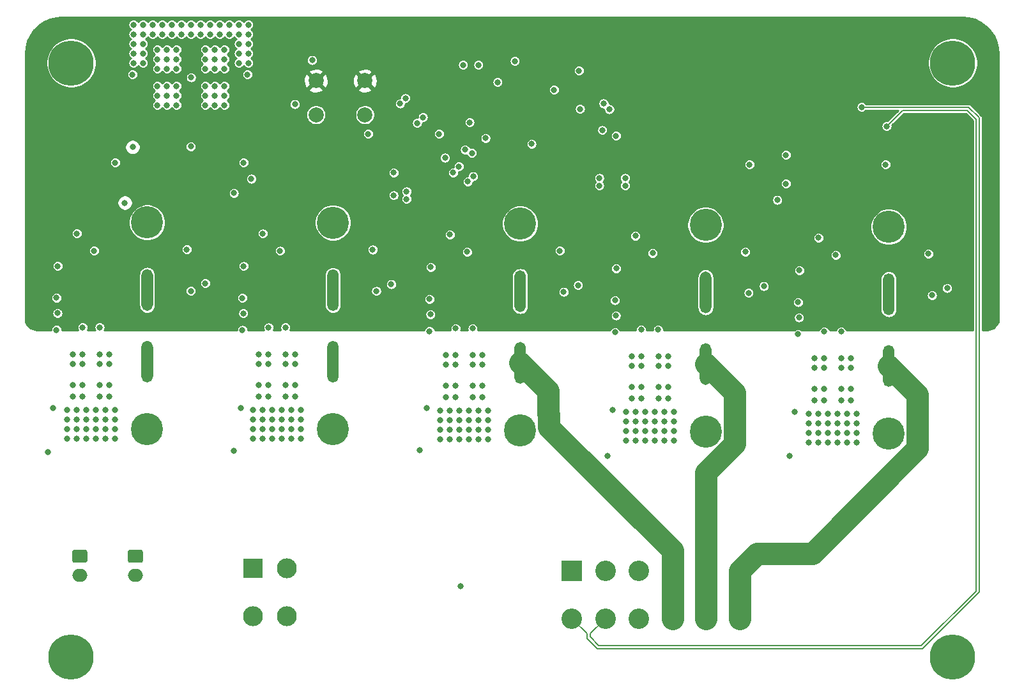
<source format=gbr>
%TF.GenerationSoftware,KiCad,Pcbnew,(5.1.9-0-10_14)*%
%TF.CreationDate,2021-02-15T20:52:16+08:00*%
%TF.ProjectId,pdm,70646d2e-6b69-4636-9164-5f7063625858,rev?*%
%TF.SameCoordinates,Original*%
%TF.FileFunction,Copper,L2,Inr*%
%TF.FilePolarity,Positive*%
%FSLAX46Y46*%
G04 Gerber Fmt 4.6, Leading zero omitted, Abs format (unit mm)*
G04 Created by KiCad (PCBNEW (5.1.9-0-10_14)) date 2021-02-15 20:52:16*
%MOMM*%
%LPD*%
G01*
G04 APERTURE LIST*
%TA.AperFunction,ComponentPad*%
%ADD10R,2.715000X2.715000*%
%TD*%
%TA.AperFunction,ComponentPad*%
%ADD11C,2.715000*%
%TD*%
%TA.AperFunction,ComponentPad*%
%ADD12O,2.000000X1.700000*%
%TD*%
%TA.AperFunction,ComponentPad*%
%ADD13C,6.000000*%
%TD*%
%TA.AperFunction,ComponentPad*%
%ADD14C,0.800000*%
%TD*%
%TA.AperFunction,ComponentPad*%
%ADD15C,4.262000*%
%TD*%
%TA.AperFunction,ComponentPad*%
%ADD16C,2.640000*%
%TD*%
%TA.AperFunction,ComponentPad*%
%ADD17R,2.640000X2.640000*%
%TD*%
%TA.AperFunction,ComponentPad*%
%ADD18C,2.000000*%
%TD*%
%TA.AperFunction,ViaPad*%
%ADD19C,0.800000*%
%TD*%
%TA.AperFunction,Conductor*%
%ADD20C,1.000000*%
%TD*%
%TA.AperFunction,Conductor*%
%ADD21C,0.200000*%
%TD*%
%TA.AperFunction,Conductor*%
%ADD22C,0.203200*%
%TD*%
%TA.AperFunction,Conductor*%
%ADD23C,3.000000*%
%TD*%
%TA.AperFunction,Conductor*%
%ADD24C,0.254000*%
%TD*%
%TA.AperFunction,Conductor*%
%ADD25C,0.100000*%
%TD*%
G04 APERTURE END LIST*
D10*
%TO.N,GND*%
%TO.C,J4*%
X176972000Y-122174000D03*
D11*
X181417000Y-122174000D03*
%TO.N,/vout2*%
X185862000Y-122174000D03*
%TO.N,/vout3*%
X190312000Y-122174000D03*
%TO.N,/vout4*%
X194757000Y-122174000D03*
%TO.N,/vout5*%
X199202000Y-122174000D03*
X199202000Y-128524000D03*
%TO.N,/vout4*%
X194757000Y-128524000D03*
%TO.N,/vout3*%
X190312000Y-128524000D03*
%TO.N,/vout1*%
X185862000Y-128524000D03*
%TO.N,/_P*%
X181417000Y-128524000D03*
%TO.N,/_N*%
X176972000Y-128524000D03*
%TD*%
%TO.N,+12V*%
%TO.C,M2*%
%TA.AperFunction,ComponentPad*%
G36*
G01*
X111010000Y-119419000D02*
X112510000Y-119419000D01*
G75*
G02*
X112760000Y-119669000I0J-250000D01*
G01*
X112760000Y-120869000D01*
G75*
G02*
X112510000Y-121119000I-250000J0D01*
G01*
X111010000Y-121119000D01*
G75*
G02*
X110760000Y-120869000I0J250000D01*
G01*
X110760000Y-119669000D01*
G75*
G02*
X111010000Y-119419000I250000J0D01*
G01*
G37*
%TD.AperFunction*%
D12*
%TO.N,GND*%
X111760000Y-122769000D03*
%TD*%
%TO.N,+12V*%
%TO.C,M1*%
%TA.AperFunction,ComponentPad*%
G36*
G01*
X118376000Y-119429233D02*
X119876000Y-119429233D01*
G75*
G02*
X120126000Y-119679233I0J-250000D01*
G01*
X120126000Y-120879233D01*
G75*
G02*
X119876000Y-121129233I-250000J0D01*
G01*
X118376000Y-121129233D01*
G75*
G02*
X118126000Y-120879233I0J250000D01*
G01*
X118126000Y-119679233D01*
G75*
G02*
X118376000Y-119429233I250000J0D01*
G01*
G37*
%TD.AperFunction*%
%TO.N,GND*%
X119126000Y-122779233D03*
%TD*%
D13*
%TO.N,N/C*%
%TO.C,H4*%
X227457000Y-133604000D03*
D14*
X229707000Y-133604000D03*
X229047990Y-135194990D03*
X227457000Y-135854000D03*
X225866010Y-135194990D03*
X225207000Y-133604000D03*
X225866010Y-132013010D03*
X227457000Y-131354000D03*
X229047990Y-132013010D03*
%TD*%
D13*
%TO.N,N/C*%
%TO.C,H3*%
X227457000Y-54864000D03*
D14*
X229707000Y-54864000D03*
X229047990Y-56454990D03*
X227457000Y-57114000D03*
X225866010Y-56454990D03*
X225207000Y-54864000D03*
X225866010Y-53273010D03*
X227457000Y-52614000D03*
X229047990Y-53273010D03*
%TD*%
D13*
%TO.N,N/C*%
%TO.C,H2*%
X110617000Y-133604000D03*
D14*
X112867000Y-133604000D03*
X112207990Y-135194990D03*
X110617000Y-135854000D03*
X109026010Y-135194990D03*
X108367000Y-133604000D03*
X109026010Y-132013010D03*
X110617000Y-131354000D03*
X112207990Y-132013010D03*
%TD*%
D13*
%TO.N,N/C*%
%TO.C,H1*%
X110617000Y-54864000D03*
D14*
X112867000Y-54864000D03*
X112207990Y-56454990D03*
X110617000Y-57114000D03*
X109026010Y-56454990D03*
X108367000Y-54864000D03*
X109026010Y-53273010D03*
X110617000Y-52614000D03*
X112207990Y-53273010D03*
%TD*%
%TO.N,/vout4*%
%TO.C,F2*%
%TA.AperFunction,ComponentPad*%
G36*
G01*
X194703000Y-97566001D02*
X194703000Y-97566001D01*
G75*
G02*
X193922000Y-96785001I0J781000D01*
G01*
X193922000Y-92785001D01*
G75*
G02*
X194703000Y-92004001I781000J0D01*
G01*
X194703000Y-92004001D01*
G75*
G02*
X195484000Y-92785001I0J-781000D01*
G01*
X195484000Y-96785001D01*
G75*
G02*
X194703000Y-97566001I-781000J0D01*
G01*
G37*
%TD.AperFunction*%
%TO.N,/sheet5F95602F/out*%
%TA.AperFunction,ComponentPad*%
G36*
G01*
X194703000Y-88066001D02*
X194703000Y-88066001D01*
G75*
G02*
X193922000Y-87285001I0J781000D01*
G01*
X193922000Y-83285001D01*
G75*
G02*
X194703000Y-82504001I781000J0D01*
G01*
X194703000Y-82504001D01*
G75*
G02*
X195484000Y-83285001I0J-781000D01*
G01*
X195484000Y-87285001D01*
G75*
G02*
X194703000Y-88066001I-781000J0D01*
G01*
G37*
%TD.AperFunction*%
D15*
%TO.N,N/C*%
X194703000Y-103735001D03*
X194703000Y-76335001D03*
%TD*%
%TO.N,/vout2*%
%TO.C,F5*%
%TA.AperFunction,ComponentPad*%
G36*
G01*
X145319000Y-97265001D02*
X145319000Y-97265001D01*
G75*
G02*
X144538000Y-96484001I0J781000D01*
G01*
X144538000Y-92484001D01*
G75*
G02*
X145319000Y-91703001I781000J0D01*
G01*
X145319000Y-91703001D01*
G75*
G02*
X146100000Y-92484001I0J-781000D01*
G01*
X146100000Y-96484001D01*
G75*
G02*
X145319000Y-97265001I-781000J0D01*
G01*
G37*
%TD.AperFunction*%
%TO.N,/sheet5F955EDF/out*%
%TA.AperFunction,ComponentPad*%
G36*
G01*
X145319000Y-87765001D02*
X145319000Y-87765001D01*
G75*
G02*
X144538000Y-86984001I0J781000D01*
G01*
X144538000Y-82984001D01*
G75*
G02*
X145319000Y-82203001I781000J0D01*
G01*
X145319000Y-82203001D01*
G75*
G02*
X146100000Y-82984001I0J-781000D01*
G01*
X146100000Y-86984001D01*
G75*
G02*
X145319000Y-87765001I-781000J0D01*
G01*
G37*
%TD.AperFunction*%
%TO.N,N/C*%
X145319000Y-103434001D03*
X145319000Y-76034001D03*
%TD*%
%TO.N,/vout5*%
%TO.C,F3*%
%TA.AperFunction,ComponentPad*%
G36*
G01*
X218979000Y-97820001D02*
X218979000Y-97820001D01*
G75*
G02*
X218198000Y-97039001I0J781000D01*
G01*
X218198000Y-93039001D01*
G75*
G02*
X218979000Y-92258001I781000J0D01*
G01*
X218979000Y-92258001D01*
G75*
G02*
X219760000Y-93039001I0J-781000D01*
G01*
X219760000Y-97039001D01*
G75*
G02*
X218979000Y-97820001I-781000J0D01*
G01*
G37*
%TD.AperFunction*%
%TO.N,/sheet5F9560CD/out*%
%TA.AperFunction,ComponentPad*%
G36*
G01*
X218979000Y-88320001D02*
X218979000Y-88320001D01*
G75*
G02*
X218198000Y-87539001I0J781000D01*
G01*
X218198000Y-83539001D01*
G75*
G02*
X218979000Y-82758001I781000J0D01*
G01*
X218979000Y-82758001D01*
G75*
G02*
X219760000Y-83539001I0J-781000D01*
G01*
X219760000Y-87539001D01*
G75*
G02*
X218979000Y-88320001I-781000J0D01*
G01*
G37*
%TD.AperFunction*%
%TO.N,N/C*%
X218979000Y-103989001D03*
X218979000Y-76589001D03*
%TD*%
%TO.N,/vout1*%
%TO.C,F4*%
%TA.AperFunction,ComponentPad*%
G36*
G01*
X120691000Y-97248001D02*
X120691000Y-97248001D01*
G75*
G02*
X119910000Y-96467001I0J781000D01*
G01*
X119910000Y-92467001D01*
G75*
G02*
X120691000Y-91686001I781000J0D01*
G01*
X120691000Y-91686001D01*
G75*
G02*
X121472000Y-92467001I0J-781000D01*
G01*
X121472000Y-96467001D01*
G75*
G02*
X120691000Y-97248001I-781000J0D01*
G01*
G37*
%TD.AperFunction*%
%TO.N,/fuse_block/out*%
%TA.AperFunction,ComponentPad*%
G36*
G01*
X120691000Y-87748001D02*
X120691000Y-87748001D01*
G75*
G02*
X119910000Y-86967001I0J781000D01*
G01*
X119910000Y-82967001D01*
G75*
G02*
X120691000Y-82186001I781000J0D01*
G01*
X120691000Y-82186001D01*
G75*
G02*
X121472000Y-82967001I0J-781000D01*
G01*
X121472000Y-86967001D01*
G75*
G02*
X120691000Y-87748001I-781000J0D01*
G01*
G37*
%TD.AperFunction*%
%TO.N,N/C*%
X120691000Y-103417001D03*
X120691000Y-76017001D03*
%TD*%
%TO.N,/vout3*%
%TO.C,F1*%
%TA.AperFunction,ComponentPad*%
G36*
G01*
X170127000Y-97406001D02*
X170127000Y-97406001D01*
G75*
G02*
X169346000Y-96625001I0J781000D01*
G01*
X169346000Y-92625001D01*
G75*
G02*
X170127000Y-91844001I781000J0D01*
G01*
X170127000Y-91844001D01*
G75*
G02*
X170908000Y-92625001I0J-781000D01*
G01*
X170908000Y-96625001D01*
G75*
G02*
X170127000Y-97406001I-781000J0D01*
G01*
G37*
%TD.AperFunction*%
%TO.N,/sheet5F955F69/out*%
%TA.AperFunction,ComponentPad*%
G36*
G01*
X170127000Y-87906001D02*
X170127000Y-87906001D01*
G75*
G02*
X169346000Y-87125001I0J781000D01*
G01*
X169346000Y-83125001D01*
G75*
G02*
X170127000Y-82344001I781000J0D01*
G01*
X170127000Y-82344001D01*
G75*
G02*
X170908000Y-83125001I0J-781000D01*
G01*
X170908000Y-87125001D01*
G75*
G02*
X170127000Y-87906001I-781000J0D01*
G01*
G37*
%TD.AperFunction*%
%TO.N,N/C*%
X170127000Y-103575001D03*
X170127000Y-76175001D03*
%TD*%
D16*
%TO.N,+12V*%
%TO.C,J1*%
X134742000Y-128224000D03*
X139192000Y-128224000D03*
D17*
%TO.N,GND*%
X134742000Y-121874000D03*
D16*
%TO.N,+12V*%
X139192000Y-121874000D03*
%TD*%
D18*
%TO.N,+3V3*%
%TO.C,SW1*%
X149558501Y-57224000D03*
%TO.N,Net-(C8-Pad1)*%
X149558501Y-61724000D03*
%TO.N,+3V3*%
X143058501Y-57224000D03*
%TO.N,Net-(C8-Pad1)*%
X143058501Y-61724000D03*
%TD*%
D19*
%TO.N,GND*%
X129667000Y-54356000D03*
X128397000Y-54356000D03*
X128397000Y-53086000D03*
X129667000Y-53086000D03*
X130937000Y-53086000D03*
X130937000Y-54356000D03*
X130937000Y-55626000D03*
X129667000Y-55626000D03*
X128397000Y-55626000D03*
X124587000Y-55626000D03*
X124587000Y-54356000D03*
X124587000Y-53086000D03*
X123317000Y-53086001D03*
X123317000Y-54356000D03*
X123317000Y-55626000D03*
X122047000Y-55626000D03*
X122047000Y-54356000D03*
X122047000Y-53086000D03*
X124587000Y-59182000D03*
X123317001Y-59182000D03*
X122047000Y-59182000D03*
X122047000Y-57911999D03*
X123317000Y-57912000D03*
X124587000Y-57912000D03*
X130937000Y-57912000D03*
X129667000Y-57912000D03*
X128397001Y-57912000D03*
X128397000Y-59182000D03*
X129667000Y-59182000D03*
X130937000Y-59182000D03*
X128397000Y-60452000D03*
X129667000Y-60452000D03*
X130937000Y-60452000D03*
X124587000Y-60452000D03*
X123317000Y-60452000D03*
X122047000Y-60452000D03*
X204216001Y-73025001D03*
X142557500Y-54483000D03*
X140271500Y-60325000D03*
X108679000Y-86011500D03*
X108806000Y-88043500D03*
X125951000Y-79598000D03*
X149987000Y-64262000D03*
X126474000Y-65931000D03*
X118745000Y-56388000D03*
X133985000Y-56388000D03*
X126511000Y-56781000D03*
X111379000Y-77470000D03*
X133307000Y-86028500D03*
X133434000Y-88060500D03*
X150579000Y-79615000D03*
X136007000Y-77487000D03*
X158115000Y-86169500D03*
X158242000Y-88201500D03*
X175387000Y-79756000D03*
X160815000Y-77628000D03*
X182691000Y-86329500D03*
X182818000Y-88361500D03*
X199963000Y-79916000D03*
X185391000Y-77788000D03*
X206967000Y-86583500D03*
X207094000Y-88615500D03*
X224239000Y-80170000D03*
X209667000Y-78042000D03*
X218567000Y-68326000D03*
X205359000Y-67056000D03*
X205359000Y-70866000D03*
X174625000Y-58420000D03*
X160177815Y-67427974D03*
X200533000Y-68326000D03*
X159385000Y-64262000D03*
X126492000Y-51054000D03*
X125222000Y-51054000D03*
X123952000Y-51054000D03*
X122682000Y-51054000D03*
X121412000Y-51054000D03*
X120142000Y-51054000D03*
X127762000Y-51054000D03*
X129032000Y-51054000D03*
X130302000Y-51054000D03*
X131572000Y-51054000D03*
X132842000Y-51054000D03*
X132842000Y-52324000D03*
X132842000Y-53594000D03*
X132842000Y-54864000D03*
X120142000Y-54864000D03*
X120142000Y-53594000D03*
X120142000Y-52324000D03*
X118872000Y-54864000D03*
X118872000Y-53594000D03*
X118872000Y-52324000D03*
X118872000Y-51054000D03*
X118872000Y-49784000D03*
X120142000Y-49784000D03*
X121412000Y-49784000D03*
X122682000Y-49784000D03*
X123952000Y-49784000D03*
X125222000Y-49784000D03*
X126492000Y-49784000D03*
X127762000Y-49784000D03*
X129032000Y-49784000D03*
X130302000Y-49784000D03*
X131572000Y-49784000D03*
X132842000Y-49784000D03*
X134112000Y-49784000D03*
X134112000Y-51054000D03*
X134112000Y-52324000D03*
X134112000Y-53594000D03*
X134112000Y-54864000D03*
X116459000Y-68072000D03*
X133477000Y-68072000D03*
X156845000Y-106172000D03*
X107569000Y-106426000D03*
X202438000Y-84455000D03*
X177800000Y-84328000D03*
X153035000Y-84201000D03*
X128397000Y-84074000D03*
X132207000Y-106299000D03*
X181737000Y-106934000D03*
X205867000Y-106934000D03*
X226719000Y-84715001D03*
X162200000Y-124216000D03*
X167132000Y-57404000D03*
X169418000Y-54610000D03*
X164592000Y-55118000D03*
X162560000Y-55118000D03*
X171646573Y-65603746D03*
%TO.N,+12V*%
X110871000Y-94742000D03*
X112141000Y-94742000D03*
X112141000Y-99060000D03*
X110871000Y-99060000D03*
X110871000Y-97536000D03*
X112141000Y-97536000D03*
X115697000Y-97536000D03*
X114427000Y-97536000D03*
X114427000Y-99060000D03*
X115697000Y-99060000D03*
X115697000Y-94742000D03*
X114427000Y-94742000D03*
X114427000Y-93472000D03*
X112141000Y-93472000D03*
X110871000Y-93472000D03*
X115697000Y-93472000D03*
X110109000Y-102108000D03*
X111379000Y-102108000D03*
X112649000Y-102108000D03*
X113919000Y-102108000D03*
X115189000Y-102108000D03*
X116459000Y-102108000D03*
X115189000Y-100838000D03*
X113919000Y-100838000D03*
X112649000Y-100838000D03*
X111379000Y-100838000D03*
X110109000Y-100838000D03*
X112649000Y-103378000D03*
X110109000Y-103378000D03*
X111379000Y-103378000D03*
X113919000Y-103378000D03*
X115189000Y-103378000D03*
X116459000Y-103378000D03*
X115189000Y-104648000D03*
X113919000Y-104648000D03*
X112649000Y-104648000D03*
X111379000Y-104648000D03*
X110109000Y-104648000D03*
X135499000Y-94759000D03*
X136769000Y-94759000D03*
X136769000Y-99077000D03*
X135499000Y-99077000D03*
X135499000Y-97553000D03*
X136769000Y-97553000D03*
X140325000Y-97553000D03*
X139055000Y-97553000D03*
X139055000Y-99077000D03*
X140325000Y-99077000D03*
X140325000Y-94759000D03*
X139055000Y-94759000D03*
X139055000Y-93489000D03*
X136769000Y-93489000D03*
X135499000Y-93489000D03*
X140325000Y-93489000D03*
X134737000Y-102125000D03*
X136007000Y-102125000D03*
X137277000Y-102125000D03*
X138547000Y-102125000D03*
X139817000Y-102125000D03*
X141087000Y-102125000D03*
X141087000Y-100855000D03*
X139817000Y-100855000D03*
X138547000Y-100855000D03*
X137277000Y-100855000D03*
X136007000Y-100855000D03*
X134737000Y-100855000D03*
X137277000Y-103395000D03*
X134737000Y-103395000D03*
X136007000Y-103395000D03*
X138547000Y-103395000D03*
X139817000Y-103395000D03*
X141087000Y-103395000D03*
X141087000Y-104665000D03*
X139817000Y-104665000D03*
X138547000Y-104665000D03*
X137277000Y-104665000D03*
X136007000Y-104665000D03*
X134737000Y-104665000D03*
X160307000Y-94900000D03*
X161577000Y-94900000D03*
X161577000Y-99218000D03*
X160307000Y-99218000D03*
X160307000Y-97694000D03*
X161577000Y-97694000D03*
X165133000Y-97694000D03*
X163863000Y-97694000D03*
X163863000Y-99218000D03*
X165133000Y-99218000D03*
X165133000Y-94900000D03*
X163863000Y-94900000D03*
X163863000Y-93630000D03*
X161577000Y-93630000D03*
X160307000Y-93630000D03*
X165133000Y-93630000D03*
X159545000Y-102266000D03*
X160815000Y-102266000D03*
X162085000Y-102266000D03*
X163355000Y-102266000D03*
X164625000Y-102266000D03*
X165895000Y-102266000D03*
X165895000Y-100996000D03*
X164625000Y-100996000D03*
X163355000Y-100996000D03*
X162085000Y-100996000D03*
X160815000Y-100996000D03*
X159545000Y-100996000D03*
X162085000Y-103536000D03*
X159545000Y-103536000D03*
X160815000Y-103536000D03*
X163355000Y-103536000D03*
X164625000Y-103536000D03*
X165895000Y-103536000D03*
X165895000Y-104806000D03*
X164625000Y-104806000D03*
X163355000Y-104806000D03*
X162085000Y-104806000D03*
X160815000Y-104806000D03*
X159545000Y-104806000D03*
X184883000Y-95060000D03*
X186153000Y-95060000D03*
X186153000Y-99378000D03*
X184883000Y-99378000D03*
X184883000Y-97854000D03*
X186153000Y-97854000D03*
X189709000Y-97854000D03*
X188439000Y-97854000D03*
X188439000Y-99378000D03*
X189709000Y-99378000D03*
X189709000Y-95060000D03*
X188439000Y-95060000D03*
X188439000Y-93790000D03*
X186153000Y-93790000D03*
X184883000Y-93790000D03*
X189709000Y-93790000D03*
X184121000Y-102426000D03*
X185391000Y-102426000D03*
X186661000Y-102426000D03*
X187931000Y-102426000D03*
X189201000Y-102426000D03*
X190471000Y-102426000D03*
X190471000Y-101156000D03*
X189201000Y-101156000D03*
X187931000Y-101156000D03*
X186661000Y-101156000D03*
X185391000Y-101156000D03*
X184121000Y-101156000D03*
X186661000Y-103696000D03*
X184121000Y-103696000D03*
X185391000Y-103696000D03*
X187931000Y-103696000D03*
X189201000Y-103696000D03*
X190471000Y-103696000D03*
X190471000Y-104966000D03*
X189201000Y-104966000D03*
X187931000Y-104966000D03*
X186661000Y-104966000D03*
X185391000Y-104966000D03*
X184121000Y-104966000D03*
X209159000Y-95314000D03*
X210429000Y-95314000D03*
X210429000Y-99632000D03*
X209159000Y-99632000D03*
X209159000Y-98108000D03*
X210429000Y-98108000D03*
X213985000Y-98108000D03*
X212715000Y-98108000D03*
X212715000Y-99632000D03*
X213985000Y-99632000D03*
X213985000Y-95314000D03*
X212715000Y-95314000D03*
X212715000Y-94044000D03*
X210429000Y-94044000D03*
X209159000Y-94044000D03*
X213985000Y-94044000D03*
X208397000Y-102680000D03*
X209667000Y-102680000D03*
X210937000Y-102680000D03*
X212207000Y-102680000D03*
X213477000Y-102680000D03*
X214747000Y-102680000D03*
X214747000Y-101410000D03*
X213477000Y-101410000D03*
X212207000Y-101410000D03*
X210937000Y-101410000D03*
X209667000Y-101410000D03*
X208397000Y-101410000D03*
X210937000Y-103950000D03*
X208397000Y-103950000D03*
X209667000Y-103950000D03*
X212207000Y-103950000D03*
X213477000Y-103950000D03*
X214747000Y-103950000D03*
X214747000Y-105220000D03*
X213477000Y-105220000D03*
X212207000Y-105220000D03*
X210937000Y-105220000D03*
X209667000Y-105220000D03*
X208397000Y-105220000D03*
X116459000Y-104648000D03*
X116459000Y-100838000D03*
X118766501Y-66018499D03*
X117729000Y-73406000D03*
%TO.N,+3V3*%
X145097500Y-54483000D03*
X129051000Y-65931000D03*
X133985000Y-62484000D03*
X199009000Y-77196370D03*
X198247000Y-79405990D03*
X129667000Y-72031180D03*
X162433000Y-62738000D03*
X167005000Y-67906810D03*
X164973000Y-71821600D03*
X133304000Y-65197000D03*
X125857000Y-89154000D03*
X150749000Y-89154000D03*
X175133000Y-89154000D03*
X200025000Y-89154000D03*
X224409000Y-89662000D03*
X201952501Y-73024999D03*
X200533000Y-69850000D03*
X215265000Y-65786000D03*
%TO.N,/NRST*%
X163433003Y-62738000D03*
X165543005Y-64832581D03*
%TO.N,/SWCLK*%
X163718980Y-66802000D03*
X177927000Y-55880000D03*
%TO.N,/SWDIO*%
X162819130Y-66365797D03*
X178058000Y-60960000D03*
%TO.N,/canrx*%
X184044650Y-71120000D03*
X180625400Y-71120000D03*
X163183107Y-70600107D03*
X161239669Y-69418669D03*
%TO.N,/cantx*%
X162005549Y-68580000D03*
X163890215Y-69892999D03*
X180625400Y-70119997D03*
X184044650Y-70119997D03*
%TO.N,/sense5*%
X206966999Y-90838000D03*
X210429000Y-90488000D03*
X181956059Y-60994942D03*
X182835020Y-64516000D03*
%TO.N,/sense4*%
X182690999Y-90584000D03*
X186153000Y-90234000D03*
X181194059Y-60232941D03*
X181013698Y-63768912D03*
%TO.N,/sense3*%
X158114999Y-90424000D03*
X161577000Y-90074000D03*
X155067000Y-72898000D03*
X153365669Y-69418669D03*
%TO.N,/sense2*%
X133306999Y-90283000D03*
X136769000Y-89933000D03*
X132187780Y-72116781D03*
X134493000Y-70224770D03*
%TO.N,/sense1*%
X108678999Y-90266000D03*
X112141000Y-89916000D03*
%TO.N,/act2*%
X153360686Y-72411833D03*
X155067000Y-71897997D03*
%TO.N,/_P*%
X218698000Y-63246000D03*
%TO.N,/_N*%
X215388000Y-60706000D03*
%TO.N,/fuse5*%
X211953000Y-80328000D03*
X224719000Y-85665001D03*
%TO.N,/fuse4*%
X187677000Y-80074000D03*
X200406000Y-85344000D03*
%TO.N,/fuse3*%
X163101000Y-79914000D03*
X175895000Y-85217000D03*
%TO.N,/fuse1*%
X113665000Y-79756000D03*
X126481001Y-85090000D03*
%TO.N,/fuse2*%
X138293000Y-79773000D03*
X151059000Y-85110001D03*
%TO.N,/DEBUG_BUTTON*%
X154208522Y-60245738D03*
X156470392Y-62819419D03*
%TO.N,/vout2*%
X133096000Y-100584000D03*
%TO.N,/vout1*%
X108204000Y-100584000D03*
%TO.N,/vout3*%
X157734000Y-100584000D03*
%TO.N,/vout4*%
X182372000Y-100838000D03*
%TO.N,/vout5*%
X206502000Y-101092000D03*
%TO.N,/LED_DEBUG*%
X157244307Y-62060907D03*
X154915630Y-59538630D03*
%TO.N,Net-(R22-Pad2)*%
X207127000Y-82360000D03*
X212678000Y-90483000D03*
%TO.N,Net-(R6-Pad2)*%
X158275000Y-81946000D03*
X163826000Y-90069000D03*
%TO.N,Net-(R14-Pad2)*%
X182851000Y-82106000D03*
X188402000Y-90229000D03*
%TO.N,Net-(R30-Pad2)*%
X108839000Y-81788000D03*
X114390000Y-89911000D03*
%TO.N,Net-(R38-Pad2)*%
X133467000Y-81805000D03*
X139018000Y-89928000D03*
%TD*%
D20*
%TO.N,+3V3*%
X129051000Y-71415180D02*
X129667000Y-72031180D01*
X129051000Y-65931000D02*
X129051000Y-71415180D01*
D21*
%TO.N,/_P*%
X179419500Y-130521500D02*
X181417000Y-128524000D01*
X180560200Y-132109000D02*
X179419500Y-130968300D01*
X179419500Y-130968300D02*
X179419500Y-130521500D01*
X218698000Y-63246000D02*
X220788000Y-61156000D01*
X229366800Y-61156000D02*
X230534000Y-62323200D01*
X220788000Y-61156000D02*
X229366800Y-61156000D01*
D22*
X217268000Y-132109000D02*
X223301776Y-132109000D01*
D21*
X217268000Y-132109000D02*
X180560200Y-132109000D01*
D22*
X230534000Y-124876776D02*
X230534000Y-118901000D01*
X223301776Y-132109000D02*
X230534000Y-124876776D01*
D21*
X230534000Y-62323200D02*
X230534000Y-118901000D01*
%TO.N,/_N*%
X178969500Y-130521500D02*
X176972000Y-128524000D01*
X180373800Y-132559000D02*
X178969500Y-131154700D01*
X215388000Y-60706000D02*
X229553200Y-60706000D01*
X229553200Y-60706000D02*
X230984000Y-62136800D01*
X178969500Y-131154700D02*
X178969500Y-130521500D01*
D22*
X230984000Y-119097000D02*
X230984000Y-124997000D01*
D21*
X230984000Y-62136800D02*
X230984000Y-119097000D01*
D22*
X223422000Y-132559000D02*
X217580000Y-132559000D01*
X230984000Y-124997000D02*
X223422000Y-132559000D01*
D21*
X217580000Y-132559000D02*
X180373800Y-132559000D01*
D23*
%TO.N,/vout3*%
X190312000Y-128524000D02*
X190312000Y-119477999D01*
X173958001Y-103124000D02*
X173958001Y-101441001D01*
X190312000Y-119477999D02*
X173958001Y-103124000D01*
X173958001Y-101441001D02*
X173863000Y-101346000D01*
X173863000Y-98361001D02*
X170127000Y-94625001D01*
X173863000Y-101346000D02*
X173863000Y-98361001D01*
%TO.N,/vout4*%
X198534001Y-98616002D02*
X198534001Y-105376999D01*
X194703000Y-94785001D02*
X198534001Y-98616002D01*
X194757000Y-109154000D02*
X194757000Y-128524000D01*
X198534001Y-105376999D02*
X194757000Y-109154000D01*
%TO.N,/vout5*%
X199202000Y-128524000D02*
X199202000Y-122235000D01*
X199202000Y-122235000D02*
X201549000Y-119888000D01*
X201549000Y-119888000D02*
X208915000Y-119888000D01*
X222810001Y-105992999D02*
X222810001Y-98870002D01*
X222810001Y-98870002D02*
X218979000Y-95039001D01*
X208915000Y-119888000D02*
X222810001Y-105992999D01*
%TD*%
D24*
%TO.N,+3V3*%
X229576988Y-48869969D02*
X230400106Y-49095147D01*
X231170344Y-49462533D01*
X231863347Y-49960505D01*
X232457217Y-50573332D01*
X232933178Y-51281637D01*
X233276187Y-52063033D01*
X233475914Y-52894960D01*
X233528000Y-53604234D01*
X233528000Y-89154870D01*
X233510444Y-89201940D01*
X233382395Y-89436445D01*
X233222276Y-89650338D01*
X233033338Y-89839276D01*
X232819445Y-89999395D01*
X232584940Y-90127444D01*
X232334593Y-90220819D01*
X232073504Y-90277615D01*
X231802470Y-90297000D01*
X231411000Y-90297000D01*
X231411000Y-62157767D01*
X231413065Y-62136800D01*
X231411000Y-62115833D01*
X231411000Y-62115822D01*
X231404822Y-62053093D01*
X231380405Y-61972604D01*
X231355920Y-61926795D01*
X231340756Y-61898423D01*
X231300768Y-61849699D01*
X231300764Y-61849695D01*
X231287395Y-61833405D01*
X231271106Y-61820037D01*
X229869968Y-60418900D01*
X229856595Y-60402605D01*
X229791576Y-60349245D01*
X229717396Y-60309595D01*
X229636907Y-60285178D01*
X229574178Y-60279000D01*
X229574167Y-60279000D01*
X229553200Y-60276935D01*
X229532233Y-60279000D01*
X215977044Y-60279000D01*
X215952698Y-60242564D01*
X215851436Y-60141302D01*
X215732364Y-60061741D01*
X215600058Y-60006938D01*
X215459603Y-59979000D01*
X215316397Y-59979000D01*
X215175942Y-60006938D01*
X215043636Y-60061741D01*
X214924564Y-60141302D01*
X214823302Y-60242564D01*
X214743741Y-60361636D01*
X214688938Y-60493942D01*
X214661000Y-60634397D01*
X214661000Y-60777603D01*
X214688938Y-60918058D01*
X214743741Y-61050364D01*
X214823302Y-61169436D01*
X214924564Y-61270698D01*
X215043636Y-61350259D01*
X215175942Y-61405062D01*
X215316397Y-61433000D01*
X215459603Y-61433000D01*
X215600058Y-61405062D01*
X215732364Y-61350259D01*
X215851436Y-61270698D01*
X215952698Y-61169436D01*
X215977044Y-61133000D01*
X220207130Y-61133000D01*
X218812583Y-62527549D01*
X218769603Y-62519000D01*
X218626397Y-62519000D01*
X218485942Y-62546938D01*
X218353636Y-62601741D01*
X218234564Y-62681302D01*
X218133302Y-62782564D01*
X218053741Y-62901636D01*
X217998938Y-63033942D01*
X217971000Y-63174397D01*
X217971000Y-63317603D01*
X217998938Y-63458058D01*
X218053741Y-63590364D01*
X218133302Y-63709436D01*
X218234564Y-63810698D01*
X218353636Y-63890259D01*
X218485942Y-63945062D01*
X218626397Y-63973000D01*
X218769603Y-63973000D01*
X218910058Y-63945062D01*
X219042364Y-63890259D01*
X219161436Y-63810698D01*
X219262698Y-63709436D01*
X219342259Y-63590364D01*
X219397062Y-63458058D01*
X219425000Y-63317603D01*
X219425000Y-63174397D01*
X219416451Y-63131417D01*
X220964870Y-61583000D01*
X229189932Y-61583000D01*
X230107000Y-62500069D01*
X230107000Y-90297000D01*
X213382245Y-90297000D01*
X213377062Y-90270942D01*
X213322259Y-90138636D01*
X213242698Y-90019564D01*
X213141436Y-89918302D01*
X213022364Y-89838741D01*
X212890058Y-89783938D01*
X212749603Y-89756000D01*
X212606397Y-89756000D01*
X212465942Y-89783938D01*
X212333636Y-89838741D01*
X212214564Y-89918302D01*
X212113302Y-90019564D01*
X212033741Y-90138636D01*
X211978938Y-90270942D01*
X211973755Y-90297000D01*
X211132251Y-90297000D01*
X211128062Y-90275942D01*
X211073259Y-90143636D01*
X210993698Y-90024564D01*
X210892436Y-89923302D01*
X210773364Y-89843741D01*
X210641058Y-89788938D01*
X210500603Y-89761000D01*
X210357397Y-89761000D01*
X210216942Y-89788938D01*
X210084636Y-89843741D01*
X209965564Y-89923302D01*
X209864302Y-90024564D01*
X209784741Y-90143636D01*
X209729938Y-90275942D01*
X209725749Y-90297000D01*
X207454133Y-90297000D01*
X207430435Y-90273302D01*
X207311363Y-90193741D01*
X207179057Y-90138938D01*
X207038602Y-90111000D01*
X206895396Y-90111000D01*
X206754941Y-90138938D01*
X206622635Y-90193741D01*
X206503563Y-90273302D01*
X206479865Y-90297000D01*
X189129000Y-90297000D01*
X189129000Y-90157397D01*
X189101062Y-90016942D01*
X189046259Y-89884636D01*
X188966698Y-89765564D01*
X188865436Y-89664302D01*
X188746364Y-89584741D01*
X188614058Y-89529938D01*
X188473603Y-89502000D01*
X188330397Y-89502000D01*
X188189942Y-89529938D01*
X188057636Y-89584741D01*
X187938564Y-89664302D01*
X187837302Y-89765564D01*
X187757741Y-89884636D01*
X187702938Y-90016942D01*
X187675000Y-90157397D01*
X187675000Y-90297000D01*
X186880000Y-90297000D01*
X186880000Y-90162397D01*
X186852062Y-90021942D01*
X186797259Y-89889636D01*
X186717698Y-89770564D01*
X186616436Y-89669302D01*
X186497364Y-89589741D01*
X186365058Y-89534938D01*
X186224603Y-89507000D01*
X186081397Y-89507000D01*
X185940942Y-89534938D01*
X185808636Y-89589741D01*
X185689564Y-89669302D01*
X185588302Y-89770564D01*
X185508741Y-89889636D01*
X185453938Y-90021942D01*
X185426000Y-90162397D01*
X185426000Y-90297000D01*
X183359019Y-90297000D01*
X183335258Y-90239636D01*
X183255697Y-90120564D01*
X183154435Y-90019302D01*
X183035363Y-89939741D01*
X182903057Y-89884938D01*
X182762602Y-89857000D01*
X182619396Y-89857000D01*
X182478941Y-89884938D01*
X182346635Y-89939741D01*
X182227563Y-90019302D01*
X182126301Y-90120564D01*
X182046740Y-90239636D01*
X182022979Y-90297000D01*
X164518459Y-90297000D01*
X164525062Y-90281058D01*
X164553000Y-90140603D01*
X164553000Y-89997397D01*
X164525062Y-89856942D01*
X164470259Y-89724636D01*
X164390698Y-89605564D01*
X164289436Y-89504302D01*
X164170364Y-89424741D01*
X164038058Y-89369938D01*
X163897603Y-89342000D01*
X163754397Y-89342000D01*
X163613942Y-89369938D01*
X163481636Y-89424741D01*
X163362564Y-89504302D01*
X163261302Y-89605564D01*
X163181741Y-89724636D01*
X163126938Y-89856942D01*
X163099000Y-89997397D01*
X163099000Y-90140603D01*
X163126938Y-90281058D01*
X163133541Y-90297000D01*
X162271530Y-90297000D01*
X162276062Y-90286058D01*
X162304000Y-90145603D01*
X162304000Y-90002397D01*
X162276062Y-89861942D01*
X162221259Y-89729636D01*
X162141698Y-89610564D01*
X162040436Y-89509302D01*
X161921364Y-89429741D01*
X161789058Y-89374938D01*
X161648603Y-89347000D01*
X161505397Y-89347000D01*
X161364942Y-89374938D01*
X161232636Y-89429741D01*
X161113564Y-89509302D01*
X161012302Y-89610564D01*
X160932741Y-89729636D01*
X160877938Y-89861942D01*
X160850000Y-90002397D01*
X160850000Y-90145603D01*
X160877938Y-90286058D01*
X160882470Y-90297000D01*
X158830980Y-90297000D01*
X158814061Y-90211942D01*
X158759258Y-90079636D01*
X158679697Y-89960564D01*
X158578435Y-89859302D01*
X158459363Y-89779741D01*
X158327057Y-89724938D01*
X158186602Y-89697000D01*
X158043396Y-89697000D01*
X157902941Y-89724938D01*
X157770635Y-89779741D01*
X157651563Y-89859302D01*
X157550301Y-89960564D01*
X157470740Y-90079636D01*
X157415937Y-90211942D01*
X157399018Y-90297000D01*
X139645798Y-90297000D01*
X139662259Y-90272364D01*
X139717062Y-90140058D01*
X139745000Y-89999603D01*
X139745000Y-89856397D01*
X139717062Y-89715942D01*
X139662259Y-89583636D01*
X139582698Y-89464564D01*
X139481436Y-89363302D01*
X139362364Y-89283741D01*
X139230058Y-89228938D01*
X139089603Y-89201000D01*
X138946397Y-89201000D01*
X138805942Y-89228938D01*
X138673636Y-89283741D01*
X138554564Y-89363302D01*
X138453302Y-89464564D01*
X138373741Y-89583636D01*
X138318938Y-89715942D01*
X138291000Y-89856397D01*
X138291000Y-89999603D01*
X138318938Y-90140058D01*
X138373741Y-90272364D01*
X138390202Y-90297000D01*
X137400139Y-90297000D01*
X137413259Y-90277364D01*
X137468062Y-90145058D01*
X137496000Y-90004603D01*
X137496000Y-89861397D01*
X137468062Y-89720942D01*
X137413259Y-89588636D01*
X137333698Y-89469564D01*
X137232436Y-89368302D01*
X137113364Y-89288741D01*
X136981058Y-89233938D01*
X136840603Y-89206000D01*
X136697397Y-89206000D01*
X136556942Y-89233938D01*
X136424636Y-89288741D01*
X136305564Y-89368302D01*
X136204302Y-89469564D01*
X136124741Y-89588636D01*
X136069938Y-89720942D01*
X136042000Y-89861397D01*
X136042000Y-90004603D01*
X136069938Y-90145058D01*
X136124741Y-90277364D01*
X136137861Y-90297000D01*
X134033999Y-90297000D01*
X134033999Y-90211397D01*
X134006061Y-90070942D01*
X133951258Y-89938636D01*
X133871697Y-89819564D01*
X133770435Y-89718302D01*
X133651363Y-89638741D01*
X133519057Y-89583938D01*
X133378602Y-89556000D01*
X133235396Y-89556000D01*
X133094941Y-89583938D01*
X132962635Y-89638741D01*
X132843563Y-89718302D01*
X132742301Y-89819564D01*
X132662740Y-89938636D01*
X132607937Y-90070942D01*
X132579999Y-90211397D01*
X132579999Y-90297000D01*
X115006439Y-90297000D01*
X115034259Y-90255364D01*
X115089062Y-90123058D01*
X115117000Y-89982603D01*
X115117000Y-89839397D01*
X115089062Y-89698942D01*
X115034259Y-89566636D01*
X114954698Y-89447564D01*
X114853436Y-89346302D01*
X114734364Y-89266741D01*
X114602058Y-89211938D01*
X114461603Y-89184000D01*
X114318397Y-89184000D01*
X114177942Y-89211938D01*
X114045636Y-89266741D01*
X113926564Y-89346302D01*
X113825302Y-89447564D01*
X113745741Y-89566636D01*
X113690938Y-89698942D01*
X113663000Y-89839397D01*
X113663000Y-89982603D01*
X113690938Y-90123058D01*
X113745741Y-90255364D01*
X113773561Y-90297000D01*
X112760780Y-90297000D01*
X112785259Y-90260364D01*
X112840062Y-90128058D01*
X112868000Y-89987603D01*
X112868000Y-89844397D01*
X112840062Y-89703942D01*
X112785259Y-89571636D01*
X112705698Y-89452564D01*
X112604436Y-89351302D01*
X112485364Y-89271741D01*
X112353058Y-89216938D01*
X112212603Y-89189000D01*
X112069397Y-89189000D01*
X111928942Y-89216938D01*
X111796636Y-89271741D01*
X111677564Y-89351302D01*
X111576302Y-89452564D01*
X111496741Y-89571636D01*
X111441938Y-89703942D01*
X111414000Y-89844397D01*
X111414000Y-89987603D01*
X111441938Y-90128058D01*
X111496741Y-90260364D01*
X111521220Y-90297000D01*
X109405999Y-90297000D01*
X109405999Y-90194397D01*
X109378061Y-90053942D01*
X109323258Y-89921636D01*
X109243697Y-89802564D01*
X109142435Y-89701302D01*
X109023363Y-89621741D01*
X108891057Y-89566938D01*
X108750602Y-89539000D01*
X108607396Y-89539000D01*
X108466941Y-89566938D01*
X108334635Y-89621741D01*
X108215563Y-89701302D01*
X108114301Y-89802564D01*
X108034740Y-89921636D01*
X107979937Y-90053942D01*
X107951999Y-90194397D01*
X107951999Y-90297000D01*
X106271530Y-90297000D01*
X106000496Y-90277615D01*
X105739407Y-90220819D01*
X105489060Y-90127444D01*
X105254555Y-89999395D01*
X105040662Y-89839276D01*
X104851724Y-89650338D01*
X104691605Y-89436445D01*
X104563556Y-89201940D01*
X104546000Y-89154871D01*
X104546000Y-87971897D01*
X108079000Y-87971897D01*
X108079000Y-88115103D01*
X108106938Y-88255558D01*
X108161741Y-88387864D01*
X108241302Y-88506936D01*
X108342564Y-88608198D01*
X108461636Y-88687759D01*
X108593942Y-88742562D01*
X108734397Y-88770500D01*
X108877603Y-88770500D01*
X109018058Y-88742562D01*
X109150364Y-88687759D01*
X109269436Y-88608198D01*
X109370698Y-88506936D01*
X109450259Y-88387864D01*
X109505062Y-88255558D01*
X109533000Y-88115103D01*
X109533000Y-87971897D01*
X109505062Y-87831442D01*
X109450259Y-87699136D01*
X109370698Y-87580064D01*
X109269436Y-87478802D01*
X109150364Y-87399241D01*
X109018058Y-87344438D01*
X108877603Y-87316500D01*
X108734397Y-87316500D01*
X108593942Y-87344438D01*
X108461636Y-87399241D01*
X108342564Y-87478802D01*
X108241302Y-87580064D01*
X108161741Y-87699136D01*
X108106938Y-87831442D01*
X108079000Y-87971897D01*
X104546000Y-87971897D01*
X104546000Y-85939897D01*
X107952000Y-85939897D01*
X107952000Y-86083103D01*
X107979938Y-86223558D01*
X108034741Y-86355864D01*
X108114302Y-86474936D01*
X108215564Y-86576198D01*
X108334636Y-86655759D01*
X108466942Y-86710562D01*
X108607397Y-86738500D01*
X108750603Y-86738500D01*
X108891058Y-86710562D01*
X109023364Y-86655759D01*
X109142436Y-86576198D01*
X109243698Y-86474936D01*
X109323259Y-86355864D01*
X109378062Y-86223558D01*
X109406000Y-86083103D01*
X109406000Y-85939897D01*
X109378062Y-85799442D01*
X109323259Y-85667136D01*
X109243698Y-85548064D01*
X109142436Y-85446802D01*
X109023364Y-85367241D01*
X108891058Y-85312438D01*
X108750603Y-85284500D01*
X108607397Y-85284500D01*
X108466942Y-85312438D01*
X108334636Y-85367241D01*
X108215564Y-85446802D01*
X108114302Y-85548064D01*
X108034741Y-85667136D01*
X107979938Y-85799442D01*
X107952000Y-85939897D01*
X104546000Y-85939897D01*
X104546000Y-82967001D01*
X119581417Y-82967001D01*
X119581417Y-86967001D01*
X119602737Y-87183470D01*
X119665879Y-87391620D01*
X119768415Y-87583452D01*
X119906406Y-87751594D01*
X120074548Y-87889585D01*
X120266380Y-87992121D01*
X120474530Y-88055263D01*
X120690999Y-88076583D01*
X120691001Y-88076583D01*
X120907470Y-88055263D01*
X121115620Y-87992121D01*
X121121651Y-87988897D01*
X132707000Y-87988897D01*
X132707000Y-88132103D01*
X132734938Y-88272558D01*
X132789741Y-88404864D01*
X132869302Y-88523936D01*
X132970564Y-88625198D01*
X133089636Y-88704759D01*
X133221942Y-88759562D01*
X133362397Y-88787500D01*
X133505603Y-88787500D01*
X133646058Y-88759562D01*
X133778364Y-88704759D01*
X133897436Y-88625198D01*
X133998698Y-88523936D01*
X134078259Y-88404864D01*
X134133062Y-88272558D01*
X134161000Y-88132103D01*
X134161000Y-88129897D01*
X157515000Y-88129897D01*
X157515000Y-88273103D01*
X157542938Y-88413558D01*
X157597741Y-88545864D01*
X157677302Y-88664936D01*
X157778564Y-88766198D01*
X157897636Y-88845759D01*
X158029942Y-88900562D01*
X158170397Y-88928500D01*
X158313603Y-88928500D01*
X158454058Y-88900562D01*
X158586364Y-88845759D01*
X158705436Y-88766198D01*
X158806698Y-88664936D01*
X158886259Y-88545864D01*
X158941062Y-88413558D01*
X158965659Y-88289897D01*
X182091000Y-88289897D01*
X182091000Y-88433103D01*
X182118938Y-88573558D01*
X182173741Y-88705864D01*
X182253302Y-88824936D01*
X182354564Y-88926198D01*
X182473636Y-89005759D01*
X182605942Y-89060562D01*
X182746397Y-89088500D01*
X182889603Y-89088500D01*
X183030058Y-89060562D01*
X183162364Y-89005759D01*
X183281436Y-88926198D01*
X183382698Y-88824936D01*
X183462259Y-88705864D01*
X183517062Y-88573558D01*
X183522961Y-88543897D01*
X206367000Y-88543897D01*
X206367000Y-88687103D01*
X206394938Y-88827558D01*
X206449741Y-88959864D01*
X206529302Y-89078936D01*
X206630564Y-89180198D01*
X206749636Y-89259759D01*
X206881942Y-89314562D01*
X207022397Y-89342500D01*
X207165603Y-89342500D01*
X207306058Y-89314562D01*
X207438364Y-89259759D01*
X207557436Y-89180198D01*
X207658698Y-89078936D01*
X207738259Y-88959864D01*
X207793062Y-88827558D01*
X207821000Y-88687103D01*
X207821000Y-88543897D01*
X207793062Y-88403442D01*
X207738259Y-88271136D01*
X207658698Y-88152064D01*
X207557436Y-88050802D01*
X207438364Y-87971241D01*
X207306058Y-87916438D01*
X207165603Y-87888500D01*
X207022397Y-87888500D01*
X206881942Y-87916438D01*
X206749636Y-87971241D01*
X206630564Y-88050802D01*
X206529302Y-88152064D01*
X206449741Y-88271136D01*
X206394938Y-88403442D01*
X206367000Y-88543897D01*
X183522961Y-88543897D01*
X183545000Y-88433103D01*
X183545000Y-88289897D01*
X183517062Y-88149442D01*
X183462259Y-88017136D01*
X183382698Y-87898064D01*
X183281436Y-87796802D01*
X183162364Y-87717241D01*
X183030058Y-87662438D01*
X182889603Y-87634500D01*
X182746397Y-87634500D01*
X182605942Y-87662438D01*
X182473636Y-87717241D01*
X182354564Y-87796802D01*
X182253302Y-87898064D01*
X182173741Y-88017136D01*
X182118938Y-88149442D01*
X182091000Y-88289897D01*
X158965659Y-88289897D01*
X158969000Y-88273103D01*
X158969000Y-88129897D01*
X158941062Y-87989442D01*
X158886259Y-87857136D01*
X158806698Y-87738064D01*
X158705436Y-87636802D01*
X158586364Y-87557241D01*
X158454058Y-87502438D01*
X158313603Y-87474500D01*
X158170397Y-87474500D01*
X158029942Y-87502438D01*
X157897636Y-87557241D01*
X157778564Y-87636802D01*
X157677302Y-87738064D01*
X157597741Y-87857136D01*
X157542938Y-87989442D01*
X157515000Y-88129897D01*
X134161000Y-88129897D01*
X134161000Y-87988897D01*
X134133062Y-87848442D01*
X134078259Y-87716136D01*
X133998698Y-87597064D01*
X133897436Y-87495802D01*
X133778364Y-87416241D01*
X133646058Y-87361438D01*
X133505603Y-87333500D01*
X133362397Y-87333500D01*
X133221942Y-87361438D01*
X133089636Y-87416241D01*
X132970564Y-87495802D01*
X132869302Y-87597064D01*
X132789741Y-87716136D01*
X132734938Y-87848442D01*
X132707000Y-87988897D01*
X121121651Y-87988897D01*
X121307452Y-87889585D01*
X121475594Y-87751594D01*
X121613585Y-87583452D01*
X121716121Y-87391620D01*
X121779263Y-87183470D01*
X121800583Y-86967001D01*
X121800583Y-85956897D01*
X132580000Y-85956897D01*
X132580000Y-86100103D01*
X132607938Y-86240558D01*
X132662741Y-86372864D01*
X132742302Y-86491936D01*
X132843564Y-86593198D01*
X132962636Y-86672759D01*
X133094942Y-86727562D01*
X133235397Y-86755500D01*
X133378603Y-86755500D01*
X133519058Y-86727562D01*
X133651364Y-86672759D01*
X133770436Y-86593198D01*
X133871698Y-86491936D01*
X133951259Y-86372864D01*
X134006062Y-86240558D01*
X134034000Y-86100103D01*
X134034000Y-85956897D01*
X134006062Y-85816442D01*
X133951259Y-85684136D01*
X133871698Y-85565064D01*
X133770436Y-85463802D01*
X133651364Y-85384241D01*
X133519058Y-85329438D01*
X133378603Y-85301500D01*
X133235397Y-85301500D01*
X133094942Y-85329438D01*
X132962636Y-85384241D01*
X132843564Y-85463802D01*
X132742302Y-85565064D01*
X132662741Y-85684136D01*
X132607938Y-85816442D01*
X132580000Y-85956897D01*
X121800583Y-85956897D01*
X121800583Y-85018397D01*
X125754001Y-85018397D01*
X125754001Y-85161603D01*
X125781939Y-85302058D01*
X125836742Y-85434364D01*
X125916303Y-85553436D01*
X126017565Y-85654698D01*
X126136637Y-85734259D01*
X126268943Y-85789062D01*
X126409398Y-85817000D01*
X126552604Y-85817000D01*
X126693059Y-85789062D01*
X126825365Y-85734259D01*
X126944437Y-85654698D01*
X127045699Y-85553436D01*
X127125260Y-85434364D01*
X127180063Y-85302058D01*
X127208001Y-85161603D01*
X127208001Y-85018397D01*
X127180063Y-84877942D01*
X127125260Y-84745636D01*
X127045699Y-84626564D01*
X126944437Y-84525302D01*
X126825365Y-84445741D01*
X126693059Y-84390938D01*
X126552604Y-84363000D01*
X126409398Y-84363000D01*
X126268943Y-84390938D01*
X126136637Y-84445741D01*
X126017565Y-84525302D01*
X125916303Y-84626564D01*
X125836742Y-84745636D01*
X125781939Y-84877942D01*
X125754001Y-85018397D01*
X121800583Y-85018397D01*
X121800583Y-84002397D01*
X127670000Y-84002397D01*
X127670000Y-84145603D01*
X127697938Y-84286058D01*
X127752741Y-84418364D01*
X127832302Y-84537436D01*
X127933564Y-84638698D01*
X128052636Y-84718259D01*
X128184942Y-84773062D01*
X128325397Y-84801000D01*
X128468603Y-84801000D01*
X128609058Y-84773062D01*
X128741364Y-84718259D01*
X128860436Y-84638698D01*
X128961698Y-84537436D01*
X129041259Y-84418364D01*
X129096062Y-84286058D01*
X129124000Y-84145603D01*
X129124000Y-84002397D01*
X129096062Y-83861942D01*
X129041259Y-83729636D01*
X128961698Y-83610564D01*
X128860436Y-83509302D01*
X128741364Y-83429741D01*
X128609058Y-83374938D01*
X128468603Y-83347000D01*
X128325397Y-83347000D01*
X128184942Y-83374938D01*
X128052636Y-83429741D01*
X127933564Y-83509302D01*
X127832302Y-83610564D01*
X127752741Y-83729636D01*
X127697938Y-83861942D01*
X127670000Y-84002397D01*
X121800583Y-84002397D01*
X121800583Y-82984001D01*
X144209417Y-82984001D01*
X144209417Y-86984001D01*
X144230737Y-87200470D01*
X144293879Y-87408620D01*
X144396415Y-87600452D01*
X144534406Y-87768594D01*
X144702548Y-87906585D01*
X144894380Y-88009121D01*
X145102530Y-88072263D01*
X145318999Y-88093583D01*
X145319001Y-88093583D01*
X145535470Y-88072263D01*
X145743620Y-88009121D01*
X145935452Y-87906585D01*
X146103594Y-87768594D01*
X146241585Y-87600452D01*
X146344121Y-87408620D01*
X146407263Y-87200470D01*
X146428583Y-86984001D01*
X146428583Y-86097897D01*
X157388000Y-86097897D01*
X157388000Y-86241103D01*
X157415938Y-86381558D01*
X157470741Y-86513864D01*
X157550302Y-86632936D01*
X157651564Y-86734198D01*
X157770636Y-86813759D01*
X157902942Y-86868562D01*
X158043397Y-86896500D01*
X158186603Y-86896500D01*
X158327058Y-86868562D01*
X158459364Y-86813759D01*
X158578436Y-86734198D01*
X158679698Y-86632936D01*
X158759259Y-86513864D01*
X158814062Y-86381558D01*
X158842000Y-86241103D01*
X158842000Y-86097897D01*
X158814062Y-85957442D01*
X158759259Y-85825136D01*
X158679698Y-85706064D01*
X158578436Y-85604802D01*
X158459364Y-85525241D01*
X158327058Y-85470438D01*
X158186603Y-85442500D01*
X158043397Y-85442500D01*
X157902942Y-85470438D01*
X157770636Y-85525241D01*
X157651564Y-85604802D01*
X157550302Y-85706064D01*
X157470741Y-85825136D01*
X157415938Y-85957442D01*
X157388000Y-86097897D01*
X146428583Y-86097897D01*
X146428583Y-85038398D01*
X150332000Y-85038398D01*
X150332000Y-85181604D01*
X150359938Y-85322059D01*
X150414741Y-85454365D01*
X150494302Y-85573437D01*
X150595564Y-85674699D01*
X150714636Y-85754260D01*
X150846942Y-85809063D01*
X150987397Y-85837001D01*
X151130603Y-85837001D01*
X151271058Y-85809063D01*
X151403364Y-85754260D01*
X151522436Y-85674699D01*
X151623698Y-85573437D01*
X151703259Y-85454365D01*
X151758062Y-85322059D01*
X151786000Y-85181604D01*
X151786000Y-85038398D01*
X151758062Y-84897943D01*
X151703259Y-84765637D01*
X151623698Y-84646565D01*
X151522436Y-84545303D01*
X151403364Y-84465742D01*
X151271058Y-84410939D01*
X151130603Y-84383001D01*
X150987397Y-84383001D01*
X150846942Y-84410939D01*
X150714636Y-84465742D01*
X150595564Y-84545303D01*
X150494302Y-84646565D01*
X150414741Y-84765637D01*
X150359938Y-84897943D01*
X150332000Y-85038398D01*
X146428583Y-85038398D01*
X146428583Y-84129397D01*
X152308000Y-84129397D01*
X152308000Y-84272603D01*
X152335938Y-84413058D01*
X152390741Y-84545364D01*
X152470302Y-84664436D01*
X152571564Y-84765698D01*
X152690636Y-84845259D01*
X152822942Y-84900062D01*
X152963397Y-84928000D01*
X153106603Y-84928000D01*
X153247058Y-84900062D01*
X153379364Y-84845259D01*
X153498436Y-84765698D01*
X153599698Y-84664436D01*
X153679259Y-84545364D01*
X153734062Y-84413058D01*
X153762000Y-84272603D01*
X153762000Y-84129397D01*
X153734062Y-83988942D01*
X153679259Y-83856636D01*
X153599698Y-83737564D01*
X153498436Y-83636302D01*
X153379364Y-83556741D01*
X153247058Y-83501938D01*
X153106603Y-83474000D01*
X152963397Y-83474000D01*
X152822942Y-83501938D01*
X152690636Y-83556741D01*
X152571564Y-83636302D01*
X152470302Y-83737564D01*
X152390741Y-83856636D01*
X152335938Y-83988942D01*
X152308000Y-84129397D01*
X146428583Y-84129397D01*
X146428583Y-83125001D01*
X169017417Y-83125001D01*
X169017417Y-87125001D01*
X169038737Y-87341470D01*
X169101879Y-87549620D01*
X169204415Y-87741452D01*
X169342406Y-87909594D01*
X169510548Y-88047585D01*
X169702380Y-88150121D01*
X169910530Y-88213263D01*
X170126999Y-88234583D01*
X170127001Y-88234583D01*
X170343470Y-88213263D01*
X170551620Y-88150121D01*
X170743452Y-88047585D01*
X170911594Y-87909594D01*
X171049585Y-87741452D01*
X171152121Y-87549620D01*
X171215263Y-87341470D01*
X171236583Y-87125001D01*
X171236583Y-86257897D01*
X181964000Y-86257897D01*
X181964000Y-86401103D01*
X181991938Y-86541558D01*
X182046741Y-86673864D01*
X182126302Y-86792936D01*
X182227564Y-86894198D01*
X182346636Y-86973759D01*
X182478942Y-87028562D01*
X182619397Y-87056500D01*
X182762603Y-87056500D01*
X182903058Y-87028562D01*
X183035364Y-86973759D01*
X183154436Y-86894198D01*
X183255698Y-86792936D01*
X183335259Y-86673864D01*
X183390062Y-86541558D01*
X183418000Y-86401103D01*
X183418000Y-86257897D01*
X183390062Y-86117442D01*
X183335259Y-85985136D01*
X183255698Y-85866064D01*
X183154436Y-85764802D01*
X183035364Y-85685241D01*
X182903058Y-85630438D01*
X182762603Y-85602500D01*
X182619397Y-85602500D01*
X182478942Y-85630438D01*
X182346636Y-85685241D01*
X182227564Y-85764802D01*
X182126302Y-85866064D01*
X182046741Y-85985136D01*
X181991938Y-86117442D01*
X181964000Y-86257897D01*
X171236583Y-86257897D01*
X171236583Y-85145397D01*
X175168000Y-85145397D01*
X175168000Y-85288603D01*
X175195938Y-85429058D01*
X175250741Y-85561364D01*
X175330302Y-85680436D01*
X175431564Y-85781698D01*
X175550636Y-85861259D01*
X175682942Y-85916062D01*
X175823397Y-85944000D01*
X175966603Y-85944000D01*
X176107058Y-85916062D01*
X176239364Y-85861259D01*
X176358436Y-85781698D01*
X176459698Y-85680436D01*
X176539259Y-85561364D01*
X176594062Y-85429058D01*
X176622000Y-85288603D01*
X176622000Y-85145397D01*
X176594062Y-85004942D01*
X176539259Y-84872636D01*
X176459698Y-84753564D01*
X176358436Y-84652302D01*
X176239364Y-84572741D01*
X176107058Y-84517938D01*
X175966603Y-84490000D01*
X175823397Y-84490000D01*
X175682942Y-84517938D01*
X175550636Y-84572741D01*
X175431564Y-84652302D01*
X175330302Y-84753564D01*
X175250741Y-84872636D01*
X175195938Y-85004942D01*
X175168000Y-85145397D01*
X171236583Y-85145397D01*
X171236583Y-84256397D01*
X177073000Y-84256397D01*
X177073000Y-84399603D01*
X177100938Y-84540058D01*
X177155741Y-84672364D01*
X177235302Y-84791436D01*
X177336564Y-84892698D01*
X177455636Y-84972259D01*
X177587942Y-85027062D01*
X177728397Y-85055000D01*
X177871603Y-85055000D01*
X178012058Y-85027062D01*
X178144364Y-84972259D01*
X178263436Y-84892698D01*
X178364698Y-84791436D01*
X178444259Y-84672364D01*
X178499062Y-84540058D01*
X178527000Y-84399603D01*
X178527000Y-84256397D01*
X178499062Y-84115942D01*
X178444259Y-83983636D01*
X178364698Y-83864564D01*
X178263436Y-83763302D01*
X178144364Y-83683741D01*
X178012058Y-83628938D01*
X177871603Y-83601000D01*
X177728397Y-83601000D01*
X177587942Y-83628938D01*
X177455636Y-83683741D01*
X177336564Y-83763302D01*
X177235302Y-83864564D01*
X177155741Y-83983636D01*
X177100938Y-84115942D01*
X177073000Y-84256397D01*
X171236583Y-84256397D01*
X171236583Y-83285001D01*
X193593417Y-83285001D01*
X193593417Y-87285001D01*
X193614737Y-87501470D01*
X193677879Y-87709620D01*
X193780415Y-87901452D01*
X193918406Y-88069594D01*
X194086548Y-88207585D01*
X194278380Y-88310121D01*
X194486530Y-88373263D01*
X194702999Y-88394583D01*
X194703001Y-88394583D01*
X194919470Y-88373263D01*
X195127620Y-88310121D01*
X195319452Y-88207585D01*
X195487594Y-88069594D01*
X195625585Y-87901452D01*
X195728121Y-87709620D01*
X195791263Y-87501470D01*
X195812583Y-87285001D01*
X195812583Y-86511897D01*
X206240000Y-86511897D01*
X206240000Y-86655103D01*
X206267938Y-86795558D01*
X206322741Y-86927864D01*
X206402302Y-87046936D01*
X206503564Y-87148198D01*
X206622636Y-87227759D01*
X206754942Y-87282562D01*
X206895397Y-87310500D01*
X207038603Y-87310500D01*
X207179058Y-87282562D01*
X207311364Y-87227759D01*
X207430436Y-87148198D01*
X207531698Y-87046936D01*
X207611259Y-86927864D01*
X207666062Y-86795558D01*
X207694000Y-86655103D01*
X207694000Y-86511897D01*
X207666062Y-86371442D01*
X207611259Y-86239136D01*
X207531698Y-86120064D01*
X207430436Y-86018802D01*
X207311364Y-85939241D01*
X207179058Y-85884438D01*
X207038603Y-85856500D01*
X206895397Y-85856500D01*
X206754942Y-85884438D01*
X206622636Y-85939241D01*
X206503564Y-86018802D01*
X206402302Y-86120064D01*
X206322741Y-86239136D01*
X206267938Y-86371442D01*
X206240000Y-86511897D01*
X195812583Y-86511897D01*
X195812583Y-85272397D01*
X199679000Y-85272397D01*
X199679000Y-85415603D01*
X199706938Y-85556058D01*
X199761741Y-85688364D01*
X199841302Y-85807436D01*
X199942564Y-85908698D01*
X200061636Y-85988259D01*
X200193942Y-86043062D01*
X200334397Y-86071000D01*
X200477603Y-86071000D01*
X200618058Y-86043062D01*
X200750364Y-85988259D01*
X200869436Y-85908698D01*
X200970698Y-85807436D01*
X201050259Y-85688364D01*
X201105062Y-85556058D01*
X201133000Y-85415603D01*
X201133000Y-85272397D01*
X201105062Y-85131942D01*
X201050259Y-84999636D01*
X200970698Y-84880564D01*
X200869436Y-84779302D01*
X200750364Y-84699741D01*
X200618058Y-84644938D01*
X200477603Y-84617000D01*
X200334397Y-84617000D01*
X200193942Y-84644938D01*
X200061636Y-84699741D01*
X199942564Y-84779302D01*
X199841302Y-84880564D01*
X199761741Y-84999636D01*
X199706938Y-85131942D01*
X199679000Y-85272397D01*
X195812583Y-85272397D01*
X195812583Y-84383397D01*
X201711000Y-84383397D01*
X201711000Y-84526603D01*
X201738938Y-84667058D01*
X201793741Y-84799364D01*
X201873302Y-84918436D01*
X201974564Y-85019698D01*
X202093636Y-85099259D01*
X202225942Y-85154062D01*
X202366397Y-85182000D01*
X202509603Y-85182000D01*
X202650058Y-85154062D01*
X202782364Y-85099259D01*
X202901436Y-85019698D01*
X203002698Y-84918436D01*
X203082259Y-84799364D01*
X203137062Y-84667058D01*
X203165000Y-84526603D01*
X203165000Y-84383397D01*
X203137062Y-84242942D01*
X203082259Y-84110636D01*
X203002698Y-83991564D01*
X202901436Y-83890302D01*
X202782364Y-83810741D01*
X202650058Y-83755938D01*
X202509603Y-83728000D01*
X202366397Y-83728000D01*
X202225942Y-83755938D01*
X202093636Y-83810741D01*
X201974564Y-83890302D01*
X201873302Y-83991564D01*
X201793741Y-84110636D01*
X201738938Y-84242942D01*
X201711000Y-84383397D01*
X195812583Y-84383397D01*
X195812583Y-83539001D01*
X217869417Y-83539001D01*
X217869417Y-87539001D01*
X217890737Y-87755470D01*
X217953879Y-87963620D01*
X218056415Y-88155452D01*
X218194406Y-88323594D01*
X218362548Y-88461585D01*
X218554380Y-88564121D01*
X218762530Y-88627263D01*
X218978999Y-88648583D01*
X218979001Y-88648583D01*
X219195470Y-88627263D01*
X219403620Y-88564121D01*
X219595452Y-88461585D01*
X219763594Y-88323594D01*
X219901585Y-88155452D01*
X220004121Y-87963620D01*
X220067263Y-87755470D01*
X220088583Y-87539001D01*
X220088583Y-85593398D01*
X223992000Y-85593398D01*
X223992000Y-85736604D01*
X224019938Y-85877059D01*
X224074741Y-86009365D01*
X224154302Y-86128437D01*
X224255564Y-86229699D01*
X224374636Y-86309260D01*
X224506942Y-86364063D01*
X224647397Y-86392001D01*
X224790603Y-86392001D01*
X224931058Y-86364063D01*
X225063364Y-86309260D01*
X225182436Y-86229699D01*
X225283698Y-86128437D01*
X225363259Y-86009365D01*
X225418062Y-85877059D01*
X225446000Y-85736604D01*
X225446000Y-85593398D01*
X225418062Y-85452943D01*
X225363259Y-85320637D01*
X225283698Y-85201565D01*
X225182436Y-85100303D01*
X225063364Y-85020742D01*
X224931058Y-84965939D01*
X224790603Y-84938001D01*
X224647397Y-84938001D01*
X224506942Y-84965939D01*
X224374636Y-85020742D01*
X224255564Y-85100303D01*
X224154302Y-85201565D01*
X224074741Y-85320637D01*
X224019938Y-85452943D01*
X223992000Y-85593398D01*
X220088583Y-85593398D01*
X220088583Y-84643398D01*
X225992000Y-84643398D01*
X225992000Y-84786604D01*
X226019938Y-84927059D01*
X226074741Y-85059365D01*
X226154302Y-85178437D01*
X226255564Y-85279699D01*
X226374636Y-85359260D01*
X226506942Y-85414063D01*
X226647397Y-85442001D01*
X226790603Y-85442001D01*
X226931058Y-85414063D01*
X227063364Y-85359260D01*
X227182436Y-85279699D01*
X227283698Y-85178437D01*
X227363259Y-85059365D01*
X227418062Y-84927059D01*
X227446000Y-84786604D01*
X227446000Y-84643398D01*
X227418062Y-84502943D01*
X227363259Y-84370637D01*
X227283698Y-84251565D01*
X227182436Y-84150303D01*
X227063364Y-84070742D01*
X226931058Y-84015939D01*
X226790603Y-83988001D01*
X226647397Y-83988001D01*
X226506942Y-84015939D01*
X226374636Y-84070742D01*
X226255564Y-84150303D01*
X226154302Y-84251565D01*
X226074741Y-84370637D01*
X226019938Y-84502943D01*
X225992000Y-84643398D01*
X220088583Y-84643398D01*
X220088583Y-83539001D01*
X220067263Y-83322532D01*
X220004121Y-83114382D01*
X219901585Y-82922550D01*
X219763594Y-82754408D01*
X219595452Y-82616417D01*
X219403620Y-82513881D01*
X219195470Y-82450739D01*
X218979001Y-82429419D01*
X218978999Y-82429419D01*
X218762530Y-82450739D01*
X218554380Y-82513881D01*
X218362548Y-82616417D01*
X218194406Y-82754408D01*
X218056415Y-82922550D01*
X217953879Y-83114382D01*
X217890737Y-83322532D01*
X217869417Y-83539001D01*
X195812583Y-83539001D01*
X195812583Y-83285001D01*
X195791263Y-83068532D01*
X195728121Y-82860382D01*
X195625585Y-82668550D01*
X195487594Y-82500408D01*
X195319452Y-82362417D01*
X195180970Y-82288397D01*
X206400000Y-82288397D01*
X206400000Y-82431603D01*
X206427938Y-82572058D01*
X206482741Y-82704364D01*
X206562302Y-82823436D01*
X206663564Y-82924698D01*
X206782636Y-83004259D01*
X206914942Y-83059062D01*
X207055397Y-83087000D01*
X207198603Y-83087000D01*
X207339058Y-83059062D01*
X207471364Y-83004259D01*
X207590436Y-82924698D01*
X207691698Y-82823436D01*
X207771259Y-82704364D01*
X207826062Y-82572058D01*
X207854000Y-82431603D01*
X207854000Y-82288397D01*
X207826062Y-82147942D01*
X207771259Y-82015636D01*
X207691698Y-81896564D01*
X207590436Y-81795302D01*
X207471364Y-81715741D01*
X207339058Y-81660938D01*
X207198603Y-81633000D01*
X207055397Y-81633000D01*
X206914942Y-81660938D01*
X206782636Y-81715741D01*
X206663564Y-81795302D01*
X206562302Y-81896564D01*
X206482741Y-82015636D01*
X206427938Y-82147942D01*
X206400000Y-82288397D01*
X195180970Y-82288397D01*
X195127620Y-82259881D01*
X194919470Y-82196739D01*
X194703001Y-82175419D01*
X194702999Y-82175419D01*
X194486530Y-82196739D01*
X194278380Y-82259881D01*
X194086548Y-82362417D01*
X193918406Y-82500408D01*
X193780415Y-82668550D01*
X193677879Y-82860382D01*
X193614737Y-83068532D01*
X193593417Y-83285001D01*
X171236583Y-83285001D01*
X171236583Y-83125001D01*
X171215263Y-82908532D01*
X171152121Y-82700382D01*
X171049585Y-82508550D01*
X170911594Y-82340408D01*
X170743452Y-82202417D01*
X170551620Y-82099881D01*
X170343470Y-82036739D01*
X170319691Y-82034397D01*
X182124000Y-82034397D01*
X182124000Y-82177603D01*
X182151938Y-82318058D01*
X182206741Y-82450364D01*
X182286302Y-82569436D01*
X182387564Y-82670698D01*
X182506636Y-82750259D01*
X182638942Y-82805062D01*
X182779397Y-82833000D01*
X182922603Y-82833000D01*
X183063058Y-82805062D01*
X183195364Y-82750259D01*
X183314436Y-82670698D01*
X183415698Y-82569436D01*
X183495259Y-82450364D01*
X183550062Y-82318058D01*
X183578000Y-82177603D01*
X183578000Y-82034397D01*
X183550062Y-81893942D01*
X183495259Y-81761636D01*
X183415698Y-81642564D01*
X183314436Y-81541302D01*
X183195364Y-81461741D01*
X183063058Y-81406938D01*
X182922603Y-81379000D01*
X182779397Y-81379000D01*
X182638942Y-81406938D01*
X182506636Y-81461741D01*
X182387564Y-81541302D01*
X182286302Y-81642564D01*
X182206741Y-81761636D01*
X182151938Y-81893942D01*
X182124000Y-82034397D01*
X170319691Y-82034397D01*
X170127001Y-82015419D01*
X170126999Y-82015419D01*
X169910530Y-82036739D01*
X169702380Y-82099881D01*
X169510548Y-82202417D01*
X169342406Y-82340408D01*
X169204415Y-82508550D01*
X169101879Y-82700382D01*
X169038737Y-82908532D01*
X169017417Y-83125001D01*
X146428583Y-83125001D01*
X146428583Y-82984001D01*
X146407263Y-82767532D01*
X146344121Y-82559382D01*
X146241585Y-82367550D01*
X146103594Y-82199408D01*
X145935452Y-82061417D01*
X145743620Y-81958881D01*
X145535470Y-81895739D01*
X145319001Y-81874419D01*
X145318999Y-81874419D01*
X145102530Y-81895739D01*
X144894380Y-81958881D01*
X144702548Y-82061417D01*
X144534406Y-82199408D01*
X144396415Y-82367550D01*
X144293879Y-82559382D01*
X144230737Y-82767532D01*
X144209417Y-82984001D01*
X121800583Y-82984001D01*
X121800583Y-82967001D01*
X121779263Y-82750532D01*
X121716121Y-82542382D01*
X121613585Y-82350550D01*
X121475594Y-82182408D01*
X121307452Y-82044417D01*
X121115620Y-81941881D01*
X120907470Y-81878739D01*
X120691001Y-81857419D01*
X120690999Y-81857419D01*
X120474530Y-81878739D01*
X120266380Y-81941881D01*
X120074548Y-82044417D01*
X119906406Y-82182408D01*
X119768415Y-82350550D01*
X119665879Y-82542382D01*
X119602737Y-82750532D01*
X119581417Y-82967001D01*
X104546000Y-82967001D01*
X104546000Y-81716397D01*
X108112000Y-81716397D01*
X108112000Y-81859603D01*
X108139938Y-82000058D01*
X108194741Y-82132364D01*
X108274302Y-82251436D01*
X108375564Y-82352698D01*
X108494636Y-82432259D01*
X108626942Y-82487062D01*
X108767397Y-82515000D01*
X108910603Y-82515000D01*
X109051058Y-82487062D01*
X109183364Y-82432259D01*
X109302436Y-82352698D01*
X109403698Y-82251436D01*
X109483259Y-82132364D01*
X109538062Y-82000058D01*
X109566000Y-81859603D01*
X109566000Y-81733397D01*
X132740000Y-81733397D01*
X132740000Y-81876603D01*
X132767938Y-82017058D01*
X132822741Y-82149364D01*
X132902302Y-82268436D01*
X133003564Y-82369698D01*
X133122636Y-82449259D01*
X133254942Y-82504062D01*
X133395397Y-82532000D01*
X133538603Y-82532000D01*
X133679058Y-82504062D01*
X133811364Y-82449259D01*
X133930436Y-82369698D01*
X134031698Y-82268436D01*
X134111259Y-82149364D01*
X134166062Y-82017058D01*
X134194000Y-81876603D01*
X134194000Y-81874397D01*
X157548000Y-81874397D01*
X157548000Y-82017603D01*
X157575938Y-82158058D01*
X157630741Y-82290364D01*
X157710302Y-82409436D01*
X157811564Y-82510698D01*
X157930636Y-82590259D01*
X158062942Y-82645062D01*
X158203397Y-82673000D01*
X158346603Y-82673000D01*
X158487058Y-82645062D01*
X158619364Y-82590259D01*
X158738436Y-82510698D01*
X158839698Y-82409436D01*
X158919259Y-82290364D01*
X158974062Y-82158058D01*
X159002000Y-82017603D01*
X159002000Y-81874397D01*
X158974062Y-81733942D01*
X158919259Y-81601636D01*
X158839698Y-81482564D01*
X158738436Y-81381302D01*
X158619364Y-81301741D01*
X158487058Y-81246938D01*
X158346603Y-81219000D01*
X158203397Y-81219000D01*
X158062942Y-81246938D01*
X157930636Y-81301741D01*
X157811564Y-81381302D01*
X157710302Y-81482564D01*
X157630741Y-81601636D01*
X157575938Y-81733942D01*
X157548000Y-81874397D01*
X134194000Y-81874397D01*
X134194000Y-81733397D01*
X134166062Y-81592942D01*
X134111259Y-81460636D01*
X134031698Y-81341564D01*
X133930436Y-81240302D01*
X133811364Y-81160741D01*
X133679058Y-81105938D01*
X133538603Y-81078000D01*
X133395397Y-81078000D01*
X133254942Y-81105938D01*
X133122636Y-81160741D01*
X133003564Y-81240302D01*
X132902302Y-81341564D01*
X132822741Y-81460636D01*
X132767938Y-81592942D01*
X132740000Y-81733397D01*
X109566000Y-81733397D01*
X109566000Y-81716397D01*
X109538062Y-81575942D01*
X109483259Y-81443636D01*
X109403698Y-81324564D01*
X109302436Y-81223302D01*
X109183364Y-81143741D01*
X109051058Y-81088938D01*
X108910603Y-81061000D01*
X108767397Y-81061000D01*
X108626942Y-81088938D01*
X108494636Y-81143741D01*
X108375564Y-81223302D01*
X108274302Y-81324564D01*
X108194741Y-81443636D01*
X108139938Y-81575942D01*
X108112000Y-81716397D01*
X104546000Y-81716397D01*
X104546000Y-79684397D01*
X112938000Y-79684397D01*
X112938000Y-79827603D01*
X112965938Y-79968058D01*
X113020741Y-80100364D01*
X113100302Y-80219436D01*
X113201564Y-80320698D01*
X113320636Y-80400259D01*
X113452942Y-80455062D01*
X113593397Y-80483000D01*
X113736603Y-80483000D01*
X113877058Y-80455062D01*
X114009364Y-80400259D01*
X114128436Y-80320698D01*
X114229698Y-80219436D01*
X114309259Y-80100364D01*
X114364062Y-79968058D01*
X114392000Y-79827603D01*
X114392000Y-79684397D01*
X114364062Y-79543942D01*
X114356795Y-79526397D01*
X125224000Y-79526397D01*
X125224000Y-79669603D01*
X125251938Y-79810058D01*
X125306741Y-79942364D01*
X125386302Y-80061436D01*
X125487564Y-80162698D01*
X125606636Y-80242259D01*
X125738942Y-80297062D01*
X125879397Y-80325000D01*
X126022603Y-80325000D01*
X126163058Y-80297062D01*
X126295364Y-80242259D01*
X126414436Y-80162698D01*
X126515698Y-80061436D01*
X126595259Y-79942364D01*
X126650062Y-79810058D01*
X126671675Y-79701397D01*
X137566000Y-79701397D01*
X137566000Y-79844603D01*
X137593938Y-79985058D01*
X137648741Y-80117364D01*
X137728302Y-80236436D01*
X137829564Y-80337698D01*
X137948636Y-80417259D01*
X138080942Y-80472062D01*
X138221397Y-80500000D01*
X138364603Y-80500000D01*
X138505058Y-80472062D01*
X138637364Y-80417259D01*
X138756436Y-80337698D01*
X138857698Y-80236436D01*
X138937259Y-80117364D01*
X138992062Y-79985058D01*
X139020000Y-79844603D01*
X139020000Y-79701397D01*
X138992062Y-79560942D01*
X138984795Y-79543397D01*
X149852000Y-79543397D01*
X149852000Y-79686603D01*
X149879938Y-79827058D01*
X149934741Y-79959364D01*
X150014302Y-80078436D01*
X150115564Y-80179698D01*
X150234636Y-80259259D01*
X150366942Y-80314062D01*
X150507397Y-80342000D01*
X150650603Y-80342000D01*
X150791058Y-80314062D01*
X150923364Y-80259259D01*
X151042436Y-80179698D01*
X151143698Y-80078436D01*
X151223259Y-79959364D01*
X151271708Y-79842397D01*
X162374000Y-79842397D01*
X162374000Y-79985603D01*
X162401938Y-80126058D01*
X162456741Y-80258364D01*
X162536302Y-80377436D01*
X162637564Y-80478698D01*
X162756636Y-80558259D01*
X162888942Y-80613062D01*
X163029397Y-80641000D01*
X163172603Y-80641000D01*
X163313058Y-80613062D01*
X163445364Y-80558259D01*
X163564436Y-80478698D01*
X163665698Y-80377436D01*
X163745259Y-80258364D01*
X163800062Y-80126058D01*
X163828000Y-79985603D01*
X163828000Y-79842397D01*
X163800062Y-79701942D01*
X163792795Y-79684397D01*
X174660000Y-79684397D01*
X174660000Y-79827603D01*
X174687938Y-79968058D01*
X174742741Y-80100364D01*
X174822302Y-80219436D01*
X174923564Y-80320698D01*
X175042636Y-80400259D01*
X175174942Y-80455062D01*
X175315397Y-80483000D01*
X175458603Y-80483000D01*
X175599058Y-80455062D01*
X175731364Y-80400259D01*
X175850436Y-80320698D01*
X175951698Y-80219436D01*
X176031259Y-80100364D01*
X176071838Y-80002397D01*
X186950000Y-80002397D01*
X186950000Y-80145603D01*
X186977938Y-80286058D01*
X187032741Y-80418364D01*
X187112302Y-80537436D01*
X187213564Y-80638698D01*
X187332636Y-80718259D01*
X187464942Y-80773062D01*
X187605397Y-80801000D01*
X187748603Y-80801000D01*
X187889058Y-80773062D01*
X188021364Y-80718259D01*
X188140436Y-80638698D01*
X188241698Y-80537436D01*
X188321259Y-80418364D01*
X188376062Y-80286058D01*
X188404000Y-80145603D01*
X188404000Y-80002397D01*
X188376062Y-79861942D01*
X188368795Y-79844397D01*
X199236000Y-79844397D01*
X199236000Y-79987603D01*
X199263938Y-80128058D01*
X199318741Y-80260364D01*
X199398302Y-80379436D01*
X199499564Y-80480698D01*
X199618636Y-80560259D01*
X199750942Y-80615062D01*
X199891397Y-80643000D01*
X200034603Y-80643000D01*
X200175058Y-80615062D01*
X200307364Y-80560259D01*
X200426436Y-80480698D01*
X200527698Y-80379436D01*
X200607259Y-80260364D01*
X200608902Y-80256397D01*
X211226000Y-80256397D01*
X211226000Y-80399603D01*
X211253938Y-80540058D01*
X211308741Y-80672364D01*
X211388302Y-80791436D01*
X211489564Y-80892698D01*
X211608636Y-80972259D01*
X211740942Y-81027062D01*
X211881397Y-81055000D01*
X212024603Y-81055000D01*
X212165058Y-81027062D01*
X212297364Y-80972259D01*
X212416436Y-80892698D01*
X212517698Y-80791436D01*
X212597259Y-80672364D01*
X212652062Y-80540058D01*
X212680000Y-80399603D01*
X212680000Y-80256397D01*
X212652062Y-80115942D01*
X212644795Y-80098397D01*
X223512000Y-80098397D01*
X223512000Y-80241603D01*
X223539938Y-80382058D01*
X223594741Y-80514364D01*
X223674302Y-80633436D01*
X223775564Y-80734698D01*
X223894636Y-80814259D01*
X224026942Y-80869062D01*
X224167397Y-80897000D01*
X224310603Y-80897000D01*
X224451058Y-80869062D01*
X224583364Y-80814259D01*
X224702436Y-80734698D01*
X224803698Y-80633436D01*
X224883259Y-80514364D01*
X224938062Y-80382058D01*
X224966000Y-80241603D01*
X224966000Y-80098397D01*
X224938062Y-79957942D01*
X224883259Y-79825636D01*
X224803698Y-79706564D01*
X224702436Y-79605302D01*
X224583364Y-79525741D01*
X224451058Y-79470938D01*
X224310603Y-79443000D01*
X224167397Y-79443000D01*
X224026942Y-79470938D01*
X223894636Y-79525741D01*
X223775564Y-79605302D01*
X223674302Y-79706564D01*
X223594741Y-79825636D01*
X223539938Y-79957942D01*
X223512000Y-80098397D01*
X212644795Y-80098397D01*
X212597259Y-79983636D01*
X212517698Y-79864564D01*
X212416436Y-79763302D01*
X212297364Y-79683741D01*
X212165058Y-79628938D01*
X212024603Y-79601000D01*
X211881397Y-79601000D01*
X211740942Y-79628938D01*
X211608636Y-79683741D01*
X211489564Y-79763302D01*
X211388302Y-79864564D01*
X211308741Y-79983636D01*
X211253938Y-80115942D01*
X211226000Y-80256397D01*
X200608902Y-80256397D01*
X200662062Y-80128058D01*
X200690000Y-79987603D01*
X200690000Y-79844397D01*
X200662062Y-79703942D01*
X200607259Y-79571636D01*
X200527698Y-79452564D01*
X200426436Y-79351302D01*
X200307364Y-79271741D01*
X200175058Y-79216938D01*
X200034603Y-79189000D01*
X199891397Y-79189000D01*
X199750942Y-79216938D01*
X199618636Y-79271741D01*
X199499564Y-79351302D01*
X199398302Y-79452564D01*
X199318741Y-79571636D01*
X199263938Y-79703942D01*
X199236000Y-79844397D01*
X188368795Y-79844397D01*
X188321259Y-79729636D01*
X188241698Y-79610564D01*
X188140436Y-79509302D01*
X188021364Y-79429741D01*
X187889058Y-79374938D01*
X187748603Y-79347000D01*
X187605397Y-79347000D01*
X187464942Y-79374938D01*
X187332636Y-79429741D01*
X187213564Y-79509302D01*
X187112302Y-79610564D01*
X187032741Y-79729636D01*
X186977938Y-79861942D01*
X186950000Y-80002397D01*
X176071838Y-80002397D01*
X176086062Y-79968058D01*
X176114000Y-79827603D01*
X176114000Y-79684397D01*
X176086062Y-79543942D01*
X176031259Y-79411636D01*
X175951698Y-79292564D01*
X175850436Y-79191302D01*
X175731364Y-79111741D01*
X175599058Y-79056938D01*
X175458603Y-79029000D01*
X175315397Y-79029000D01*
X175174942Y-79056938D01*
X175042636Y-79111741D01*
X174923564Y-79191302D01*
X174822302Y-79292564D01*
X174742741Y-79411636D01*
X174687938Y-79543942D01*
X174660000Y-79684397D01*
X163792795Y-79684397D01*
X163745259Y-79569636D01*
X163665698Y-79450564D01*
X163564436Y-79349302D01*
X163445364Y-79269741D01*
X163313058Y-79214938D01*
X163172603Y-79187000D01*
X163029397Y-79187000D01*
X162888942Y-79214938D01*
X162756636Y-79269741D01*
X162637564Y-79349302D01*
X162536302Y-79450564D01*
X162456741Y-79569636D01*
X162401938Y-79701942D01*
X162374000Y-79842397D01*
X151271708Y-79842397D01*
X151278062Y-79827058D01*
X151306000Y-79686603D01*
X151306000Y-79543397D01*
X151278062Y-79402942D01*
X151223259Y-79270636D01*
X151143698Y-79151564D01*
X151042436Y-79050302D01*
X150923364Y-78970741D01*
X150791058Y-78915938D01*
X150650603Y-78888000D01*
X150507397Y-78888000D01*
X150366942Y-78915938D01*
X150234636Y-78970741D01*
X150115564Y-79050302D01*
X150014302Y-79151564D01*
X149934741Y-79270636D01*
X149879938Y-79402942D01*
X149852000Y-79543397D01*
X138984795Y-79543397D01*
X138937259Y-79428636D01*
X138857698Y-79309564D01*
X138756436Y-79208302D01*
X138637364Y-79128741D01*
X138505058Y-79073938D01*
X138364603Y-79046000D01*
X138221397Y-79046000D01*
X138080942Y-79073938D01*
X137948636Y-79128741D01*
X137829564Y-79208302D01*
X137728302Y-79309564D01*
X137648741Y-79428636D01*
X137593938Y-79560942D01*
X137566000Y-79701397D01*
X126671675Y-79701397D01*
X126678000Y-79669603D01*
X126678000Y-79526397D01*
X126650062Y-79385942D01*
X126595259Y-79253636D01*
X126515698Y-79134564D01*
X126414436Y-79033302D01*
X126295364Y-78953741D01*
X126163058Y-78898938D01*
X126022603Y-78871000D01*
X125879397Y-78871000D01*
X125738942Y-78898938D01*
X125606636Y-78953741D01*
X125487564Y-79033302D01*
X125386302Y-79134564D01*
X125306741Y-79253636D01*
X125251938Y-79385942D01*
X125224000Y-79526397D01*
X114356795Y-79526397D01*
X114309259Y-79411636D01*
X114229698Y-79292564D01*
X114128436Y-79191302D01*
X114009364Y-79111741D01*
X113877058Y-79056938D01*
X113736603Y-79029000D01*
X113593397Y-79029000D01*
X113452942Y-79056938D01*
X113320636Y-79111741D01*
X113201564Y-79191302D01*
X113100302Y-79292564D01*
X113020741Y-79411636D01*
X112965938Y-79543942D01*
X112938000Y-79684397D01*
X104546000Y-79684397D01*
X104546000Y-77398397D01*
X110652000Y-77398397D01*
X110652000Y-77541603D01*
X110679938Y-77682058D01*
X110734741Y-77814364D01*
X110814302Y-77933436D01*
X110915564Y-78034698D01*
X111034636Y-78114259D01*
X111166942Y-78169062D01*
X111307397Y-78197000D01*
X111450603Y-78197000D01*
X111591058Y-78169062D01*
X111723364Y-78114259D01*
X111842436Y-78034698D01*
X111943698Y-77933436D01*
X112023259Y-77814364D01*
X112078062Y-77682058D01*
X112106000Y-77541603D01*
X112106000Y-77398397D01*
X112078062Y-77257942D01*
X112023259Y-77125636D01*
X111943698Y-77006564D01*
X111842436Y-76905302D01*
X111723364Y-76825741D01*
X111591058Y-76770938D01*
X111450603Y-76743000D01*
X111307397Y-76743000D01*
X111166942Y-76770938D01*
X111034636Y-76825741D01*
X110915564Y-76905302D01*
X110814302Y-77006564D01*
X110734741Y-77125636D01*
X110679938Y-77257942D01*
X110652000Y-77398397D01*
X104546000Y-77398397D01*
X104546000Y-75774909D01*
X118233000Y-75774909D01*
X118233000Y-76259093D01*
X118327460Y-76733973D01*
X118512749Y-77181301D01*
X118781747Y-77583885D01*
X119124116Y-77926254D01*
X119526700Y-78195252D01*
X119974028Y-78380541D01*
X120448908Y-78475001D01*
X120933092Y-78475001D01*
X121407972Y-78380541D01*
X121855300Y-78195252D01*
X122257884Y-77926254D01*
X122600253Y-77583885D01*
X122712833Y-77415397D01*
X135280000Y-77415397D01*
X135280000Y-77558603D01*
X135307938Y-77699058D01*
X135362741Y-77831364D01*
X135442302Y-77950436D01*
X135543564Y-78051698D01*
X135662636Y-78131259D01*
X135794942Y-78186062D01*
X135935397Y-78214000D01*
X136078603Y-78214000D01*
X136219058Y-78186062D01*
X136351364Y-78131259D01*
X136470436Y-78051698D01*
X136571698Y-77950436D01*
X136651259Y-77831364D01*
X136706062Y-77699058D01*
X136734000Y-77558603D01*
X136734000Y-77415397D01*
X136706062Y-77274942D01*
X136651259Y-77142636D01*
X136571698Y-77023564D01*
X136470436Y-76922302D01*
X136351364Y-76842741D01*
X136219058Y-76787938D01*
X136078603Y-76760000D01*
X135935397Y-76760000D01*
X135794942Y-76787938D01*
X135662636Y-76842741D01*
X135543564Y-76922302D01*
X135442302Y-77023564D01*
X135362741Y-77142636D01*
X135307938Y-77274942D01*
X135280000Y-77415397D01*
X122712833Y-77415397D01*
X122869251Y-77181301D01*
X123054540Y-76733973D01*
X123149000Y-76259093D01*
X123149000Y-75791909D01*
X142861000Y-75791909D01*
X142861000Y-76276093D01*
X142955460Y-76750973D01*
X143140749Y-77198301D01*
X143409747Y-77600885D01*
X143752116Y-77943254D01*
X144154700Y-78212252D01*
X144602028Y-78397541D01*
X145076908Y-78492001D01*
X145561092Y-78492001D01*
X146035972Y-78397541D01*
X146483300Y-78212252D01*
X146885884Y-77943254D01*
X147228253Y-77600885D01*
X147257978Y-77556397D01*
X160088000Y-77556397D01*
X160088000Y-77699603D01*
X160115938Y-77840058D01*
X160170741Y-77972364D01*
X160250302Y-78091436D01*
X160351564Y-78192698D01*
X160470636Y-78272259D01*
X160602942Y-78327062D01*
X160743397Y-78355000D01*
X160886603Y-78355000D01*
X161027058Y-78327062D01*
X161159364Y-78272259D01*
X161278436Y-78192698D01*
X161379698Y-78091436D01*
X161459259Y-77972364D01*
X161514062Y-77840058D01*
X161542000Y-77699603D01*
X161542000Y-77556397D01*
X161514062Y-77415942D01*
X161459259Y-77283636D01*
X161379698Y-77164564D01*
X161278436Y-77063302D01*
X161159364Y-76983741D01*
X161027058Y-76928938D01*
X160886603Y-76901000D01*
X160743397Y-76901000D01*
X160602942Y-76928938D01*
X160470636Y-76983741D01*
X160351564Y-77063302D01*
X160250302Y-77164564D01*
X160170741Y-77283636D01*
X160115938Y-77415942D01*
X160088000Y-77556397D01*
X147257978Y-77556397D01*
X147497251Y-77198301D01*
X147682540Y-76750973D01*
X147777000Y-76276093D01*
X147777000Y-75932909D01*
X167669000Y-75932909D01*
X167669000Y-76417093D01*
X167763460Y-76891973D01*
X167948749Y-77339301D01*
X168217747Y-77741885D01*
X168560116Y-78084254D01*
X168962700Y-78353252D01*
X169410028Y-78538541D01*
X169884908Y-78633001D01*
X170369092Y-78633001D01*
X170843972Y-78538541D01*
X171291300Y-78353252D01*
X171693884Y-78084254D01*
X172036253Y-77741885D01*
X172053283Y-77716397D01*
X184664000Y-77716397D01*
X184664000Y-77859603D01*
X184691938Y-78000058D01*
X184746741Y-78132364D01*
X184826302Y-78251436D01*
X184927564Y-78352698D01*
X185046636Y-78432259D01*
X185178942Y-78487062D01*
X185319397Y-78515000D01*
X185462603Y-78515000D01*
X185603058Y-78487062D01*
X185735364Y-78432259D01*
X185854436Y-78352698D01*
X185955698Y-78251436D01*
X186035259Y-78132364D01*
X186090062Y-78000058D01*
X186118000Y-77859603D01*
X186118000Y-77716397D01*
X186090062Y-77575942D01*
X186035259Y-77443636D01*
X185955698Y-77324564D01*
X185854436Y-77223302D01*
X185735364Y-77143741D01*
X185603058Y-77088938D01*
X185462603Y-77061000D01*
X185319397Y-77061000D01*
X185178942Y-77088938D01*
X185046636Y-77143741D01*
X184927564Y-77223302D01*
X184826302Y-77324564D01*
X184746741Y-77443636D01*
X184691938Y-77575942D01*
X184664000Y-77716397D01*
X172053283Y-77716397D01*
X172305251Y-77339301D01*
X172490540Y-76891973D01*
X172585000Y-76417093D01*
X172585000Y-76092909D01*
X192245000Y-76092909D01*
X192245000Y-76577093D01*
X192339460Y-77051973D01*
X192524749Y-77499301D01*
X192793747Y-77901885D01*
X193136116Y-78244254D01*
X193538700Y-78513252D01*
X193986028Y-78698541D01*
X194460908Y-78793001D01*
X194945092Y-78793001D01*
X195419972Y-78698541D01*
X195867300Y-78513252D01*
X196269884Y-78244254D01*
X196543741Y-77970397D01*
X208940000Y-77970397D01*
X208940000Y-78113603D01*
X208967938Y-78254058D01*
X209022741Y-78386364D01*
X209102302Y-78505436D01*
X209203564Y-78606698D01*
X209322636Y-78686259D01*
X209454942Y-78741062D01*
X209595397Y-78769000D01*
X209738603Y-78769000D01*
X209879058Y-78741062D01*
X210011364Y-78686259D01*
X210130436Y-78606698D01*
X210231698Y-78505436D01*
X210311259Y-78386364D01*
X210366062Y-78254058D01*
X210394000Y-78113603D01*
X210394000Y-77970397D01*
X210366062Y-77829942D01*
X210311259Y-77697636D01*
X210231698Y-77578564D01*
X210130436Y-77477302D01*
X210011364Y-77397741D01*
X209879058Y-77342938D01*
X209738603Y-77315000D01*
X209595397Y-77315000D01*
X209454942Y-77342938D01*
X209322636Y-77397741D01*
X209203564Y-77477302D01*
X209102302Y-77578564D01*
X209022741Y-77697636D01*
X208967938Y-77829942D01*
X208940000Y-77970397D01*
X196543741Y-77970397D01*
X196612253Y-77901885D01*
X196881251Y-77499301D01*
X197066540Y-77051973D01*
X197161000Y-76577093D01*
X197161000Y-76346909D01*
X216521000Y-76346909D01*
X216521000Y-76831093D01*
X216615460Y-77305973D01*
X216800749Y-77753301D01*
X217069747Y-78155885D01*
X217412116Y-78498254D01*
X217814700Y-78767252D01*
X218262028Y-78952541D01*
X218736908Y-79047001D01*
X219221092Y-79047001D01*
X219695972Y-78952541D01*
X220143300Y-78767252D01*
X220545884Y-78498254D01*
X220888253Y-78155885D01*
X221157251Y-77753301D01*
X221342540Y-77305973D01*
X221437000Y-76831093D01*
X221437000Y-76346909D01*
X221342540Y-75872029D01*
X221157251Y-75424701D01*
X220888253Y-75022117D01*
X220545884Y-74679748D01*
X220143300Y-74410750D01*
X219695972Y-74225461D01*
X219221092Y-74131001D01*
X218736908Y-74131001D01*
X218262028Y-74225461D01*
X217814700Y-74410750D01*
X217412116Y-74679748D01*
X217069747Y-75022117D01*
X216800749Y-75424701D01*
X216615460Y-75872029D01*
X216521000Y-76346909D01*
X197161000Y-76346909D01*
X197161000Y-76092909D01*
X197066540Y-75618029D01*
X196881251Y-75170701D01*
X196612253Y-74768117D01*
X196269884Y-74425748D01*
X195867300Y-74156750D01*
X195419972Y-73971461D01*
X194945092Y-73877001D01*
X194460908Y-73877001D01*
X193986028Y-73971461D01*
X193538700Y-74156750D01*
X193136116Y-74425748D01*
X192793747Y-74768117D01*
X192524749Y-75170701D01*
X192339460Y-75618029D01*
X192245000Y-76092909D01*
X172585000Y-76092909D01*
X172585000Y-75932909D01*
X172490540Y-75458029D01*
X172305251Y-75010701D01*
X172036253Y-74608117D01*
X171693884Y-74265748D01*
X171291300Y-73996750D01*
X170843972Y-73811461D01*
X170369092Y-73717001D01*
X169884908Y-73717001D01*
X169410028Y-73811461D01*
X168962700Y-73996750D01*
X168560116Y-74265748D01*
X168217747Y-74608117D01*
X167948749Y-75010701D01*
X167763460Y-75458029D01*
X167669000Y-75932909D01*
X147777000Y-75932909D01*
X147777000Y-75791909D01*
X147682540Y-75317029D01*
X147497251Y-74869701D01*
X147228253Y-74467117D01*
X146885884Y-74124748D01*
X146483300Y-73855750D01*
X146035972Y-73670461D01*
X145561092Y-73576001D01*
X145076908Y-73576001D01*
X144602028Y-73670461D01*
X144154700Y-73855750D01*
X143752116Y-74124748D01*
X143409747Y-74467117D01*
X143140749Y-74869701D01*
X142955460Y-75317029D01*
X142861000Y-75791909D01*
X123149000Y-75791909D01*
X123149000Y-75774909D01*
X123054540Y-75300029D01*
X122869251Y-74852701D01*
X122600253Y-74450117D01*
X122257884Y-74107748D01*
X121855300Y-73838750D01*
X121407972Y-73653461D01*
X120933092Y-73559001D01*
X120448908Y-73559001D01*
X119974028Y-73653461D01*
X119526700Y-73838750D01*
X119124116Y-74107748D01*
X118781747Y-74450117D01*
X118512749Y-74852701D01*
X118327460Y-75300029D01*
X118233000Y-75774909D01*
X104546000Y-75774909D01*
X104546000Y-73304849D01*
X116702000Y-73304849D01*
X116702000Y-73507151D01*
X116741467Y-73705565D01*
X116818885Y-73892467D01*
X116931277Y-74060674D01*
X117074326Y-74203723D01*
X117242533Y-74316115D01*
X117429435Y-74393533D01*
X117627849Y-74433000D01*
X117830151Y-74433000D01*
X118028565Y-74393533D01*
X118215467Y-74316115D01*
X118383674Y-74203723D01*
X118526723Y-74060674D01*
X118639115Y-73892467D01*
X118716533Y-73705565D01*
X118756000Y-73507151D01*
X118756000Y-73304849D01*
X118716533Y-73106435D01*
X118639115Y-72919533D01*
X118526723Y-72751326D01*
X118383674Y-72608277D01*
X118215467Y-72495885D01*
X118028565Y-72418467D01*
X117830151Y-72379000D01*
X117627849Y-72379000D01*
X117429435Y-72418467D01*
X117242533Y-72495885D01*
X117074326Y-72608277D01*
X116931277Y-72751326D01*
X116818885Y-72919533D01*
X116741467Y-73106435D01*
X116702000Y-73304849D01*
X104546000Y-73304849D01*
X104546000Y-72045178D01*
X131460780Y-72045178D01*
X131460780Y-72188384D01*
X131488718Y-72328839D01*
X131543521Y-72461145D01*
X131623082Y-72580217D01*
X131724344Y-72681479D01*
X131843416Y-72761040D01*
X131975722Y-72815843D01*
X132116177Y-72843781D01*
X132259383Y-72843781D01*
X132399838Y-72815843D01*
X132532144Y-72761040D01*
X132651216Y-72681479D01*
X132752478Y-72580217D01*
X132832039Y-72461145D01*
X132882123Y-72340230D01*
X152633686Y-72340230D01*
X152633686Y-72483436D01*
X152661624Y-72623891D01*
X152716427Y-72756197D01*
X152795988Y-72875269D01*
X152897250Y-72976531D01*
X153016322Y-73056092D01*
X153148628Y-73110895D01*
X153289083Y-73138833D01*
X153432289Y-73138833D01*
X153572744Y-73110895D01*
X153705050Y-73056092D01*
X153824122Y-72976531D01*
X153925384Y-72875269D01*
X154004945Y-72756197D01*
X154059748Y-72623891D01*
X154087686Y-72483436D01*
X154087686Y-72340230D01*
X154059748Y-72199775D01*
X154004945Y-72067469D01*
X153925384Y-71948397D01*
X153824122Y-71847135D01*
X153793081Y-71826394D01*
X154340000Y-71826394D01*
X154340000Y-71969600D01*
X154367938Y-72110055D01*
X154422741Y-72242361D01*
X154502302Y-72361433D01*
X154538868Y-72397999D01*
X154502302Y-72434564D01*
X154422741Y-72553636D01*
X154367938Y-72685942D01*
X154340000Y-72826397D01*
X154340000Y-72969603D01*
X154367938Y-73110058D01*
X154422741Y-73242364D01*
X154502302Y-73361436D01*
X154603564Y-73462698D01*
X154722636Y-73542259D01*
X154854942Y-73597062D01*
X154995397Y-73625000D01*
X155138603Y-73625000D01*
X155279058Y-73597062D01*
X155411364Y-73542259D01*
X155530436Y-73462698D01*
X155631698Y-73361436D01*
X155711259Y-73242364D01*
X155766062Y-73110058D01*
X155794000Y-72969603D01*
X155794000Y-72953398D01*
X203489001Y-72953398D01*
X203489001Y-73096604D01*
X203516939Y-73237059D01*
X203571742Y-73369365D01*
X203651303Y-73488437D01*
X203752565Y-73589699D01*
X203871637Y-73669260D01*
X204003943Y-73724063D01*
X204144398Y-73752001D01*
X204287604Y-73752001D01*
X204428059Y-73724063D01*
X204560365Y-73669260D01*
X204679437Y-73589699D01*
X204780699Y-73488437D01*
X204860260Y-73369365D01*
X204915063Y-73237059D01*
X204943001Y-73096604D01*
X204943001Y-72953398D01*
X204915063Y-72812943D01*
X204860260Y-72680637D01*
X204780699Y-72561565D01*
X204679437Y-72460303D01*
X204560365Y-72380742D01*
X204428059Y-72325939D01*
X204287604Y-72298001D01*
X204144398Y-72298001D01*
X204003943Y-72325939D01*
X203871637Y-72380742D01*
X203752565Y-72460303D01*
X203651303Y-72561565D01*
X203571742Y-72680637D01*
X203516939Y-72812943D01*
X203489001Y-72953398D01*
X155794000Y-72953398D01*
X155794000Y-72826397D01*
X155766062Y-72685942D01*
X155711259Y-72553636D01*
X155631698Y-72434564D01*
X155595133Y-72397999D01*
X155631698Y-72361433D01*
X155711259Y-72242361D01*
X155766062Y-72110055D01*
X155794000Y-71969600D01*
X155794000Y-71826394D01*
X155766062Y-71685939D01*
X155711259Y-71553633D01*
X155631698Y-71434561D01*
X155530436Y-71333299D01*
X155411364Y-71253738D01*
X155279058Y-71198935D01*
X155138603Y-71170997D01*
X154995397Y-71170997D01*
X154854942Y-71198935D01*
X154722636Y-71253738D01*
X154603564Y-71333299D01*
X154502302Y-71434561D01*
X154422741Y-71553633D01*
X154367938Y-71685939D01*
X154340000Y-71826394D01*
X153793081Y-71826394D01*
X153705050Y-71767574D01*
X153572744Y-71712771D01*
X153432289Y-71684833D01*
X153289083Y-71684833D01*
X153148628Y-71712771D01*
X153016322Y-71767574D01*
X152897250Y-71847135D01*
X152795988Y-71948397D01*
X152716427Y-72067469D01*
X152661624Y-72199775D01*
X152633686Y-72340230D01*
X132882123Y-72340230D01*
X132886842Y-72328839D01*
X132914780Y-72188384D01*
X132914780Y-72045178D01*
X132886842Y-71904723D01*
X132832039Y-71772417D01*
X132752478Y-71653345D01*
X132651216Y-71552083D01*
X132532144Y-71472522D01*
X132399838Y-71417719D01*
X132259383Y-71389781D01*
X132116177Y-71389781D01*
X131975722Y-71417719D01*
X131843416Y-71472522D01*
X131724344Y-71552083D01*
X131623082Y-71653345D01*
X131543521Y-71772417D01*
X131488718Y-71904723D01*
X131460780Y-72045178D01*
X104546000Y-72045178D01*
X104546000Y-70153167D01*
X133766000Y-70153167D01*
X133766000Y-70296373D01*
X133793938Y-70436828D01*
X133848741Y-70569134D01*
X133928302Y-70688206D01*
X134029564Y-70789468D01*
X134148636Y-70869029D01*
X134280942Y-70923832D01*
X134421397Y-70951770D01*
X134564603Y-70951770D01*
X134705058Y-70923832D01*
X134837364Y-70869029D01*
X134956436Y-70789468D01*
X135057698Y-70688206D01*
X135137259Y-70569134D01*
X135154088Y-70528504D01*
X162456107Y-70528504D01*
X162456107Y-70671710D01*
X162484045Y-70812165D01*
X162538848Y-70944471D01*
X162618409Y-71063543D01*
X162719671Y-71164805D01*
X162838743Y-71244366D01*
X162971049Y-71299169D01*
X163111504Y-71327107D01*
X163254710Y-71327107D01*
X163395165Y-71299169D01*
X163527471Y-71244366D01*
X163646543Y-71164805D01*
X163747805Y-71063543D01*
X163827366Y-70944471D01*
X163882169Y-70812165D01*
X163910107Y-70671710D01*
X163910107Y-70619999D01*
X163961818Y-70619999D01*
X164102273Y-70592061D01*
X164234579Y-70537258D01*
X164353651Y-70457697D01*
X164454913Y-70356435D01*
X164534474Y-70237363D01*
X164589277Y-70105057D01*
X164600547Y-70048394D01*
X179898400Y-70048394D01*
X179898400Y-70191600D01*
X179926338Y-70332055D01*
X179981141Y-70464361D01*
X180060702Y-70583433D01*
X180097268Y-70619999D01*
X180060702Y-70656564D01*
X179981141Y-70775636D01*
X179926338Y-70907942D01*
X179898400Y-71048397D01*
X179898400Y-71191603D01*
X179926338Y-71332058D01*
X179981141Y-71464364D01*
X180060702Y-71583436D01*
X180161964Y-71684698D01*
X180281036Y-71764259D01*
X180413342Y-71819062D01*
X180553797Y-71847000D01*
X180697003Y-71847000D01*
X180837458Y-71819062D01*
X180969764Y-71764259D01*
X181088836Y-71684698D01*
X181190098Y-71583436D01*
X181269659Y-71464364D01*
X181324462Y-71332058D01*
X181352400Y-71191603D01*
X181352400Y-71048397D01*
X181324462Y-70907942D01*
X181269659Y-70775636D01*
X181190098Y-70656564D01*
X181153533Y-70619999D01*
X181190098Y-70583433D01*
X181269659Y-70464361D01*
X181324462Y-70332055D01*
X181352400Y-70191600D01*
X181352400Y-70048394D01*
X183317650Y-70048394D01*
X183317650Y-70191600D01*
X183345588Y-70332055D01*
X183400391Y-70464361D01*
X183479952Y-70583433D01*
X183516518Y-70619999D01*
X183479952Y-70656564D01*
X183400391Y-70775636D01*
X183345588Y-70907942D01*
X183317650Y-71048397D01*
X183317650Y-71191603D01*
X183345588Y-71332058D01*
X183400391Y-71464364D01*
X183479952Y-71583436D01*
X183581214Y-71684698D01*
X183700286Y-71764259D01*
X183832592Y-71819062D01*
X183973047Y-71847000D01*
X184116253Y-71847000D01*
X184256708Y-71819062D01*
X184389014Y-71764259D01*
X184508086Y-71684698D01*
X184609348Y-71583436D01*
X184688909Y-71464364D01*
X184743712Y-71332058D01*
X184771650Y-71191603D01*
X184771650Y-71048397D01*
X184743712Y-70907942D01*
X184696681Y-70794397D01*
X204632000Y-70794397D01*
X204632000Y-70937603D01*
X204659938Y-71078058D01*
X204714741Y-71210364D01*
X204794302Y-71329436D01*
X204895564Y-71430698D01*
X205014636Y-71510259D01*
X205146942Y-71565062D01*
X205287397Y-71593000D01*
X205430603Y-71593000D01*
X205571058Y-71565062D01*
X205703364Y-71510259D01*
X205822436Y-71430698D01*
X205923698Y-71329436D01*
X206003259Y-71210364D01*
X206058062Y-71078058D01*
X206086000Y-70937603D01*
X206086000Y-70794397D01*
X206058062Y-70653942D01*
X206003259Y-70521636D01*
X205923698Y-70402564D01*
X205822436Y-70301302D01*
X205703364Y-70221741D01*
X205571058Y-70166938D01*
X205430603Y-70139000D01*
X205287397Y-70139000D01*
X205146942Y-70166938D01*
X205014636Y-70221741D01*
X204895564Y-70301302D01*
X204794302Y-70402564D01*
X204714741Y-70521636D01*
X204659938Y-70653942D01*
X204632000Y-70794397D01*
X184696681Y-70794397D01*
X184688909Y-70775636D01*
X184609348Y-70656564D01*
X184572783Y-70619999D01*
X184609348Y-70583433D01*
X184688909Y-70464361D01*
X184743712Y-70332055D01*
X184771650Y-70191600D01*
X184771650Y-70048394D01*
X184743712Y-69907939D01*
X184688909Y-69775633D01*
X184609348Y-69656561D01*
X184508086Y-69555299D01*
X184389014Y-69475738D01*
X184256708Y-69420935D01*
X184116253Y-69392997D01*
X183973047Y-69392997D01*
X183832592Y-69420935D01*
X183700286Y-69475738D01*
X183581214Y-69555299D01*
X183479952Y-69656561D01*
X183400391Y-69775633D01*
X183345588Y-69907939D01*
X183317650Y-70048394D01*
X181352400Y-70048394D01*
X181324462Y-69907939D01*
X181269659Y-69775633D01*
X181190098Y-69656561D01*
X181088836Y-69555299D01*
X180969764Y-69475738D01*
X180837458Y-69420935D01*
X180697003Y-69392997D01*
X180553797Y-69392997D01*
X180413342Y-69420935D01*
X180281036Y-69475738D01*
X180161964Y-69555299D01*
X180060702Y-69656561D01*
X179981141Y-69775633D01*
X179926338Y-69907939D01*
X179898400Y-70048394D01*
X164600547Y-70048394D01*
X164617215Y-69964602D01*
X164617215Y-69821396D01*
X164589277Y-69680941D01*
X164534474Y-69548635D01*
X164454913Y-69429563D01*
X164353651Y-69328301D01*
X164234579Y-69248740D01*
X164102273Y-69193937D01*
X163961818Y-69165999D01*
X163818612Y-69165999D01*
X163678157Y-69193937D01*
X163545851Y-69248740D01*
X163426779Y-69328301D01*
X163325517Y-69429563D01*
X163245956Y-69548635D01*
X163191153Y-69680941D01*
X163163215Y-69821396D01*
X163163215Y-69873107D01*
X163111504Y-69873107D01*
X162971049Y-69901045D01*
X162838743Y-69955848D01*
X162719671Y-70035409D01*
X162618409Y-70136671D01*
X162538848Y-70255743D01*
X162484045Y-70388049D01*
X162456107Y-70528504D01*
X135154088Y-70528504D01*
X135192062Y-70436828D01*
X135220000Y-70296373D01*
X135220000Y-70153167D01*
X135192062Y-70012712D01*
X135137259Y-69880406D01*
X135057698Y-69761334D01*
X134956436Y-69660072D01*
X134837364Y-69580511D01*
X134705058Y-69525708D01*
X134564603Y-69497770D01*
X134421397Y-69497770D01*
X134280942Y-69525708D01*
X134148636Y-69580511D01*
X134029564Y-69660072D01*
X133928302Y-69761334D01*
X133848741Y-69880406D01*
X133793938Y-70012712D01*
X133766000Y-70153167D01*
X104546000Y-70153167D01*
X104546000Y-69347066D01*
X152638669Y-69347066D01*
X152638669Y-69490272D01*
X152666607Y-69630727D01*
X152721410Y-69763033D01*
X152800971Y-69882105D01*
X152902233Y-69983367D01*
X153021305Y-70062928D01*
X153153611Y-70117731D01*
X153294066Y-70145669D01*
X153437272Y-70145669D01*
X153577727Y-70117731D01*
X153710033Y-70062928D01*
X153829105Y-69983367D01*
X153930367Y-69882105D01*
X154009928Y-69763033D01*
X154064731Y-69630727D01*
X154092669Y-69490272D01*
X154092669Y-69347066D01*
X160512669Y-69347066D01*
X160512669Y-69490272D01*
X160540607Y-69630727D01*
X160595410Y-69763033D01*
X160674971Y-69882105D01*
X160776233Y-69983367D01*
X160895305Y-70062928D01*
X161027611Y-70117731D01*
X161168066Y-70145669D01*
X161311272Y-70145669D01*
X161451727Y-70117731D01*
X161584033Y-70062928D01*
X161703105Y-69983367D01*
X161804367Y-69882105D01*
X161883928Y-69763033D01*
X161938731Y-69630727D01*
X161966669Y-69490272D01*
X161966669Y-69347066D01*
X161958699Y-69307000D01*
X162077152Y-69307000D01*
X162217607Y-69279062D01*
X162349913Y-69224259D01*
X162468985Y-69144698D01*
X162570247Y-69043436D01*
X162649808Y-68924364D01*
X162704611Y-68792058D01*
X162732549Y-68651603D01*
X162732549Y-68508397D01*
X162704611Y-68367942D01*
X162657580Y-68254397D01*
X199806000Y-68254397D01*
X199806000Y-68397603D01*
X199833938Y-68538058D01*
X199888741Y-68670364D01*
X199968302Y-68789436D01*
X200069564Y-68890698D01*
X200188636Y-68970259D01*
X200320942Y-69025062D01*
X200461397Y-69053000D01*
X200604603Y-69053000D01*
X200745058Y-69025062D01*
X200877364Y-68970259D01*
X200996436Y-68890698D01*
X201097698Y-68789436D01*
X201177259Y-68670364D01*
X201232062Y-68538058D01*
X201260000Y-68397603D01*
X201260000Y-68254397D01*
X217840000Y-68254397D01*
X217840000Y-68397603D01*
X217867938Y-68538058D01*
X217922741Y-68670364D01*
X218002302Y-68789436D01*
X218103564Y-68890698D01*
X218222636Y-68970259D01*
X218354942Y-69025062D01*
X218495397Y-69053000D01*
X218638603Y-69053000D01*
X218779058Y-69025062D01*
X218911364Y-68970259D01*
X219030436Y-68890698D01*
X219131698Y-68789436D01*
X219211259Y-68670364D01*
X219266062Y-68538058D01*
X219294000Y-68397603D01*
X219294000Y-68254397D01*
X219266062Y-68113942D01*
X219211259Y-67981636D01*
X219131698Y-67862564D01*
X219030436Y-67761302D01*
X218911364Y-67681741D01*
X218779058Y-67626938D01*
X218638603Y-67599000D01*
X218495397Y-67599000D01*
X218354942Y-67626938D01*
X218222636Y-67681741D01*
X218103564Y-67761302D01*
X218002302Y-67862564D01*
X217922741Y-67981636D01*
X217867938Y-68113942D01*
X217840000Y-68254397D01*
X201260000Y-68254397D01*
X201232062Y-68113942D01*
X201177259Y-67981636D01*
X201097698Y-67862564D01*
X200996436Y-67761302D01*
X200877364Y-67681741D01*
X200745058Y-67626938D01*
X200604603Y-67599000D01*
X200461397Y-67599000D01*
X200320942Y-67626938D01*
X200188636Y-67681741D01*
X200069564Y-67761302D01*
X199968302Y-67862564D01*
X199888741Y-67981636D01*
X199833938Y-68113942D01*
X199806000Y-68254397D01*
X162657580Y-68254397D01*
X162649808Y-68235636D01*
X162570247Y-68116564D01*
X162468985Y-68015302D01*
X162349913Y-67935741D01*
X162217607Y-67880938D01*
X162077152Y-67853000D01*
X161933946Y-67853000D01*
X161793491Y-67880938D01*
X161661185Y-67935741D01*
X161542113Y-68015302D01*
X161440851Y-68116564D01*
X161361290Y-68235636D01*
X161306487Y-68367942D01*
X161278549Y-68508397D01*
X161278549Y-68651603D01*
X161286519Y-68691669D01*
X161168066Y-68691669D01*
X161027611Y-68719607D01*
X160895305Y-68774410D01*
X160776233Y-68853971D01*
X160674971Y-68955233D01*
X160595410Y-69074305D01*
X160540607Y-69206611D01*
X160512669Y-69347066D01*
X154092669Y-69347066D01*
X154064731Y-69206611D01*
X154009928Y-69074305D01*
X153930367Y-68955233D01*
X153829105Y-68853971D01*
X153710033Y-68774410D01*
X153577727Y-68719607D01*
X153437272Y-68691669D01*
X153294066Y-68691669D01*
X153153611Y-68719607D01*
X153021305Y-68774410D01*
X152902233Y-68853971D01*
X152800971Y-68955233D01*
X152721410Y-69074305D01*
X152666607Y-69206611D01*
X152638669Y-69347066D01*
X104546000Y-69347066D01*
X104546000Y-68000397D01*
X115732000Y-68000397D01*
X115732000Y-68143603D01*
X115759938Y-68284058D01*
X115814741Y-68416364D01*
X115894302Y-68535436D01*
X115995564Y-68636698D01*
X116114636Y-68716259D01*
X116246942Y-68771062D01*
X116387397Y-68799000D01*
X116530603Y-68799000D01*
X116671058Y-68771062D01*
X116803364Y-68716259D01*
X116922436Y-68636698D01*
X117023698Y-68535436D01*
X117103259Y-68416364D01*
X117158062Y-68284058D01*
X117186000Y-68143603D01*
X117186000Y-68000397D01*
X132750000Y-68000397D01*
X132750000Y-68143603D01*
X132777938Y-68284058D01*
X132832741Y-68416364D01*
X132912302Y-68535436D01*
X133013564Y-68636698D01*
X133132636Y-68716259D01*
X133264942Y-68771062D01*
X133405397Y-68799000D01*
X133548603Y-68799000D01*
X133689058Y-68771062D01*
X133821364Y-68716259D01*
X133940436Y-68636698D01*
X134041698Y-68535436D01*
X134121259Y-68416364D01*
X134176062Y-68284058D01*
X134204000Y-68143603D01*
X134204000Y-68000397D01*
X134176062Y-67859942D01*
X134121259Y-67727636D01*
X134041698Y-67608564D01*
X133940436Y-67507302D01*
X133821364Y-67427741D01*
X133689058Y-67372938D01*
X133605770Y-67356371D01*
X159450815Y-67356371D01*
X159450815Y-67499577D01*
X159478753Y-67640032D01*
X159533556Y-67772338D01*
X159613117Y-67891410D01*
X159714379Y-67992672D01*
X159833451Y-68072233D01*
X159965757Y-68127036D01*
X160106212Y-68154974D01*
X160249418Y-68154974D01*
X160389873Y-68127036D01*
X160522179Y-68072233D01*
X160641251Y-67992672D01*
X160742513Y-67891410D01*
X160822074Y-67772338D01*
X160876877Y-67640032D01*
X160904815Y-67499577D01*
X160904815Y-67356371D01*
X160876877Y-67215916D01*
X160822074Y-67083610D01*
X160742513Y-66964538D01*
X160641251Y-66863276D01*
X160522179Y-66783715D01*
X160389873Y-66728912D01*
X160249418Y-66700974D01*
X160106212Y-66700974D01*
X159965757Y-66728912D01*
X159833451Y-66783715D01*
X159714379Y-66863276D01*
X159613117Y-66964538D01*
X159533556Y-67083610D01*
X159478753Y-67215916D01*
X159450815Y-67356371D01*
X133605770Y-67356371D01*
X133548603Y-67345000D01*
X133405397Y-67345000D01*
X133264942Y-67372938D01*
X133132636Y-67427741D01*
X133013564Y-67507302D01*
X132912302Y-67608564D01*
X132832741Y-67727636D01*
X132777938Y-67859942D01*
X132750000Y-68000397D01*
X117186000Y-68000397D01*
X117158062Y-67859942D01*
X117103259Y-67727636D01*
X117023698Y-67608564D01*
X116922436Y-67507302D01*
X116803364Y-67427741D01*
X116671058Y-67372938D01*
X116530603Y-67345000D01*
X116387397Y-67345000D01*
X116246942Y-67372938D01*
X116114636Y-67427741D01*
X115995564Y-67507302D01*
X115894302Y-67608564D01*
X115814741Y-67727636D01*
X115759938Y-67859942D01*
X115732000Y-68000397D01*
X104546000Y-68000397D01*
X104546000Y-65917348D01*
X117739501Y-65917348D01*
X117739501Y-66119650D01*
X117778968Y-66318064D01*
X117856386Y-66504966D01*
X117968778Y-66673173D01*
X118111827Y-66816222D01*
X118280034Y-66928614D01*
X118466936Y-67006032D01*
X118665350Y-67045499D01*
X118867652Y-67045499D01*
X119066066Y-67006032D01*
X119252968Y-66928614D01*
X119421175Y-66816222D01*
X119564224Y-66673173D01*
X119676616Y-66504966D01*
X119754034Y-66318064D01*
X119793501Y-66119650D01*
X119793501Y-65917348D01*
X119781974Y-65859397D01*
X125747000Y-65859397D01*
X125747000Y-66002603D01*
X125774938Y-66143058D01*
X125829741Y-66275364D01*
X125909302Y-66394436D01*
X126010564Y-66495698D01*
X126129636Y-66575259D01*
X126261942Y-66630062D01*
X126402397Y-66658000D01*
X126545603Y-66658000D01*
X126686058Y-66630062D01*
X126818364Y-66575259D01*
X126937436Y-66495698D01*
X127038698Y-66394436D01*
X127105677Y-66294194D01*
X162092130Y-66294194D01*
X162092130Y-66437400D01*
X162120068Y-66577855D01*
X162174871Y-66710161D01*
X162254432Y-66829233D01*
X162355694Y-66930495D01*
X162474766Y-67010056D01*
X162607072Y-67064859D01*
X162747527Y-67092797D01*
X162890733Y-67092797D01*
X163031188Y-67064859D01*
X163039529Y-67061404D01*
X163074721Y-67146364D01*
X163154282Y-67265436D01*
X163255544Y-67366698D01*
X163374616Y-67446259D01*
X163506922Y-67501062D01*
X163647377Y-67529000D01*
X163790583Y-67529000D01*
X163931038Y-67501062D01*
X164063344Y-67446259D01*
X164182416Y-67366698D01*
X164283678Y-67265436D01*
X164363239Y-67146364D01*
X164418042Y-67014058D01*
X164423941Y-66984397D01*
X204632000Y-66984397D01*
X204632000Y-67127603D01*
X204659938Y-67268058D01*
X204714741Y-67400364D01*
X204794302Y-67519436D01*
X204895564Y-67620698D01*
X205014636Y-67700259D01*
X205146942Y-67755062D01*
X205287397Y-67783000D01*
X205430603Y-67783000D01*
X205571058Y-67755062D01*
X205703364Y-67700259D01*
X205822436Y-67620698D01*
X205923698Y-67519436D01*
X206003259Y-67400364D01*
X206058062Y-67268058D01*
X206086000Y-67127603D01*
X206086000Y-66984397D01*
X206058062Y-66843942D01*
X206003259Y-66711636D01*
X205923698Y-66592564D01*
X205822436Y-66491302D01*
X205703364Y-66411741D01*
X205571058Y-66356938D01*
X205430603Y-66329000D01*
X205287397Y-66329000D01*
X205146942Y-66356938D01*
X205014636Y-66411741D01*
X204895564Y-66491302D01*
X204794302Y-66592564D01*
X204714741Y-66711636D01*
X204659938Y-66843942D01*
X204632000Y-66984397D01*
X164423941Y-66984397D01*
X164445980Y-66873603D01*
X164445980Y-66730397D01*
X164418042Y-66589942D01*
X164363239Y-66457636D01*
X164283678Y-66338564D01*
X164182416Y-66237302D01*
X164063344Y-66157741D01*
X163931038Y-66102938D01*
X163790583Y-66075000D01*
X163647377Y-66075000D01*
X163506922Y-66102938D01*
X163498581Y-66106393D01*
X163463389Y-66021433D01*
X163383828Y-65902361D01*
X163282566Y-65801099D01*
X163163494Y-65721538D01*
X163031188Y-65666735D01*
X162890733Y-65638797D01*
X162747527Y-65638797D01*
X162607072Y-65666735D01*
X162474766Y-65721538D01*
X162355694Y-65801099D01*
X162254432Y-65902361D01*
X162174871Y-66021433D01*
X162120068Y-66153739D01*
X162092130Y-66294194D01*
X127105677Y-66294194D01*
X127118259Y-66275364D01*
X127173062Y-66143058D01*
X127201000Y-66002603D01*
X127201000Y-65859397D01*
X127173062Y-65718942D01*
X127118259Y-65586636D01*
X127038698Y-65467564D01*
X126937436Y-65366302D01*
X126818364Y-65286741D01*
X126686058Y-65231938D01*
X126545603Y-65204000D01*
X126402397Y-65204000D01*
X126261942Y-65231938D01*
X126129636Y-65286741D01*
X126010564Y-65366302D01*
X125909302Y-65467564D01*
X125829741Y-65586636D01*
X125774938Y-65718942D01*
X125747000Y-65859397D01*
X119781974Y-65859397D01*
X119754034Y-65718934D01*
X119676616Y-65532032D01*
X119564224Y-65363825D01*
X119421175Y-65220776D01*
X119252968Y-65108384D01*
X119066066Y-65030966D01*
X118867652Y-64991499D01*
X118665350Y-64991499D01*
X118466936Y-65030966D01*
X118280034Y-65108384D01*
X118111827Y-65220776D01*
X117968778Y-65363825D01*
X117856386Y-65532032D01*
X117778968Y-65718934D01*
X117739501Y-65917348D01*
X104546000Y-65917348D01*
X104546000Y-64190397D01*
X149260000Y-64190397D01*
X149260000Y-64333603D01*
X149287938Y-64474058D01*
X149342741Y-64606364D01*
X149422302Y-64725436D01*
X149523564Y-64826698D01*
X149642636Y-64906259D01*
X149774942Y-64961062D01*
X149915397Y-64989000D01*
X150058603Y-64989000D01*
X150199058Y-64961062D01*
X150331364Y-64906259D01*
X150450436Y-64826698D01*
X150551698Y-64725436D01*
X150631259Y-64606364D01*
X150686062Y-64474058D01*
X150714000Y-64333603D01*
X150714000Y-64190397D01*
X158658000Y-64190397D01*
X158658000Y-64333603D01*
X158685938Y-64474058D01*
X158740741Y-64606364D01*
X158820302Y-64725436D01*
X158921564Y-64826698D01*
X159040636Y-64906259D01*
X159172942Y-64961062D01*
X159313397Y-64989000D01*
X159456603Y-64989000D01*
X159597058Y-64961062D01*
X159729364Y-64906259D01*
X159848436Y-64826698D01*
X159914156Y-64760978D01*
X164816005Y-64760978D01*
X164816005Y-64904184D01*
X164843943Y-65044639D01*
X164898746Y-65176945D01*
X164978307Y-65296017D01*
X165079569Y-65397279D01*
X165198641Y-65476840D01*
X165330947Y-65531643D01*
X165471402Y-65559581D01*
X165614608Y-65559581D01*
X165752549Y-65532143D01*
X170919573Y-65532143D01*
X170919573Y-65675349D01*
X170947511Y-65815804D01*
X171002314Y-65948110D01*
X171081875Y-66067182D01*
X171183137Y-66168444D01*
X171302209Y-66248005D01*
X171434515Y-66302808D01*
X171574970Y-66330746D01*
X171718176Y-66330746D01*
X171858631Y-66302808D01*
X171990937Y-66248005D01*
X172110009Y-66168444D01*
X172211271Y-66067182D01*
X172290832Y-65948110D01*
X172345635Y-65815804D01*
X172373573Y-65675349D01*
X172373573Y-65532143D01*
X172345635Y-65391688D01*
X172290832Y-65259382D01*
X172211271Y-65140310D01*
X172110009Y-65039048D01*
X171990937Y-64959487D01*
X171858631Y-64904684D01*
X171718176Y-64876746D01*
X171574970Y-64876746D01*
X171434515Y-64904684D01*
X171302209Y-64959487D01*
X171183137Y-65039048D01*
X171081875Y-65140310D01*
X171002314Y-65259382D01*
X170947511Y-65391688D01*
X170919573Y-65532143D01*
X165752549Y-65532143D01*
X165755063Y-65531643D01*
X165887369Y-65476840D01*
X166006441Y-65397279D01*
X166107703Y-65296017D01*
X166187264Y-65176945D01*
X166242067Y-65044639D01*
X166270005Y-64904184D01*
X166270005Y-64760978D01*
X166242067Y-64620523D01*
X166187264Y-64488217D01*
X166107703Y-64369145D01*
X166006441Y-64267883D01*
X165887369Y-64188322D01*
X165755063Y-64133519D01*
X165614608Y-64105581D01*
X165471402Y-64105581D01*
X165330947Y-64133519D01*
X165198641Y-64188322D01*
X165079569Y-64267883D01*
X164978307Y-64369145D01*
X164898746Y-64488217D01*
X164843943Y-64620523D01*
X164816005Y-64760978D01*
X159914156Y-64760978D01*
X159949698Y-64725436D01*
X160029259Y-64606364D01*
X160084062Y-64474058D01*
X160112000Y-64333603D01*
X160112000Y-64190397D01*
X160084062Y-64049942D01*
X160029259Y-63917636D01*
X159949698Y-63798564D01*
X159848443Y-63697309D01*
X180286698Y-63697309D01*
X180286698Y-63840515D01*
X180314636Y-63980970D01*
X180369439Y-64113276D01*
X180449000Y-64232348D01*
X180550262Y-64333610D01*
X180669334Y-64413171D01*
X180801640Y-64467974D01*
X180942095Y-64495912D01*
X181085301Y-64495912D01*
X181225756Y-64467974D01*
X181282675Y-64444397D01*
X182108020Y-64444397D01*
X182108020Y-64587603D01*
X182135958Y-64728058D01*
X182190761Y-64860364D01*
X182270322Y-64979436D01*
X182371584Y-65080698D01*
X182490656Y-65160259D01*
X182622962Y-65215062D01*
X182763417Y-65243000D01*
X182906623Y-65243000D01*
X183047078Y-65215062D01*
X183179384Y-65160259D01*
X183298456Y-65080698D01*
X183399718Y-64979436D01*
X183479279Y-64860364D01*
X183534082Y-64728058D01*
X183562020Y-64587603D01*
X183562020Y-64444397D01*
X183534082Y-64303942D01*
X183479279Y-64171636D01*
X183399718Y-64052564D01*
X183298456Y-63951302D01*
X183179384Y-63871741D01*
X183047078Y-63816938D01*
X182906623Y-63789000D01*
X182763417Y-63789000D01*
X182622962Y-63816938D01*
X182490656Y-63871741D01*
X182371584Y-63951302D01*
X182270322Y-64052564D01*
X182190761Y-64171636D01*
X182135958Y-64303942D01*
X182108020Y-64444397D01*
X181282675Y-64444397D01*
X181358062Y-64413171D01*
X181477134Y-64333610D01*
X181578396Y-64232348D01*
X181657957Y-64113276D01*
X181712760Y-63980970D01*
X181740698Y-63840515D01*
X181740698Y-63697309D01*
X181712760Y-63556854D01*
X181657957Y-63424548D01*
X181578396Y-63305476D01*
X181477134Y-63204214D01*
X181358062Y-63124653D01*
X181225756Y-63069850D01*
X181085301Y-63041912D01*
X180942095Y-63041912D01*
X180801640Y-63069850D01*
X180669334Y-63124653D01*
X180550262Y-63204214D01*
X180449000Y-63305476D01*
X180369439Y-63424548D01*
X180314636Y-63556854D01*
X180286698Y-63697309D01*
X159848443Y-63697309D01*
X159848436Y-63697302D01*
X159729364Y-63617741D01*
X159597058Y-63562938D01*
X159456603Y-63535000D01*
X159313397Y-63535000D01*
X159172942Y-63562938D01*
X159040636Y-63617741D01*
X158921564Y-63697302D01*
X158820302Y-63798564D01*
X158740741Y-63917636D01*
X158685938Y-64049942D01*
X158658000Y-64190397D01*
X150714000Y-64190397D01*
X150686062Y-64049942D01*
X150631259Y-63917636D01*
X150551698Y-63798564D01*
X150450436Y-63697302D01*
X150331364Y-63617741D01*
X150199058Y-63562938D01*
X150058603Y-63535000D01*
X149915397Y-63535000D01*
X149774942Y-63562938D01*
X149642636Y-63617741D01*
X149523564Y-63697302D01*
X149422302Y-63798564D01*
X149342741Y-63917636D01*
X149287938Y-64049942D01*
X149260000Y-64190397D01*
X104546000Y-64190397D01*
X104546000Y-61593302D01*
X141731501Y-61593302D01*
X141731501Y-61854698D01*
X141782497Y-62111072D01*
X141882529Y-62352570D01*
X142027753Y-62569913D01*
X142212588Y-62754748D01*
X142429931Y-62899972D01*
X142671429Y-63000004D01*
X142927803Y-63051000D01*
X143189199Y-63051000D01*
X143445573Y-63000004D01*
X143687071Y-62899972D01*
X143904414Y-62754748D01*
X144089249Y-62569913D01*
X144234473Y-62352570D01*
X144334505Y-62111072D01*
X144385501Y-61854698D01*
X144385501Y-61593302D01*
X148231501Y-61593302D01*
X148231501Y-61854698D01*
X148282497Y-62111072D01*
X148382529Y-62352570D01*
X148527753Y-62569913D01*
X148712588Y-62754748D01*
X148929931Y-62899972D01*
X149171429Y-63000004D01*
X149427803Y-63051000D01*
X149689199Y-63051000D01*
X149945573Y-63000004D01*
X150187071Y-62899972D01*
X150404414Y-62754748D01*
X150411346Y-62747816D01*
X155743392Y-62747816D01*
X155743392Y-62891022D01*
X155771330Y-63031477D01*
X155826133Y-63163783D01*
X155905694Y-63282855D01*
X156006956Y-63384117D01*
X156126028Y-63463678D01*
X156258334Y-63518481D01*
X156398789Y-63546419D01*
X156541995Y-63546419D01*
X156682450Y-63518481D01*
X156814756Y-63463678D01*
X156933828Y-63384117D01*
X157035090Y-63282855D01*
X157114651Y-63163783D01*
X157169454Y-63031477D01*
X157197392Y-62891022D01*
X157197392Y-62787907D01*
X157315910Y-62787907D01*
X157456365Y-62759969D01*
X157588671Y-62705166D01*
X157646693Y-62666397D01*
X162706003Y-62666397D01*
X162706003Y-62809603D01*
X162733941Y-62950058D01*
X162788744Y-63082364D01*
X162868305Y-63201436D01*
X162969567Y-63302698D01*
X163088639Y-63382259D01*
X163220945Y-63437062D01*
X163361400Y-63465000D01*
X163504606Y-63465000D01*
X163645061Y-63437062D01*
X163777367Y-63382259D01*
X163896439Y-63302698D01*
X163997701Y-63201436D01*
X164077262Y-63082364D01*
X164132065Y-62950058D01*
X164160003Y-62809603D01*
X164160003Y-62666397D01*
X164132065Y-62525942D01*
X164077262Y-62393636D01*
X163997701Y-62274564D01*
X163896439Y-62173302D01*
X163777367Y-62093741D01*
X163645061Y-62038938D01*
X163504606Y-62011000D01*
X163361400Y-62011000D01*
X163220945Y-62038938D01*
X163088639Y-62093741D01*
X162969567Y-62173302D01*
X162868305Y-62274564D01*
X162788744Y-62393636D01*
X162733941Y-62525942D01*
X162706003Y-62666397D01*
X157646693Y-62666397D01*
X157707743Y-62625605D01*
X157809005Y-62524343D01*
X157888566Y-62405271D01*
X157943369Y-62272965D01*
X157971307Y-62132510D01*
X157971307Y-61989304D01*
X157943369Y-61848849D01*
X157888566Y-61716543D01*
X157809005Y-61597471D01*
X157707743Y-61496209D01*
X157588671Y-61416648D01*
X157456365Y-61361845D01*
X157315910Y-61333907D01*
X157172704Y-61333907D01*
X157032249Y-61361845D01*
X156899943Y-61416648D01*
X156780871Y-61496209D01*
X156679609Y-61597471D01*
X156600048Y-61716543D01*
X156545245Y-61848849D01*
X156517307Y-61989304D01*
X156517307Y-62092419D01*
X156398789Y-62092419D01*
X156258334Y-62120357D01*
X156126028Y-62175160D01*
X156006956Y-62254721D01*
X155905694Y-62355983D01*
X155826133Y-62475055D01*
X155771330Y-62607361D01*
X155743392Y-62747816D01*
X150411346Y-62747816D01*
X150589249Y-62569913D01*
X150734473Y-62352570D01*
X150834505Y-62111072D01*
X150885501Y-61854698D01*
X150885501Y-61593302D01*
X150834505Y-61336928D01*
X150734473Y-61095430D01*
X150589249Y-60878087D01*
X150404414Y-60693252D01*
X150187071Y-60548028D01*
X149945573Y-60447996D01*
X149689199Y-60397000D01*
X149427803Y-60397000D01*
X149171429Y-60447996D01*
X148929931Y-60548028D01*
X148712588Y-60693252D01*
X148527753Y-60878087D01*
X148382529Y-61095430D01*
X148282497Y-61336928D01*
X148231501Y-61593302D01*
X144385501Y-61593302D01*
X144334505Y-61336928D01*
X144234473Y-61095430D01*
X144089249Y-60878087D01*
X143904414Y-60693252D01*
X143687071Y-60548028D01*
X143445573Y-60447996D01*
X143189199Y-60397000D01*
X142927803Y-60397000D01*
X142671429Y-60447996D01*
X142429931Y-60548028D01*
X142212588Y-60693252D01*
X142027753Y-60878087D01*
X141882529Y-61095430D01*
X141782497Y-61336928D01*
X141731501Y-61593302D01*
X104546000Y-61593302D01*
X104546000Y-54536319D01*
X107290000Y-54536319D01*
X107290000Y-55191681D01*
X107417855Y-55834450D01*
X107668651Y-56439925D01*
X108032750Y-56984839D01*
X108496161Y-57448250D01*
X109041075Y-57812349D01*
X109646550Y-58063145D01*
X110289319Y-58191000D01*
X110944681Y-58191000D01*
X111587450Y-58063145D01*
X112125213Y-57840396D01*
X121320000Y-57840396D01*
X121320000Y-57983602D01*
X121347938Y-58124057D01*
X121402741Y-58256363D01*
X121482302Y-58375435D01*
X121583564Y-58476697D01*
X121688780Y-58547000D01*
X121583564Y-58617302D01*
X121482302Y-58718564D01*
X121402741Y-58837636D01*
X121347938Y-58969942D01*
X121320000Y-59110397D01*
X121320000Y-59253603D01*
X121347938Y-59394058D01*
X121402741Y-59526364D01*
X121482302Y-59645436D01*
X121583564Y-59746698D01*
X121688779Y-59817000D01*
X121583564Y-59887302D01*
X121482302Y-59988564D01*
X121402741Y-60107636D01*
X121347938Y-60239942D01*
X121320000Y-60380397D01*
X121320000Y-60523603D01*
X121347938Y-60664058D01*
X121402741Y-60796364D01*
X121482302Y-60915436D01*
X121583564Y-61016698D01*
X121702636Y-61096259D01*
X121834942Y-61151062D01*
X121975397Y-61179000D01*
X122118603Y-61179000D01*
X122259058Y-61151062D01*
X122391364Y-61096259D01*
X122510436Y-61016698D01*
X122611698Y-60915436D01*
X122682000Y-60810221D01*
X122752302Y-60915436D01*
X122853564Y-61016698D01*
X122972636Y-61096259D01*
X123104942Y-61151062D01*
X123245397Y-61179000D01*
X123388603Y-61179000D01*
X123529058Y-61151062D01*
X123661364Y-61096259D01*
X123780436Y-61016698D01*
X123881698Y-60915436D01*
X123952000Y-60810221D01*
X124022302Y-60915436D01*
X124123564Y-61016698D01*
X124242636Y-61096259D01*
X124374942Y-61151062D01*
X124515397Y-61179000D01*
X124658603Y-61179000D01*
X124799058Y-61151062D01*
X124931364Y-61096259D01*
X125050436Y-61016698D01*
X125151698Y-60915436D01*
X125231259Y-60796364D01*
X125286062Y-60664058D01*
X125314000Y-60523603D01*
X125314000Y-60380397D01*
X125286062Y-60239942D01*
X125231259Y-60107636D01*
X125151698Y-59988564D01*
X125050436Y-59887302D01*
X124945221Y-59817000D01*
X125050436Y-59746698D01*
X125151698Y-59645436D01*
X125231259Y-59526364D01*
X125286062Y-59394058D01*
X125314000Y-59253603D01*
X125314000Y-59110397D01*
X127670000Y-59110397D01*
X127670000Y-59253603D01*
X127697938Y-59394058D01*
X127752741Y-59526364D01*
X127832302Y-59645436D01*
X127933564Y-59746698D01*
X128038779Y-59817000D01*
X127933564Y-59887302D01*
X127832302Y-59988564D01*
X127752741Y-60107636D01*
X127697938Y-60239942D01*
X127670000Y-60380397D01*
X127670000Y-60523603D01*
X127697938Y-60664058D01*
X127752741Y-60796364D01*
X127832302Y-60915436D01*
X127933564Y-61016698D01*
X128052636Y-61096259D01*
X128184942Y-61151062D01*
X128325397Y-61179000D01*
X128468603Y-61179000D01*
X128609058Y-61151062D01*
X128741364Y-61096259D01*
X128860436Y-61016698D01*
X128961698Y-60915436D01*
X129032000Y-60810221D01*
X129102302Y-60915436D01*
X129203564Y-61016698D01*
X129322636Y-61096259D01*
X129454942Y-61151062D01*
X129595397Y-61179000D01*
X129738603Y-61179000D01*
X129879058Y-61151062D01*
X130011364Y-61096259D01*
X130130436Y-61016698D01*
X130231698Y-60915436D01*
X130302000Y-60810221D01*
X130372302Y-60915436D01*
X130473564Y-61016698D01*
X130592636Y-61096259D01*
X130724942Y-61151062D01*
X130865397Y-61179000D01*
X131008603Y-61179000D01*
X131149058Y-61151062D01*
X131281364Y-61096259D01*
X131400436Y-61016698D01*
X131501698Y-60915436D01*
X131581259Y-60796364D01*
X131636062Y-60664058D01*
X131664000Y-60523603D01*
X131664000Y-60380397D01*
X131638739Y-60253397D01*
X139544500Y-60253397D01*
X139544500Y-60396603D01*
X139572438Y-60537058D01*
X139627241Y-60669364D01*
X139706802Y-60788436D01*
X139808064Y-60889698D01*
X139927136Y-60969259D01*
X140059442Y-61024062D01*
X140199897Y-61052000D01*
X140343103Y-61052000D01*
X140483558Y-61024062D01*
X140615864Y-60969259D01*
X140734936Y-60889698D01*
X140836198Y-60788436D01*
X140915759Y-60669364D01*
X140970562Y-60537058D01*
X140998500Y-60396603D01*
X140998500Y-60253397D01*
X140982734Y-60174135D01*
X153481522Y-60174135D01*
X153481522Y-60317341D01*
X153509460Y-60457796D01*
X153564263Y-60590102D01*
X153643824Y-60709174D01*
X153745086Y-60810436D01*
X153864158Y-60889997D01*
X153996464Y-60944800D01*
X154136919Y-60972738D01*
X154280125Y-60972738D01*
X154420580Y-60944800D01*
X154552886Y-60889997D01*
X154555280Y-60888397D01*
X177331000Y-60888397D01*
X177331000Y-61031603D01*
X177358938Y-61172058D01*
X177413741Y-61304364D01*
X177493302Y-61423436D01*
X177594564Y-61524698D01*
X177713636Y-61604259D01*
X177845942Y-61659062D01*
X177986397Y-61687000D01*
X178129603Y-61687000D01*
X178270058Y-61659062D01*
X178402364Y-61604259D01*
X178521436Y-61524698D01*
X178622698Y-61423436D01*
X178702259Y-61304364D01*
X178757062Y-61172058D01*
X178785000Y-61031603D01*
X178785000Y-60888397D01*
X178757062Y-60747942D01*
X178702259Y-60615636D01*
X178622698Y-60496564D01*
X178521436Y-60395302D01*
X178402364Y-60315741D01*
X178270058Y-60260938D01*
X178129603Y-60233000D01*
X177986397Y-60233000D01*
X177845942Y-60260938D01*
X177713636Y-60315741D01*
X177594564Y-60395302D01*
X177493302Y-60496564D01*
X177413741Y-60615636D01*
X177358938Y-60747942D01*
X177331000Y-60888397D01*
X154555280Y-60888397D01*
X154671958Y-60810436D01*
X154773220Y-60709174D01*
X154852781Y-60590102D01*
X154907584Y-60457796D01*
X154935522Y-60317341D01*
X154935522Y-60265630D01*
X154987233Y-60265630D01*
X155127688Y-60237692D01*
X155259994Y-60182889D01*
X155292247Y-60161338D01*
X180467059Y-60161338D01*
X180467059Y-60304544D01*
X180494997Y-60444999D01*
X180549800Y-60577305D01*
X180629361Y-60696377D01*
X180730623Y-60797639D01*
X180849695Y-60877200D01*
X180982001Y-60932003D01*
X181122456Y-60959941D01*
X181229059Y-60959941D01*
X181229059Y-61066545D01*
X181256997Y-61207000D01*
X181311800Y-61339306D01*
X181391361Y-61458378D01*
X181492623Y-61559640D01*
X181611695Y-61639201D01*
X181744001Y-61694004D01*
X181884456Y-61721942D01*
X182027662Y-61721942D01*
X182168117Y-61694004D01*
X182300423Y-61639201D01*
X182419495Y-61559640D01*
X182520757Y-61458378D01*
X182600318Y-61339306D01*
X182655121Y-61207000D01*
X182683059Y-61066545D01*
X182683059Y-60923339D01*
X182655121Y-60782884D01*
X182600318Y-60650578D01*
X182520757Y-60531506D01*
X182419495Y-60430244D01*
X182300423Y-60350683D01*
X182168117Y-60295880D01*
X182027662Y-60267942D01*
X181921059Y-60267942D01*
X181921059Y-60161338D01*
X181893121Y-60020883D01*
X181838318Y-59888577D01*
X181758757Y-59769505D01*
X181657495Y-59668243D01*
X181538423Y-59588682D01*
X181406117Y-59533879D01*
X181265662Y-59505941D01*
X181122456Y-59505941D01*
X180982001Y-59533879D01*
X180849695Y-59588682D01*
X180730623Y-59668243D01*
X180629361Y-59769505D01*
X180549800Y-59888577D01*
X180494997Y-60020883D01*
X180467059Y-60161338D01*
X155292247Y-60161338D01*
X155379066Y-60103328D01*
X155480328Y-60002066D01*
X155559889Y-59882994D01*
X155614692Y-59750688D01*
X155642630Y-59610233D01*
X155642630Y-59467027D01*
X155614692Y-59326572D01*
X155559889Y-59194266D01*
X155480328Y-59075194D01*
X155379066Y-58973932D01*
X155259994Y-58894371D01*
X155127688Y-58839568D01*
X154987233Y-58811630D01*
X154844027Y-58811630D01*
X154703572Y-58839568D01*
X154571266Y-58894371D01*
X154452194Y-58973932D01*
X154350932Y-59075194D01*
X154271371Y-59194266D01*
X154216568Y-59326572D01*
X154188630Y-59467027D01*
X154188630Y-59518738D01*
X154136919Y-59518738D01*
X153996464Y-59546676D01*
X153864158Y-59601479D01*
X153745086Y-59681040D01*
X153643824Y-59782302D01*
X153564263Y-59901374D01*
X153509460Y-60033680D01*
X153481522Y-60174135D01*
X140982734Y-60174135D01*
X140970562Y-60112942D01*
X140915759Y-59980636D01*
X140836198Y-59861564D01*
X140734936Y-59760302D01*
X140615864Y-59680741D01*
X140483558Y-59625938D01*
X140343103Y-59598000D01*
X140199897Y-59598000D01*
X140059442Y-59625938D01*
X139927136Y-59680741D01*
X139808064Y-59760302D01*
X139706802Y-59861564D01*
X139627241Y-59980636D01*
X139572438Y-60112942D01*
X139544500Y-60253397D01*
X131638739Y-60253397D01*
X131636062Y-60239942D01*
X131581259Y-60107636D01*
X131501698Y-59988564D01*
X131400436Y-59887302D01*
X131295221Y-59817000D01*
X131400436Y-59746698D01*
X131501698Y-59645436D01*
X131581259Y-59526364D01*
X131636062Y-59394058D01*
X131664000Y-59253603D01*
X131664000Y-59110397D01*
X131636062Y-58969942D01*
X131581259Y-58837636D01*
X131501698Y-58718564D01*
X131400436Y-58617302D01*
X131295221Y-58547000D01*
X131400436Y-58476698D01*
X131501698Y-58375436D01*
X131512404Y-58359413D01*
X142102693Y-58359413D01*
X142198457Y-58623814D01*
X142488072Y-58764704D01*
X142799609Y-58846384D01*
X143121096Y-58865718D01*
X143440176Y-58821961D01*
X143744589Y-58716795D01*
X143918545Y-58623814D01*
X144014309Y-58359413D01*
X148602693Y-58359413D01*
X148698457Y-58623814D01*
X148988072Y-58764704D01*
X149299609Y-58846384D01*
X149621096Y-58865718D01*
X149940176Y-58821961D01*
X150244589Y-58716795D01*
X150418545Y-58623814D01*
X150514309Y-58359413D01*
X150503293Y-58348397D01*
X173898000Y-58348397D01*
X173898000Y-58491603D01*
X173925938Y-58632058D01*
X173980741Y-58764364D01*
X174060302Y-58883436D01*
X174161564Y-58984698D01*
X174280636Y-59064259D01*
X174412942Y-59119062D01*
X174553397Y-59147000D01*
X174696603Y-59147000D01*
X174837058Y-59119062D01*
X174969364Y-59064259D01*
X175088436Y-58984698D01*
X175189698Y-58883436D01*
X175269259Y-58764364D01*
X175324062Y-58632058D01*
X175352000Y-58491603D01*
X175352000Y-58348397D01*
X175324062Y-58207942D01*
X175269259Y-58075636D01*
X175189698Y-57956564D01*
X175088436Y-57855302D01*
X174969364Y-57775741D01*
X174837058Y-57720938D01*
X174696603Y-57693000D01*
X174553397Y-57693000D01*
X174412942Y-57720938D01*
X174280636Y-57775741D01*
X174161564Y-57855302D01*
X174060302Y-57956564D01*
X173980741Y-58075636D01*
X173925938Y-58207942D01*
X173898000Y-58348397D01*
X150503293Y-58348397D01*
X149558501Y-57403605D01*
X148602693Y-58359413D01*
X144014309Y-58359413D01*
X143058501Y-57403605D01*
X142102693Y-58359413D01*
X131512404Y-58359413D01*
X131581259Y-58256364D01*
X131636062Y-58124058D01*
X131664000Y-57983603D01*
X131664000Y-57840397D01*
X131636062Y-57699942D01*
X131581259Y-57567636D01*
X131501698Y-57448564D01*
X131400436Y-57347302D01*
X131309582Y-57286595D01*
X141416783Y-57286595D01*
X141460540Y-57605675D01*
X141565706Y-57910088D01*
X141658687Y-58084044D01*
X141923088Y-58179808D01*
X142878896Y-57224000D01*
X143238106Y-57224000D01*
X144193914Y-58179808D01*
X144458315Y-58084044D01*
X144599205Y-57794429D01*
X144680885Y-57482892D01*
X144692690Y-57286595D01*
X147916783Y-57286595D01*
X147960540Y-57605675D01*
X148065706Y-57910088D01*
X148158687Y-58084044D01*
X148423088Y-58179808D01*
X149378896Y-57224000D01*
X149738106Y-57224000D01*
X150693914Y-58179808D01*
X150958315Y-58084044D01*
X151099205Y-57794429D01*
X151180885Y-57482892D01*
X151189935Y-57332397D01*
X166405000Y-57332397D01*
X166405000Y-57475603D01*
X166432938Y-57616058D01*
X166487741Y-57748364D01*
X166567302Y-57867436D01*
X166668564Y-57968698D01*
X166787636Y-58048259D01*
X166919942Y-58103062D01*
X167060397Y-58131000D01*
X167203603Y-58131000D01*
X167344058Y-58103062D01*
X167476364Y-58048259D01*
X167595436Y-57968698D01*
X167696698Y-57867436D01*
X167776259Y-57748364D01*
X167831062Y-57616058D01*
X167859000Y-57475603D01*
X167859000Y-57332397D01*
X167831062Y-57191942D01*
X167776259Y-57059636D01*
X167696698Y-56940564D01*
X167595436Y-56839302D01*
X167476364Y-56759741D01*
X167344058Y-56704938D01*
X167203603Y-56677000D01*
X167060397Y-56677000D01*
X166919942Y-56704938D01*
X166787636Y-56759741D01*
X166668564Y-56839302D01*
X166567302Y-56940564D01*
X166487741Y-57059636D01*
X166432938Y-57191942D01*
X166405000Y-57332397D01*
X151189935Y-57332397D01*
X151200219Y-57161405D01*
X151156462Y-56842325D01*
X151051296Y-56537912D01*
X150958315Y-56363956D01*
X150693914Y-56268192D01*
X149738106Y-57224000D01*
X149378896Y-57224000D01*
X148423088Y-56268192D01*
X148158687Y-56363956D01*
X148017797Y-56653571D01*
X147936117Y-56965108D01*
X147916783Y-57286595D01*
X144692690Y-57286595D01*
X144700219Y-57161405D01*
X144656462Y-56842325D01*
X144551296Y-56537912D01*
X144458315Y-56363956D01*
X144193914Y-56268192D01*
X143238106Y-57224000D01*
X142878896Y-57224000D01*
X141923088Y-56268192D01*
X141658687Y-56363956D01*
X141517797Y-56653571D01*
X141436117Y-56965108D01*
X141416783Y-57286595D01*
X131309582Y-57286595D01*
X131281364Y-57267741D01*
X131149058Y-57212938D01*
X131008603Y-57185000D01*
X130865397Y-57185000D01*
X130724942Y-57212938D01*
X130592636Y-57267741D01*
X130473564Y-57347302D01*
X130372302Y-57448564D01*
X130302000Y-57553779D01*
X130231698Y-57448564D01*
X130130436Y-57347302D01*
X130011364Y-57267741D01*
X129879058Y-57212938D01*
X129738603Y-57185000D01*
X129595397Y-57185000D01*
X129454942Y-57212938D01*
X129322636Y-57267741D01*
X129203564Y-57347302D01*
X129102302Y-57448564D01*
X129032001Y-57553778D01*
X128961699Y-57448564D01*
X128860437Y-57347302D01*
X128741365Y-57267741D01*
X128609059Y-57212938D01*
X128468604Y-57185000D01*
X128325398Y-57185000D01*
X128184943Y-57212938D01*
X128052637Y-57267741D01*
X127933565Y-57347302D01*
X127832303Y-57448564D01*
X127752742Y-57567636D01*
X127697939Y-57699942D01*
X127670001Y-57840397D01*
X127670001Y-57983603D01*
X127697939Y-58124058D01*
X127752742Y-58256364D01*
X127832303Y-58375436D01*
X127933565Y-58476698D01*
X128038779Y-58547000D01*
X127933564Y-58617302D01*
X127832302Y-58718564D01*
X127752741Y-58837636D01*
X127697938Y-58969942D01*
X127670000Y-59110397D01*
X125314000Y-59110397D01*
X125286062Y-58969942D01*
X125231259Y-58837636D01*
X125151698Y-58718564D01*
X125050436Y-58617302D01*
X124945221Y-58547000D01*
X125050436Y-58476698D01*
X125151698Y-58375436D01*
X125231259Y-58256364D01*
X125286062Y-58124058D01*
X125314000Y-57983603D01*
X125314000Y-57840397D01*
X125286062Y-57699942D01*
X125231259Y-57567636D01*
X125151698Y-57448564D01*
X125050436Y-57347302D01*
X124931364Y-57267741D01*
X124799058Y-57212938D01*
X124658603Y-57185000D01*
X124515397Y-57185000D01*
X124374942Y-57212938D01*
X124242636Y-57267741D01*
X124123564Y-57347302D01*
X124022302Y-57448564D01*
X123952000Y-57553779D01*
X123881698Y-57448564D01*
X123780436Y-57347302D01*
X123661364Y-57267741D01*
X123529058Y-57212938D01*
X123388603Y-57185000D01*
X123245397Y-57185000D01*
X123104942Y-57212938D01*
X122972636Y-57267741D01*
X122853564Y-57347302D01*
X122752302Y-57448564D01*
X122682000Y-57553778D01*
X122611698Y-57448563D01*
X122510436Y-57347301D01*
X122391364Y-57267740D01*
X122259058Y-57212937D01*
X122118603Y-57184999D01*
X121975397Y-57184999D01*
X121834942Y-57212937D01*
X121702636Y-57267740D01*
X121583564Y-57347301D01*
X121482302Y-57448563D01*
X121402741Y-57567635D01*
X121347938Y-57699941D01*
X121320000Y-57840396D01*
X112125213Y-57840396D01*
X112192925Y-57812349D01*
X112737839Y-57448250D01*
X113201250Y-56984839D01*
X113565349Y-56439925D01*
X113616515Y-56316397D01*
X118018000Y-56316397D01*
X118018000Y-56459603D01*
X118045938Y-56600058D01*
X118100741Y-56732364D01*
X118180302Y-56851436D01*
X118281564Y-56952698D01*
X118400636Y-57032259D01*
X118532942Y-57087062D01*
X118673397Y-57115000D01*
X118816603Y-57115000D01*
X118957058Y-57087062D01*
X119089364Y-57032259D01*
X119208436Y-56952698D01*
X119309698Y-56851436D01*
X119389259Y-56732364D01*
X119398772Y-56709397D01*
X125784000Y-56709397D01*
X125784000Y-56852603D01*
X125811938Y-56993058D01*
X125866741Y-57125364D01*
X125946302Y-57244436D01*
X126047564Y-57345698D01*
X126166636Y-57425259D01*
X126298942Y-57480062D01*
X126439397Y-57508000D01*
X126582603Y-57508000D01*
X126723058Y-57480062D01*
X126855364Y-57425259D01*
X126974436Y-57345698D01*
X127075698Y-57244436D01*
X127155259Y-57125364D01*
X127210062Y-56993058D01*
X127238000Y-56852603D01*
X127238000Y-56709397D01*
X127210062Y-56568942D01*
X127155259Y-56436636D01*
X127075698Y-56317564D01*
X126974436Y-56216302D01*
X126855364Y-56136741D01*
X126723058Y-56081938D01*
X126582603Y-56054000D01*
X126439397Y-56054000D01*
X126298942Y-56081938D01*
X126166636Y-56136741D01*
X126047564Y-56216302D01*
X125946302Y-56317564D01*
X125866741Y-56436636D01*
X125811938Y-56568942D01*
X125784000Y-56709397D01*
X119398772Y-56709397D01*
X119444062Y-56600058D01*
X119472000Y-56459603D01*
X119472000Y-56316397D01*
X119444062Y-56175942D01*
X119389259Y-56043636D01*
X119309698Y-55924564D01*
X119208436Y-55823302D01*
X119089364Y-55743741D01*
X118957058Y-55688938D01*
X118816603Y-55661000D01*
X118673397Y-55661000D01*
X118532942Y-55688938D01*
X118400636Y-55743741D01*
X118281564Y-55823302D01*
X118180302Y-55924564D01*
X118100741Y-56043636D01*
X118045938Y-56175942D01*
X118018000Y-56316397D01*
X113616515Y-56316397D01*
X113816145Y-55834450D01*
X113944000Y-55191681D01*
X113944000Y-54536319D01*
X113816145Y-53893550D01*
X113565349Y-53288075D01*
X113201250Y-52743161D01*
X112737839Y-52279750D01*
X112192925Y-51915651D01*
X111587450Y-51664855D01*
X110944681Y-51537000D01*
X110289319Y-51537000D01*
X109646550Y-51664855D01*
X109041075Y-51915651D01*
X108496161Y-52279750D01*
X108032750Y-52743161D01*
X107668651Y-53288075D01*
X107417855Y-53893550D01*
X107290000Y-54536319D01*
X104546000Y-54536319D01*
X104546000Y-53606420D01*
X104622969Y-52744012D01*
X104848147Y-51920894D01*
X105215533Y-51150656D01*
X105713505Y-50457653D01*
X106326332Y-49863783D01*
X106551618Y-49712397D01*
X118145000Y-49712397D01*
X118145000Y-49855603D01*
X118172938Y-49996058D01*
X118227741Y-50128364D01*
X118307302Y-50247436D01*
X118408564Y-50348698D01*
X118513779Y-50419000D01*
X118408564Y-50489302D01*
X118307302Y-50590564D01*
X118227741Y-50709636D01*
X118172938Y-50841942D01*
X118145000Y-50982397D01*
X118145000Y-51125603D01*
X118172938Y-51266058D01*
X118227741Y-51398364D01*
X118307302Y-51517436D01*
X118408564Y-51618698D01*
X118513779Y-51689000D01*
X118408564Y-51759302D01*
X118307302Y-51860564D01*
X118227741Y-51979636D01*
X118172938Y-52111942D01*
X118145000Y-52252397D01*
X118145000Y-52395603D01*
X118172938Y-52536058D01*
X118227741Y-52668364D01*
X118307302Y-52787436D01*
X118408564Y-52888698D01*
X118513779Y-52959000D01*
X118408564Y-53029302D01*
X118307302Y-53130564D01*
X118227741Y-53249636D01*
X118172938Y-53381942D01*
X118145000Y-53522397D01*
X118145000Y-53665603D01*
X118172938Y-53806058D01*
X118227741Y-53938364D01*
X118307302Y-54057436D01*
X118408564Y-54158698D01*
X118513779Y-54229000D01*
X118408564Y-54299302D01*
X118307302Y-54400564D01*
X118227741Y-54519636D01*
X118172938Y-54651942D01*
X118145000Y-54792397D01*
X118145000Y-54935603D01*
X118172938Y-55076058D01*
X118227741Y-55208364D01*
X118307302Y-55327436D01*
X118408564Y-55428698D01*
X118527636Y-55508259D01*
X118659942Y-55563062D01*
X118800397Y-55591000D01*
X118943603Y-55591000D01*
X119084058Y-55563062D01*
X119216364Y-55508259D01*
X119335436Y-55428698D01*
X119436698Y-55327436D01*
X119507000Y-55222221D01*
X119577302Y-55327436D01*
X119678564Y-55428698D01*
X119797636Y-55508259D01*
X119929942Y-55563062D01*
X120070397Y-55591000D01*
X120213603Y-55591000D01*
X120354058Y-55563062D01*
X120486364Y-55508259D01*
X120605436Y-55428698D01*
X120706698Y-55327436D01*
X120786259Y-55208364D01*
X120841062Y-55076058D01*
X120869000Y-54935603D01*
X120869000Y-54792397D01*
X120841062Y-54651942D01*
X120786259Y-54519636D01*
X120706698Y-54400564D01*
X120605436Y-54299302D01*
X120500221Y-54229000D01*
X120605436Y-54158698D01*
X120706698Y-54057436D01*
X120786259Y-53938364D01*
X120841062Y-53806058D01*
X120869000Y-53665603D01*
X120869000Y-53522397D01*
X120841062Y-53381942D01*
X120786259Y-53249636D01*
X120706698Y-53130564D01*
X120605436Y-53029302D01*
X120583129Y-53014397D01*
X121320000Y-53014397D01*
X121320000Y-53157603D01*
X121347938Y-53298058D01*
X121402741Y-53430364D01*
X121482302Y-53549436D01*
X121583564Y-53650698D01*
X121688779Y-53721000D01*
X121583564Y-53791302D01*
X121482302Y-53892564D01*
X121402741Y-54011636D01*
X121347938Y-54143942D01*
X121320000Y-54284397D01*
X121320000Y-54427603D01*
X121347938Y-54568058D01*
X121402741Y-54700364D01*
X121482302Y-54819436D01*
X121583564Y-54920698D01*
X121688779Y-54991000D01*
X121583564Y-55061302D01*
X121482302Y-55162564D01*
X121402741Y-55281636D01*
X121347938Y-55413942D01*
X121320000Y-55554397D01*
X121320000Y-55697603D01*
X121347938Y-55838058D01*
X121402741Y-55970364D01*
X121482302Y-56089436D01*
X121583564Y-56190698D01*
X121702636Y-56270259D01*
X121834942Y-56325062D01*
X121975397Y-56353000D01*
X122118603Y-56353000D01*
X122259058Y-56325062D01*
X122391364Y-56270259D01*
X122510436Y-56190698D01*
X122611698Y-56089436D01*
X122682000Y-55984221D01*
X122752302Y-56089436D01*
X122853564Y-56190698D01*
X122972636Y-56270259D01*
X123104942Y-56325062D01*
X123245397Y-56353000D01*
X123388603Y-56353000D01*
X123529058Y-56325062D01*
X123661364Y-56270259D01*
X123780436Y-56190698D01*
X123881698Y-56089436D01*
X123952000Y-55984221D01*
X124022302Y-56089436D01*
X124123564Y-56190698D01*
X124242636Y-56270259D01*
X124374942Y-56325062D01*
X124515397Y-56353000D01*
X124658603Y-56353000D01*
X124799058Y-56325062D01*
X124931364Y-56270259D01*
X125050436Y-56190698D01*
X125151698Y-56089436D01*
X125231259Y-55970364D01*
X125286062Y-55838058D01*
X125314000Y-55697603D01*
X125314000Y-55554397D01*
X125286062Y-55413942D01*
X125231259Y-55281636D01*
X125151698Y-55162564D01*
X125050436Y-55061302D01*
X124945221Y-54991000D01*
X125050436Y-54920698D01*
X125151698Y-54819436D01*
X125231259Y-54700364D01*
X125286062Y-54568058D01*
X125314000Y-54427603D01*
X125314000Y-54284397D01*
X125286062Y-54143942D01*
X125231259Y-54011636D01*
X125151698Y-53892564D01*
X125050436Y-53791302D01*
X124945221Y-53721000D01*
X125050436Y-53650698D01*
X125151698Y-53549436D01*
X125231259Y-53430364D01*
X125286062Y-53298058D01*
X125314000Y-53157603D01*
X125314000Y-53014397D01*
X127670000Y-53014397D01*
X127670000Y-53157603D01*
X127697938Y-53298058D01*
X127752741Y-53430364D01*
X127832302Y-53549436D01*
X127933564Y-53650698D01*
X128038779Y-53721000D01*
X127933564Y-53791302D01*
X127832302Y-53892564D01*
X127752741Y-54011636D01*
X127697938Y-54143942D01*
X127670000Y-54284397D01*
X127670000Y-54427603D01*
X127697938Y-54568058D01*
X127752741Y-54700364D01*
X127832302Y-54819436D01*
X127933564Y-54920698D01*
X128038779Y-54991000D01*
X127933564Y-55061302D01*
X127832302Y-55162564D01*
X127752741Y-55281636D01*
X127697938Y-55413942D01*
X127670000Y-55554397D01*
X127670000Y-55697603D01*
X127697938Y-55838058D01*
X127752741Y-55970364D01*
X127832302Y-56089436D01*
X127933564Y-56190698D01*
X128052636Y-56270259D01*
X128184942Y-56325062D01*
X128325397Y-56353000D01*
X128468603Y-56353000D01*
X128609058Y-56325062D01*
X128741364Y-56270259D01*
X128860436Y-56190698D01*
X128961698Y-56089436D01*
X129032000Y-55984221D01*
X129102302Y-56089436D01*
X129203564Y-56190698D01*
X129322636Y-56270259D01*
X129454942Y-56325062D01*
X129595397Y-56353000D01*
X129738603Y-56353000D01*
X129879058Y-56325062D01*
X130011364Y-56270259D01*
X130130436Y-56190698D01*
X130231698Y-56089436D01*
X130302000Y-55984221D01*
X130372302Y-56089436D01*
X130473564Y-56190698D01*
X130592636Y-56270259D01*
X130724942Y-56325062D01*
X130865397Y-56353000D01*
X131008603Y-56353000D01*
X131149058Y-56325062D01*
X131169977Y-56316397D01*
X133258000Y-56316397D01*
X133258000Y-56459603D01*
X133285938Y-56600058D01*
X133340741Y-56732364D01*
X133420302Y-56851436D01*
X133521564Y-56952698D01*
X133640636Y-57032259D01*
X133772942Y-57087062D01*
X133913397Y-57115000D01*
X134056603Y-57115000D01*
X134197058Y-57087062D01*
X134329364Y-57032259D01*
X134448436Y-56952698D01*
X134549698Y-56851436D01*
X134629259Y-56732364D01*
X134684062Y-56600058D01*
X134712000Y-56459603D01*
X134712000Y-56316397D01*
X134684062Y-56175942D01*
X134647879Y-56088587D01*
X142102693Y-56088587D01*
X143058501Y-57044395D01*
X144014309Y-56088587D01*
X148602693Y-56088587D01*
X149558501Y-57044395D01*
X150514309Y-56088587D01*
X150418545Y-55824186D01*
X150128930Y-55683296D01*
X149817393Y-55601616D01*
X149495906Y-55582282D01*
X149176826Y-55626039D01*
X148872413Y-55731205D01*
X148698457Y-55824186D01*
X148602693Y-56088587D01*
X144014309Y-56088587D01*
X143918545Y-55824186D01*
X143628930Y-55683296D01*
X143317393Y-55601616D01*
X142995906Y-55582282D01*
X142676826Y-55626039D01*
X142372413Y-55731205D01*
X142198457Y-55824186D01*
X142102693Y-56088587D01*
X134647879Y-56088587D01*
X134629259Y-56043636D01*
X134549698Y-55924564D01*
X134448436Y-55823302D01*
X134329364Y-55743741D01*
X134197058Y-55688938D01*
X134056603Y-55661000D01*
X133913397Y-55661000D01*
X133772942Y-55688938D01*
X133640636Y-55743741D01*
X133521564Y-55823302D01*
X133420302Y-55924564D01*
X133340741Y-56043636D01*
X133285938Y-56175942D01*
X133258000Y-56316397D01*
X131169977Y-56316397D01*
X131281364Y-56270259D01*
X131400436Y-56190698D01*
X131501698Y-56089436D01*
X131581259Y-55970364D01*
X131636062Y-55838058D01*
X131664000Y-55697603D01*
X131664000Y-55554397D01*
X131636062Y-55413942D01*
X131581259Y-55281636D01*
X131501698Y-55162564D01*
X131400436Y-55061302D01*
X131295221Y-54991000D01*
X131400436Y-54920698D01*
X131501698Y-54819436D01*
X131581259Y-54700364D01*
X131636062Y-54568058D01*
X131664000Y-54427603D01*
X131664000Y-54284397D01*
X131636062Y-54143942D01*
X131581259Y-54011636D01*
X131501698Y-53892564D01*
X131400436Y-53791302D01*
X131295221Y-53721000D01*
X131400436Y-53650698D01*
X131501698Y-53549436D01*
X131581259Y-53430364D01*
X131636062Y-53298058D01*
X131664000Y-53157603D01*
X131664000Y-53014397D01*
X131636062Y-52873942D01*
X131581259Y-52741636D01*
X131501698Y-52622564D01*
X131400436Y-52521302D01*
X131281364Y-52441741D01*
X131149058Y-52386938D01*
X131008603Y-52359000D01*
X130865397Y-52359000D01*
X130724942Y-52386938D01*
X130592636Y-52441741D01*
X130473564Y-52521302D01*
X130372302Y-52622564D01*
X130302000Y-52727779D01*
X130231698Y-52622564D01*
X130130436Y-52521302D01*
X130011364Y-52441741D01*
X129879058Y-52386938D01*
X129738603Y-52359000D01*
X129595397Y-52359000D01*
X129454942Y-52386938D01*
X129322636Y-52441741D01*
X129203564Y-52521302D01*
X129102302Y-52622564D01*
X129032000Y-52727779D01*
X128961698Y-52622564D01*
X128860436Y-52521302D01*
X128741364Y-52441741D01*
X128609058Y-52386938D01*
X128468603Y-52359000D01*
X128325397Y-52359000D01*
X128184942Y-52386938D01*
X128052636Y-52441741D01*
X127933564Y-52521302D01*
X127832302Y-52622564D01*
X127752741Y-52741636D01*
X127697938Y-52873942D01*
X127670000Y-53014397D01*
X125314000Y-53014397D01*
X125286062Y-52873942D01*
X125231259Y-52741636D01*
X125151698Y-52622564D01*
X125050436Y-52521302D01*
X124931364Y-52441741D01*
X124799058Y-52386938D01*
X124658603Y-52359000D01*
X124515397Y-52359000D01*
X124374942Y-52386938D01*
X124242636Y-52441741D01*
X124123564Y-52521302D01*
X124022302Y-52622564D01*
X123952000Y-52727779D01*
X123881698Y-52622565D01*
X123780436Y-52521303D01*
X123661364Y-52441742D01*
X123529058Y-52386939D01*
X123388603Y-52359001D01*
X123245397Y-52359001D01*
X123104942Y-52386939D01*
X122972636Y-52441742D01*
X122853564Y-52521303D01*
X122752302Y-52622565D01*
X122682000Y-52727779D01*
X122611698Y-52622564D01*
X122510436Y-52521302D01*
X122391364Y-52441741D01*
X122259058Y-52386938D01*
X122118603Y-52359000D01*
X121975397Y-52359000D01*
X121834942Y-52386938D01*
X121702636Y-52441741D01*
X121583564Y-52521302D01*
X121482302Y-52622564D01*
X121402741Y-52741636D01*
X121347938Y-52873942D01*
X121320000Y-53014397D01*
X120583129Y-53014397D01*
X120500221Y-52959000D01*
X120605436Y-52888698D01*
X120706698Y-52787436D01*
X120786259Y-52668364D01*
X120841062Y-52536058D01*
X120869000Y-52395603D01*
X120869000Y-52252397D01*
X120841062Y-52111942D01*
X120786259Y-51979636D01*
X120706698Y-51860564D01*
X120605436Y-51759302D01*
X120500221Y-51689000D01*
X120605436Y-51618698D01*
X120706698Y-51517436D01*
X120777000Y-51412221D01*
X120847302Y-51517436D01*
X120948564Y-51618698D01*
X121067636Y-51698259D01*
X121199942Y-51753062D01*
X121340397Y-51781000D01*
X121483603Y-51781000D01*
X121624058Y-51753062D01*
X121756364Y-51698259D01*
X121875436Y-51618698D01*
X121976698Y-51517436D01*
X122047000Y-51412221D01*
X122117302Y-51517436D01*
X122218564Y-51618698D01*
X122337636Y-51698259D01*
X122469942Y-51753062D01*
X122610397Y-51781000D01*
X122753603Y-51781000D01*
X122894058Y-51753062D01*
X123026364Y-51698259D01*
X123145436Y-51618698D01*
X123246698Y-51517436D01*
X123317000Y-51412221D01*
X123387302Y-51517436D01*
X123488564Y-51618698D01*
X123607636Y-51698259D01*
X123739942Y-51753062D01*
X123880397Y-51781000D01*
X124023603Y-51781000D01*
X124164058Y-51753062D01*
X124296364Y-51698259D01*
X124415436Y-51618698D01*
X124516698Y-51517436D01*
X124587000Y-51412221D01*
X124657302Y-51517436D01*
X124758564Y-51618698D01*
X124877636Y-51698259D01*
X125009942Y-51753062D01*
X125150397Y-51781000D01*
X125293603Y-51781000D01*
X125434058Y-51753062D01*
X125566364Y-51698259D01*
X125685436Y-51618698D01*
X125786698Y-51517436D01*
X125857000Y-51412221D01*
X125927302Y-51517436D01*
X126028564Y-51618698D01*
X126147636Y-51698259D01*
X126279942Y-51753062D01*
X126420397Y-51781000D01*
X126563603Y-51781000D01*
X126704058Y-51753062D01*
X126836364Y-51698259D01*
X126955436Y-51618698D01*
X127056698Y-51517436D01*
X127127000Y-51412221D01*
X127197302Y-51517436D01*
X127298564Y-51618698D01*
X127417636Y-51698259D01*
X127549942Y-51753062D01*
X127690397Y-51781000D01*
X127833603Y-51781000D01*
X127974058Y-51753062D01*
X128106364Y-51698259D01*
X128225436Y-51618698D01*
X128326698Y-51517436D01*
X128397000Y-51412221D01*
X128467302Y-51517436D01*
X128568564Y-51618698D01*
X128687636Y-51698259D01*
X128819942Y-51753062D01*
X128960397Y-51781000D01*
X129103603Y-51781000D01*
X129244058Y-51753062D01*
X129376364Y-51698259D01*
X129495436Y-51618698D01*
X129596698Y-51517436D01*
X129667000Y-51412221D01*
X129737302Y-51517436D01*
X129838564Y-51618698D01*
X129957636Y-51698259D01*
X130089942Y-51753062D01*
X130230397Y-51781000D01*
X130373603Y-51781000D01*
X130514058Y-51753062D01*
X130646364Y-51698259D01*
X130765436Y-51618698D01*
X130866698Y-51517436D01*
X130937000Y-51412221D01*
X131007302Y-51517436D01*
X131108564Y-51618698D01*
X131227636Y-51698259D01*
X131359942Y-51753062D01*
X131500397Y-51781000D01*
X131643603Y-51781000D01*
X131784058Y-51753062D01*
X131916364Y-51698259D01*
X132035436Y-51618698D01*
X132136698Y-51517436D01*
X132207000Y-51412221D01*
X132277302Y-51517436D01*
X132378564Y-51618698D01*
X132483779Y-51689000D01*
X132378564Y-51759302D01*
X132277302Y-51860564D01*
X132197741Y-51979636D01*
X132142938Y-52111942D01*
X132115000Y-52252397D01*
X132115000Y-52395603D01*
X132142938Y-52536058D01*
X132197741Y-52668364D01*
X132277302Y-52787436D01*
X132378564Y-52888698D01*
X132483779Y-52959000D01*
X132378564Y-53029302D01*
X132277302Y-53130564D01*
X132197741Y-53249636D01*
X132142938Y-53381942D01*
X132115000Y-53522397D01*
X132115000Y-53665603D01*
X132142938Y-53806058D01*
X132197741Y-53938364D01*
X132277302Y-54057436D01*
X132378564Y-54158698D01*
X132483779Y-54229000D01*
X132378564Y-54299302D01*
X132277302Y-54400564D01*
X132197741Y-54519636D01*
X132142938Y-54651942D01*
X132115000Y-54792397D01*
X132115000Y-54935603D01*
X132142938Y-55076058D01*
X132197741Y-55208364D01*
X132277302Y-55327436D01*
X132378564Y-55428698D01*
X132497636Y-55508259D01*
X132629942Y-55563062D01*
X132770397Y-55591000D01*
X132913603Y-55591000D01*
X133054058Y-55563062D01*
X133186364Y-55508259D01*
X133305436Y-55428698D01*
X133406698Y-55327436D01*
X133477000Y-55222221D01*
X133547302Y-55327436D01*
X133648564Y-55428698D01*
X133767636Y-55508259D01*
X133899942Y-55563062D01*
X134040397Y-55591000D01*
X134183603Y-55591000D01*
X134324058Y-55563062D01*
X134456364Y-55508259D01*
X134575436Y-55428698D01*
X134676698Y-55327436D01*
X134756259Y-55208364D01*
X134811062Y-55076058D01*
X134839000Y-54935603D01*
X134839000Y-54792397D01*
X134811062Y-54651942D01*
X134756259Y-54519636D01*
X134683937Y-54411397D01*
X141830500Y-54411397D01*
X141830500Y-54554603D01*
X141858438Y-54695058D01*
X141913241Y-54827364D01*
X141992802Y-54946436D01*
X142094064Y-55047698D01*
X142213136Y-55127259D01*
X142345442Y-55182062D01*
X142485897Y-55210000D01*
X142629103Y-55210000D01*
X142769558Y-55182062D01*
X142901864Y-55127259D01*
X143020936Y-55047698D01*
X143022237Y-55046397D01*
X161833000Y-55046397D01*
X161833000Y-55189603D01*
X161860938Y-55330058D01*
X161915741Y-55462364D01*
X161995302Y-55581436D01*
X162096564Y-55682698D01*
X162215636Y-55762259D01*
X162347942Y-55817062D01*
X162488397Y-55845000D01*
X162631603Y-55845000D01*
X162772058Y-55817062D01*
X162904364Y-55762259D01*
X163023436Y-55682698D01*
X163124698Y-55581436D01*
X163204259Y-55462364D01*
X163259062Y-55330058D01*
X163287000Y-55189603D01*
X163287000Y-55046397D01*
X163865000Y-55046397D01*
X163865000Y-55189603D01*
X163892938Y-55330058D01*
X163947741Y-55462364D01*
X164027302Y-55581436D01*
X164128564Y-55682698D01*
X164247636Y-55762259D01*
X164379942Y-55817062D01*
X164520397Y-55845000D01*
X164663603Y-55845000D01*
X164804058Y-55817062D01*
X164824977Y-55808397D01*
X177200000Y-55808397D01*
X177200000Y-55951603D01*
X177227938Y-56092058D01*
X177282741Y-56224364D01*
X177362302Y-56343436D01*
X177463564Y-56444698D01*
X177582636Y-56524259D01*
X177714942Y-56579062D01*
X177855397Y-56607000D01*
X177998603Y-56607000D01*
X178139058Y-56579062D01*
X178271364Y-56524259D01*
X178390436Y-56444698D01*
X178491698Y-56343436D01*
X178571259Y-56224364D01*
X178626062Y-56092058D01*
X178654000Y-55951603D01*
X178654000Y-55808397D01*
X178626062Y-55667942D01*
X178571259Y-55535636D01*
X178491698Y-55416564D01*
X178390436Y-55315302D01*
X178271364Y-55235741D01*
X178139058Y-55180938D01*
X177998603Y-55153000D01*
X177855397Y-55153000D01*
X177714942Y-55180938D01*
X177582636Y-55235741D01*
X177463564Y-55315302D01*
X177362302Y-55416564D01*
X177282741Y-55535636D01*
X177227938Y-55667942D01*
X177200000Y-55808397D01*
X164824977Y-55808397D01*
X164936364Y-55762259D01*
X165055436Y-55682698D01*
X165156698Y-55581436D01*
X165236259Y-55462364D01*
X165291062Y-55330058D01*
X165319000Y-55189603D01*
X165319000Y-55046397D01*
X165291062Y-54905942D01*
X165236259Y-54773636D01*
X165156698Y-54654564D01*
X165055436Y-54553302D01*
X165033129Y-54538397D01*
X168691000Y-54538397D01*
X168691000Y-54681603D01*
X168718938Y-54822058D01*
X168773741Y-54954364D01*
X168853302Y-55073436D01*
X168954564Y-55174698D01*
X169073636Y-55254259D01*
X169205942Y-55309062D01*
X169346397Y-55337000D01*
X169489603Y-55337000D01*
X169630058Y-55309062D01*
X169762364Y-55254259D01*
X169881436Y-55174698D01*
X169982698Y-55073436D01*
X170062259Y-54954364D01*
X170117062Y-54822058D01*
X170145000Y-54681603D01*
X170145000Y-54538397D01*
X170144587Y-54536319D01*
X224130000Y-54536319D01*
X224130000Y-55191681D01*
X224257855Y-55834450D01*
X224508651Y-56439925D01*
X224872750Y-56984839D01*
X225336161Y-57448250D01*
X225881075Y-57812349D01*
X226486550Y-58063145D01*
X227129319Y-58191000D01*
X227784681Y-58191000D01*
X228427450Y-58063145D01*
X229032925Y-57812349D01*
X229577839Y-57448250D01*
X230041250Y-56984839D01*
X230405349Y-56439925D01*
X230656145Y-55834450D01*
X230784000Y-55191681D01*
X230784000Y-54536319D01*
X230656145Y-53893550D01*
X230405349Y-53288075D01*
X230041250Y-52743161D01*
X229577839Y-52279750D01*
X229032925Y-51915651D01*
X228427450Y-51664855D01*
X227784681Y-51537000D01*
X227129319Y-51537000D01*
X226486550Y-51664855D01*
X225881075Y-51915651D01*
X225336161Y-52279750D01*
X224872750Y-52743161D01*
X224508651Y-53288075D01*
X224257855Y-53893550D01*
X224130000Y-54536319D01*
X170144587Y-54536319D01*
X170117062Y-54397942D01*
X170062259Y-54265636D01*
X169982698Y-54146564D01*
X169881436Y-54045302D01*
X169762364Y-53965741D01*
X169630058Y-53910938D01*
X169489603Y-53883000D01*
X169346397Y-53883000D01*
X169205942Y-53910938D01*
X169073636Y-53965741D01*
X168954564Y-54045302D01*
X168853302Y-54146564D01*
X168773741Y-54265636D01*
X168718938Y-54397942D01*
X168691000Y-54538397D01*
X165033129Y-54538397D01*
X164936364Y-54473741D01*
X164804058Y-54418938D01*
X164663603Y-54391000D01*
X164520397Y-54391000D01*
X164379942Y-54418938D01*
X164247636Y-54473741D01*
X164128564Y-54553302D01*
X164027302Y-54654564D01*
X163947741Y-54773636D01*
X163892938Y-54905942D01*
X163865000Y-55046397D01*
X163287000Y-55046397D01*
X163259062Y-54905942D01*
X163204259Y-54773636D01*
X163124698Y-54654564D01*
X163023436Y-54553302D01*
X162904364Y-54473741D01*
X162772058Y-54418938D01*
X162631603Y-54391000D01*
X162488397Y-54391000D01*
X162347942Y-54418938D01*
X162215636Y-54473741D01*
X162096564Y-54553302D01*
X161995302Y-54654564D01*
X161915741Y-54773636D01*
X161860938Y-54905942D01*
X161833000Y-55046397D01*
X143022237Y-55046397D01*
X143122198Y-54946436D01*
X143201759Y-54827364D01*
X143256562Y-54695058D01*
X143284500Y-54554603D01*
X143284500Y-54411397D01*
X143256562Y-54270942D01*
X143201759Y-54138636D01*
X143122198Y-54019564D01*
X143020936Y-53918302D01*
X142901864Y-53838741D01*
X142769558Y-53783938D01*
X142629103Y-53756000D01*
X142485897Y-53756000D01*
X142345442Y-53783938D01*
X142213136Y-53838741D01*
X142094064Y-53918302D01*
X141992802Y-54019564D01*
X141913241Y-54138636D01*
X141858438Y-54270942D01*
X141830500Y-54411397D01*
X134683937Y-54411397D01*
X134676698Y-54400564D01*
X134575436Y-54299302D01*
X134470221Y-54229000D01*
X134575436Y-54158698D01*
X134676698Y-54057436D01*
X134756259Y-53938364D01*
X134811062Y-53806058D01*
X134839000Y-53665603D01*
X134839000Y-53522397D01*
X134811062Y-53381942D01*
X134756259Y-53249636D01*
X134676698Y-53130564D01*
X134575436Y-53029302D01*
X134470221Y-52959000D01*
X134575436Y-52888698D01*
X134676698Y-52787436D01*
X134756259Y-52668364D01*
X134811062Y-52536058D01*
X134839000Y-52395603D01*
X134839000Y-52252397D01*
X134811062Y-52111942D01*
X134756259Y-51979636D01*
X134676698Y-51860564D01*
X134575436Y-51759302D01*
X134470221Y-51689000D01*
X134575436Y-51618698D01*
X134676698Y-51517436D01*
X134756259Y-51398364D01*
X134811062Y-51266058D01*
X134839000Y-51125603D01*
X134839000Y-50982397D01*
X134811062Y-50841942D01*
X134756259Y-50709636D01*
X134676698Y-50590564D01*
X134575436Y-50489302D01*
X134470221Y-50419000D01*
X134575436Y-50348698D01*
X134676698Y-50247436D01*
X134756259Y-50128364D01*
X134811062Y-49996058D01*
X134839000Y-49855603D01*
X134839000Y-49712397D01*
X134811062Y-49571942D01*
X134756259Y-49439636D01*
X134676698Y-49320564D01*
X134575436Y-49219302D01*
X134456364Y-49139741D01*
X134324058Y-49084938D01*
X134183603Y-49057000D01*
X134040397Y-49057000D01*
X133899942Y-49084938D01*
X133767636Y-49139741D01*
X133648564Y-49219302D01*
X133547302Y-49320564D01*
X133477000Y-49425779D01*
X133406698Y-49320564D01*
X133305436Y-49219302D01*
X133186364Y-49139741D01*
X133054058Y-49084938D01*
X132913603Y-49057000D01*
X132770397Y-49057000D01*
X132629942Y-49084938D01*
X132497636Y-49139741D01*
X132378564Y-49219302D01*
X132277302Y-49320564D01*
X132207000Y-49425779D01*
X132136698Y-49320564D01*
X132035436Y-49219302D01*
X131916364Y-49139741D01*
X131784058Y-49084938D01*
X131643603Y-49057000D01*
X131500397Y-49057000D01*
X131359942Y-49084938D01*
X131227636Y-49139741D01*
X131108564Y-49219302D01*
X131007302Y-49320564D01*
X130937000Y-49425779D01*
X130866698Y-49320564D01*
X130765436Y-49219302D01*
X130646364Y-49139741D01*
X130514058Y-49084938D01*
X130373603Y-49057000D01*
X130230397Y-49057000D01*
X130089942Y-49084938D01*
X129957636Y-49139741D01*
X129838564Y-49219302D01*
X129737302Y-49320564D01*
X129667000Y-49425779D01*
X129596698Y-49320564D01*
X129495436Y-49219302D01*
X129376364Y-49139741D01*
X129244058Y-49084938D01*
X129103603Y-49057000D01*
X128960397Y-49057000D01*
X128819942Y-49084938D01*
X128687636Y-49139741D01*
X128568564Y-49219302D01*
X128467302Y-49320564D01*
X128397000Y-49425779D01*
X128326698Y-49320564D01*
X128225436Y-49219302D01*
X128106364Y-49139741D01*
X127974058Y-49084938D01*
X127833603Y-49057000D01*
X127690397Y-49057000D01*
X127549942Y-49084938D01*
X127417636Y-49139741D01*
X127298564Y-49219302D01*
X127197302Y-49320564D01*
X127127000Y-49425779D01*
X127056698Y-49320564D01*
X126955436Y-49219302D01*
X126836364Y-49139741D01*
X126704058Y-49084938D01*
X126563603Y-49057000D01*
X126420397Y-49057000D01*
X126279942Y-49084938D01*
X126147636Y-49139741D01*
X126028564Y-49219302D01*
X125927302Y-49320564D01*
X125857000Y-49425779D01*
X125786698Y-49320564D01*
X125685436Y-49219302D01*
X125566364Y-49139741D01*
X125434058Y-49084938D01*
X125293603Y-49057000D01*
X125150397Y-49057000D01*
X125009942Y-49084938D01*
X124877636Y-49139741D01*
X124758564Y-49219302D01*
X124657302Y-49320564D01*
X124587000Y-49425779D01*
X124516698Y-49320564D01*
X124415436Y-49219302D01*
X124296364Y-49139741D01*
X124164058Y-49084938D01*
X124023603Y-49057000D01*
X123880397Y-49057000D01*
X123739942Y-49084938D01*
X123607636Y-49139741D01*
X123488564Y-49219302D01*
X123387302Y-49320564D01*
X123317000Y-49425779D01*
X123246698Y-49320564D01*
X123145436Y-49219302D01*
X123026364Y-49139741D01*
X122894058Y-49084938D01*
X122753603Y-49057000D01*
X122610397Y-49057000D01*
X122469942Y-49084938D01*
X122337636Y-49139741D01*
X122218564Y-49219302D01*
X122117302Y-49320564D01*
X122047000Y-49425779D01*
X121976698Y-49320564D01*
X121875436Y-49219302D01*
X121756364Y-49139741D01*
X121624058Y-49084938D01*
X121483603Y-49057000D01*
X121340397Y-49057000D01*
X121199942Y-49084938D01*
X121067636Y-49139741D01*
X120948564Y-49219302D01*
X120847302Y-49320564D01*
X120777000Y-49425779D01*
X120706698Y-49320564D01*
X120605436Y-49219302D01*
X120486364Y-49139741D01*
X120354058Y-49084938D01*
X120213603Y-49057000D01*
X120070397Y-49057000D01*
X119929942Y-49084938D01*
X119797636Y-49139741D01*
X119678564Y-49219302D01*
X119577302Y-49320564D01*
X119507000Y-49425779D01*
X119436698Y-49320564D01*
X119335436Y-49219302D01*
X119216364Y-49139741D01*
X119084058Y-49084938D01*
X118943603Y-49057000D01*
X118800397Y-49057000D01*
X118659942Y-49084938D01*
X118527636Y-49139741D01*
X118408564Y-49219302D01*
X118307302Y-49320564D01*
X118227741Y-49439636D01*
X118172938Y-49571942D01*
X118145000Y-49712397D01*
X106551618Y-49712397D01*
X107034637Y-49387822D01*
X107816033Y-49044813D01*
X108647960Y-48845086D01*
X109357234Y-48793000D01*
X228714580Y-48793000D01*
X229576988Y-48869969D01*
%TA.AperFunction,Conductor*%
D25*
G36*
X229576988Y-48869969D02*
G01*
X230400106Y-49095147D01*
X231170344Y-49462533D01*
X231863347Y-49960505D01*
X232457217Y-50573332D01*
X232933178Y-51281637D01*
X233276187Y-52063033D01*
X233475914Y-52894960D01*
X233528000Y-53604234D01*
X233528000Y-89154870D01*
X233510444Y-89201940D01*
X233382395Y-89436445D01*
X233222276Y-89650338D01*
X233033338Y-89839276D01*
X232819445Y-89999395D01*
X232584940Y-90127444D01*
X232334593Y-90220819D01*
X232073504Y-90277615D01*
X231802470Y-90297000D01*
X231411000Y-90297000D01*
X231411000Y-62157767D01*
X231413065Y-62136800D01*
X231411000Y-62115833D01*
X231411000Y-62115822D01*
X231404822Y-62053093D01*
X231380405Y-61972604D01*
X231355920Y-61926795D01*
X231340756Y-61898423D01*
X231300768Y-61849699D01*
X231300764Y-61849695D01*
X231287395Y-61833405D01*
X231271106Y-61820037D01*
X229869968Y-60418900D01*
X229856595Y-60402605D01*
X229791576Y-60349245D01*
X229717396Y-60309595D01*
X229636907Y-60285178D01*
X229574178Y-60279000D01*
X229574167Y-60279000D01*
X229553200Y-60276935D01*
X229532233Y-60279000D01*
X215977044Y-60279000D01*
X215952698Y-60242564D01*
X215851436Y-60141302D01*
X215732364Y-60061741D01*
X215600058Y-60006938D01*
X215459603Y-59979000D01*
X215316397Y-59979000D01*
X215175942Y-60006938D01*
X215043636Y-60061741D01*
X214924564Y-60141302D01*
X214823302Y-60242564D01*
X214743741Y-60361636D01*
X214688938Y-60493942D01*
X214661000Y-60634397D01*
X214661000Y-60777603D01*
X214688938Y-60918058D01*
X214743741Y-61050364D01*
X214823302Y-61169436D01*
X214924564Y-61270698D01*
X215043636Y-61350259D01*
X215175942Y-61405062D01*
X215316397Y-61433000D01*
X215459603Y-61433000D01*
X215600058Y-61405062D01*
X215732364Y-61350259D01*
X215851436Y-61270698D01*
X215952698Y-61169436D01*
X215977044Y-61133000D01*
X220207130Y-61133000D01*
X218812583Y-62527549D01*
X218769603Y-62519000D01*
X218626397Y-62519000D01*
X218485942Y-62546938D01*
X218353636Y-62601741D01*
X218234564Y-62681302D01*
X218133302Y-62782564D01*
X218053741Y-62901636D01*
X217998938Y-63033942D01*
X217971000Y-63174397D01*
X217971000Y-63317603D01*
X217998938Y-63458058D01*
X218053741Y-63590364D01*
X218133302Y-63709436D01*
X218234564Y-63810698D01*
X218353636Y-63890259D01*
X218485942Y-63945062D01*
X218626397Y-63973000D01*
X218769603Y-63973000D01*
X218910058Y-63945062D01*
X219042364Y-63890259D01*
X219161436Y-63810698D01*
X219262698Y-63709436D01*
X219342259Y-63590364D01*
X219397062Y-63458058D01*
X219425000Y-63317603D01*
X219425000Y-63174397D01*
X219416451Y-63131417D01*
X220964870Y-61583000D01*
X229189932Y-61583000D01*
X230107000Y-62500069D01*
X230107000Y-90297000D01*
X213382245Y-90297000D01*
X213377062Y-90270942D01*
X213322259Y-90138636D01*
X213242698Y-90019564D01*
X213141436Y-89918302D01*
X213022364Y-89838741D01*
X212890058Y-89783938D01*
X212749603Y-89756000D01*
X212606397Y-89756000D01*
X212465942Y-89783938D01*
X212333636Y-89838741D01*
X212214564Y-89918302D01*
X212113302Y-90019564D01*
X212033741Y-90138636D01*
X211978938Y-90270942D01*
X211973755Y-90297000D01*
X211132251Y-90297000D01*
X211128062Y-90275942D01*
X211073259Y-90143636D01*
X210993698Y-90024564D01*
X210892436Y-89923302D01*
X210773364Y-89843741D01*
X210641058Y-89788938D01*
X210500603Y-89761000D01*
X210357397Y-89761000D01*
X210216942Y-89788938D01*
X210084636Y-89843741D01*
X209965564Y-89923302D01*
X209864302Y-90024564D01*
X209784741Y-90143636D01*
X209729938Y-90275942D01*
X209725749Y-90297000D01*
X207454133Y-90297000D01*
X207430435Y-90273302D01*
X207311363Y-90193741D01*
X207179057Y-90138938D01*
X207038602Y-90111000D01*
X206895396Y-90111000D01*
X206754941Y-90138938D01*
X206622635Y-90193741D01*
X206503563Y-90273302D01*
X206479865Y-90297000D01*
X189129000Y-90297000D01*
X189129000Y-90157397D01*
X189101062Y-90016942D01*
X189046259Y-89884636D01*
X188966698Y-89765564D01*
X188865436Y-89664302D01*
X188746364Y-89584741D01*
X188614058Y-89529938D01*
X188473603Y-89502000D01*
X188330397Y-89502000D01*
X188189942Y-89529938D01*
X188057636Y-89584741D01*
X187938564Y-89664302D01*
X187837302Y-89765564D01*
X187757741Y-89884636D01*
X187702938Y-90016942D01*
X187675000Y-90157397D01*
X187675000Y-90297000D01*
X186880000Y-90297000D01*
X186880000Y-90162397D01*
X186852062Y-90021942D01*
X186797259Y-89889636D01*
X186717698Y-89770564D01*
X186616436Y-89669302D01*
X186497364Y-89589741D01*
X186365058Y-89534938D01*
X186224603Y-89507000D01*
X186081397Y-89507000D01*
X185940942Y-89534938D01*
X185808636Y-89589741D01*
X185689564Y-89669302D01*
X185588302Y-89770564D01*
X185508741Y-89889636D01*
X185453938Y-90021942D01*
X185426000Y-90162397D01*
X185426000Y-90297000D01*
X183359019Y-90297000D01*
X183335258Y-90239636D01*
X183255697Y-90120564D01*
X183154435Y-90019302D01*
X183035363Y-89939741D01*
X182903057Y-89884938D01*
X182762602Y-89857000D01*
X182619396Y-89857000D01*
X182478941Y-89884938D01*
X182346635Y-89939741D01*
X182227563Y-90019302D01*
X182126301Y-90120564D01*
X182046740Y-90239636D01*
X182022979Y-90297000D01*
X164518459Y-90297000D01*
X164525062Y-90281058D01*
X164553000Y-90140603D01*
X164553000Y-89997397D01*
X164525062Y-89856942D01*
X164470259Y-89724636D01*
X164390698Y-89605564D01*
X164289436Y-89504302D01*
X164170364Y-89424741D01*
X164038058Y-89369938D01*
X163897603Y-89342000D01*
X163754397Y-89342000D01*
X163613942Y-89369938D01*
X163481636Y-89424741D01*
X163362564Y-89504302D01*
X163261302Y-89605564D01*
X163181741Y-89724636D01*
X163126938Y-89856942D01*
X163099000Y-89997397D01*
X163099000Y-90140603D01*
X163126938Y-90281058D01*
X163133541Y-90297000D01*
X162271530Y-90297000D01*
X162276062Y-90286058D01*
X162304000Y-90145603D01*
X162304000Y-90002397D01*
X162276062Y-89861942D01*
X162221259Y-89729636D01*
X162141698Y-89610564D01*
X162040436Y-89509302D01*
X161921364Y-89429741D01*
X161789058Y-89374938D01*
X161648603Y-89347000D01*
X161505397Y-89347000D01*
X161364942Y-89374938D01*
X161232636Y-89429741D01*
X161113564Y-89509302D01*
X161012302Y-89610564D01*
X160932741Y-89729636D01*
X160877938Y-89861942D01*
X160850000Y-90002397D01*
X160850000Y-90145603D01*
X160877938Y-90286058D01*
X160882470Y-90297000D01*
X158830980Y-90297000D01*
X158814061Y-90211942D01*
X158759258Y-90079636D01*
X158679697Y-89960564D01*
X158578435Y-89859302D01*
X158459363Y-89779741D01*
X158327057Y-89724938D01*
X158186602Y-89697000D01*
X158043396Y-89697000D01*
X157902941Y-89724938D01*
X157770635Y-89779741D01*
X157651563Y-89859302D01*
X157550301Y-89960564D01*
X157470740Y-90079636D01*
X157415937Y-90211942D01*
X157399018Y-90297000D01*
X139645798Y-90297000D01*
X139662259Y-90272364D01*
X139717062Y-90140058D01*
X139745000Y-89999603D01*
X139745000Y-89856397D01*
X139717062Y-89715942D01*
X139662259Y-89583636D01*
X139582698Y-89464564D01*
X139481436Y-89363302D01*
X139362364Y-89283741D01*
X139230058Y-89228938D01*
X139089603Y-89201000D01*
X138946397Y-89201000D01*
X138805942Y-89228938D01*
X138673636Y-89283741D01*
X138554564Y-89363302D01*
X138453302Y-89464564D01*
X138373741Y-89583636D01*
X138318938Y-89715942D01*
X138291000Y-89856397D01*
X138291000Y-89999603D01*
X138318938Y-90140058D01*
X138373741Y-90272364D01*
X138390202Y-90297000D01*
X137400139Y-90297000D01*
X137413259Y-90277364D01*
X137468062Y-90145058D01*
X137496000Y-90004603D01*
X137496000Y-89861397D01*
X137468062Y-89720942D01*
X137413259Y-89588636D01*
X137333698Y-89469564D01*
X137232436Y-89368302D01*
X137113364Y-89288741D01*
X136981058Y-89233938D01*
X136840603Y-89206000D01*
X136697397Y-89206000D01*
X136556942Y-89233938D01*
X136424636Y-89288741D01*
X136305564Y-89368302D01*
X136204302Y-89469564D01*
X136124741Y-89588636D01*
X136069938Y-89720942D01*
X136042000Y-89861397D01*
X136042000Y-90004603D01*
X136069938Y-90145058D01*
X136124741Y-90277364D01*
X136137861Y-90297000D01*
X134033999Y-90297000D01*
X134033999Y-90211397D01*
X134006061Y-90070942D01*
X133951258Y-89938636D01*
X133871697Y-89819564D01*
X133770435Y-89718302D01*
X133651363Y-89638741D01*
X133519057Y-89583938D01*
X133378602Y-89556000D01*
X133235396Y-89556000D01*
X133094941Y-89583938D01*
X132962635Y-89638741D01*
X132843563Y-89718302D01*
X132742301Y-89819564D01*
X132662740Y-89938636D01*
X132607937Y-90070942D01*
X132579999Y-90211397D01*
X132579999Y-90297000D01*
X115006439Y-90297000D01*
X115034259Y-90255364D01*
X115089062Y-90123058D01*
X115117000Y-89982603D01*
X115117000Y-89839397D01*
X115089062Y-89698942D01*
X115034259Y-89566636D01*
X114954698Y-89447564D01*
X114853436Y-89346302D01*
X114734364Y-89266741D01*
X114602058Y-89211938D01*
X114461603Y-89184000D01*
X114318397Y-89184000D01*
X114177942Y-89211938D01*
X114045636Y-89266741D01*
X113926564Y-89346302D01*
X113825302Y-89447564D01*
X113745741Y-89566636D01*
X113690938Y-89698942D01*
X113663000Y-89839397D01*
X113663000Y-89982603D01*
X113690938Y-90123058D01*
X113745741Y-90255364D01*
X113773561Y-90297000D01*
X112760780Y-90297000D01*
X112785259Y-90260364D01*
X112840062Y-90128058D01*
X112868000Y-89987603D01*
X112868000Y-89844397D01*
X112840062Y-89703942D01*
X112785259Y-89571636D01*
X112705698Y-89452564D01*
X112604436Y-89351302D01*
X112485364Y-89271741D01*
X112353058Y-89216938D01*
X112212603Y-89189000D01*
X112069397Y-89189000D01*
X111928942Y-89216938D01*
X111796636Y-89271741D01*
X111677564Y-89351302D01*
X111576302Y-89452564D01*
X111496741Y-89571636D01*
X111441938Y-89703942D01*
X111414000Y-89844397D01*
X111414000Y-89987603D01*
X111441938Y-90128058D01*
X111496741Y-90260364D01*
X111521220Y-90297000D01*
X109405999Y-90297000D01*
X109405999Y-90194397D01*
X109378061Y-90053942D01*
X109323258Y-89921636D01*
X109243697Y-89802564D01*
X109142435Y-89701302D01*
X109023363Y-89621741D01*
X108891057Y-89566938D01*
X108750602Y-89539000D01*
X108607396Y-89539000D01*
X108466941Y-89566938D01*
X108334635Y-89621741D01*
X108215563Y-89701302D01*
X108114301Y-89802564D01*
X108034740Y-89921636D01*
X107979937Y-90053942D01*
X107951999Y-90194397D01*
X107951999Y-90297000D01*
X106271530Y-90297000D01*
X106000496Y-90277615D01*
X105739407Y-90220819D01*
X105489060Y-90127444D01*
X105254555Y-89999395D01*
X105040662Y-89839276D01*
X104851724Y-89650338D01*
X104691605Y-89436445D01*
X104563556Y-89201940D01*
X104546000Y-89154871D01*
X104546000Y-87971897D01*
X108079000Y-87971897D01*
X108079000Y-88115103D01*
X108106938Y-88255558D01*
X108161741Y-88387864D01*
X108241302Y-88506936D01*
X108342564Y-88608198D01*
X108461636Y-88687759D01*
X108593942Y-88742562D01*
X108734397Y-88770500D01*
X108877603Y-88770500D01*
X109018058Y-88742562D01*
X109150364Y-88687759D01*
X109269436Y-88608198D01*
X109370698Y-88506936D01*
X109450259Y-88387864D01*
X109505062Y-88255558D01*
X109533000Y-88115103D01*
X109533000Y-87971897D01*
X109505062Y-87831442D01*
X109450259Y-87699136D01*
X109370698Y-87580064D01*
X109269436Y-87478802D01*
X109150364Y-87399241D01*
X109018058Y-87344438D01*
X108877603Y-87316500D01*
X108734397Y-87316500D01*
X108593942Y-87344438D01*
X108461636Y-87399241D01*
X108342564Y-87478802D01*
X108241302Y-87580064D01*
X108161741Y-87699136D01*
X108106938Y-87831442D01*
X108079000Y-87971897D01*
X104546000Y-87971897D01*
X104546000Y-85939897D01*
X107952000Y-85939897D01*
X107952000Y-86083103D01*
X107979938Y-86223558D01*
X108034741Y-86355864D01*
X108114302Y-86474936D01*
X108215564Y-86576198D01*
X108334636Y-86655759D01*
X108466942Y-86710562D01*
X108607397Y-86738500D01*
X108750603Y-86738500D01*
X108891058Y-86710562D01*
X109023364Y-86655759D01*
X109142436Y-86576198D01*
X109243698Y-86474936D01*
X109323259Y-86355864D01*
X109378062Y-86223558D01*
X109406000Y-86083103D01*
X109406000Y-85939897D01*
X109378062Y-85799442D01*
X109323259Y-85667136D01*
X109243698Y-85548064D01*
X109142436Y-85446802D01*
X109023364Y-85367241D01*
X108891058Y-85312438D01*
X108750603Y-85284500D01*
X108607397Y-85284500D01*
X108466942Y-85312438D01*
X108334636Y-85367241D01*
X108215564Y-85446802D01*
X108114302Y-85548064D01*
X108034741Y-85667136D01*
X107979938Y-85799442D01*
X107952000Y-85939897D01*
X104546000Y-85939897D01*
X104546000Y-82967001D01*
X119581417Y-82967001D01*
X119581417Y-86967001D01*
X119602737Y-87183470D01*
X119665879Y-87391620D01*
X119768415Y-87583452D01*
X119906406Y-87751594D01*
X120074548Y-87889585D01*
X120266380Y-87992121D01*
X120474530Y-88055263D01*
X120690999Y-88076583D01*
X120691001Y-88076583D01*
X120907470Y-88055263D01*
X121115620Y-87992121D01*
X121121651Y-87988897D01*
X132707000Y-87988897D01*
X132707000Y-88132103D01*
X132734938Y-88272558D01*
X132789741Y-88404864D01*
X132869302Y-88523936D01*
X132970564Y-88625198D01*
X133089636Y-88704759D01*
X133221942Y-88759562D01*
X133362397Y-88787500D01*
X133505603Y-88787500D01*
X133646058Y-88759562D01*
X133778364Y-88704759D01*
X133897436Y-88625198D01*
X133998698Y-88523936D01*
X134078259Y-88404864D01*
X134133062Y-88272558D01*
X134161000Y-88132103D01*
X134161000Y-88129897D01*
X157515000Y-88129897D01*
X157515000Y-88273103D01*
X157542938Y-88413558D01*
X157597741Y-88545864D01*
X157677302Y-88664936D01*
X157778564Y-88766198D01*
X157897636Y-88845759D01*
X158029942Y-88900562D01*
X158170397Y-88928500D01*
X158313603Y-88928500D01*
X158454058Y-88900562D01*
X158586364Y-88845759D01*
X158705436Y-88766198D01*
X158806698Y-88664936D01*
X158886259Y-88545864D01*
X158941062Y-88413558D01*
X158965659Y-88289897D01*
X182091000Y-88289897D01*
X182091000Y-88433103D01*
X182118938Y-88573558D01*
X182173741Y-88705864D01*
X182253302Y-88824936D01*
X182354564Y-88926198D01*
X182473636Y-89005759D01*
X182605942Y-89060562D01*
X182746397Y-89088500D01*
X182889603Y-89088500D01*
X183030058Y-89060562D01*
X183162364Y-89005759D01*
X183281436Y-88926198D01*
X183382698Y-88824936D01*
X183462259Y-88705864D01*
X183517062Y-88573558D01*
X183522961Y-88543897D01*
X206367000Y-88543897D01*
X206367000Y-88687103D01*
X206394938Y-88827558D01*
X206449741Y-88959864D01*
X206529302Y-89078936D01*
X206630564Y-89180198D01*
X206749636Y-89259759D01*
X206881942Y-89314562D01*
X207022397Y-89342500D01*
X207165603Y-89342500D01*
X207306058Y-89314562D01*
X207438364Y-89259759D01*
X207557436Y-89180198D01*
X207658698Y-89078936D01*
X207738259Y-88959864D01*
X207793062Y-88827558D01*
X207821000Y-88687103D01*
X207821000Y-88543897D01*
X207793062Y-88403442D01*
X207738259Y-88271136D01*
X207658698Y-88152064D01*
X207557436Y-88050802D01*
X207438364Y-87971241D01*
X207306058Y-87916438D01*
X207165603Y-87888500D01*
X207022397Y-87888500D01*
X206881942Y-87916438D01*
X206749636Y-87971241D01*
X206630564Y-88050802D01*
X206529302Y-88152064D01*
X206449741Y-88271136D01*
X206394938Y-88403442D01*
X206367000Y-88543897D01*
X183522961Y-88543897D01*
X183545000Y-88433103D01*
X183545000Y-88289897D01*
X183517062Y-88149442D01*
X183462259Y-88017136D01*
X183382698Y-87898064D01*
X183281436Y-87796802D01*
X183162364Y-87717241D01*
X183030058Y-87662438D01*
X182889603Y-87634500D01*
X182746397Y-87634500D01*
X182605942Y-87662438D01*
X182473636Y-87717241D01*
X182354564Y-87796802D01*
X182253302Y-87898064D01*
X182173741Y-88017136D01*
X182118938Y-88149442D01*
X182091000Y-88289897D01*
X158965659Y-88289897D01*
X158969000Y-88273103D01*
X158969000Y-88129897D01*
X158941062Y-87989442D01*
X158886259Y-87857136D01*
X158806698Y-87738064D01*
X158705436Y-87636802D01*
X158586364Y-87557241D01*
X158454058Y-87502438D01*
X158313603Y-87474500D01*
X158170397Y-87474500D01*
X158029942Y-87502438D01*
X157897636Y-87557241D01*
X157778564Y-87636802D01*
X157677302Y-87738064D01*
X157597741Y-87857136D01*
X157542938Y-87989442D01*
X157515000Y-88129897D01*
X134161000Y-88129897D01*
X134161000Y-87988897D01*
X134133062Y-87848442D01*
X134078259Y-87716136D01*
X133998698Y-87597064D01*
X133897436Y-87495802D01*
X133778364Y-87416241D01*
X133646058Y-87361438D01*
X133505603Y-87333500D01*
X133362397Y-87333500D01*
X133221942Y-87361438D01*
X133089636Y-87416241D01*
X132970564Y-87495802D01*
X132869302Y-87597064D01*
X132789741Y-87716136D01*
X132734938Y-87848442D01*
X132707000Y-87988897D01*
X121121651Y-87988897D01*
X121307452Y-87889585D01*
X121475594Y-87751594D01*
X121613585Y-87583452D01*
X121716121Y-87391620D01*
X121779263Y-87183470D01*
X121800583Y-86967001D01*
X121800583Y-85956897D01*
X132580000Y-85956897D01*
X132580000Y-86100103D01*
X132607938Y-86240558D01*
X132662741Y-86372864D01*
X132742302Y-86491936D01*
X132843564Y-86593198D01*
X132962636Y-86672759D01*
X133094942Y-86727562D01*
X133235397Y-86755500D01*
X133378603Y-86755500D01*
X133519058Y-86727562D01*
X133651364Y-86672759D01*
X133770436Y-86593198D01*
X133871698Y-86491936D01*
X133951259Y-86372864D01*
X134006062Y-86240558D01*
X134034000Y-86100103D01*
X134034000Y-85956897D01*
X134006062Y-85816442D01*
X133951259Y-85684136D01*
X133871698Y-85565064D01*
X133770436Y-85463802D01*
X133651364Y-85384241D01*
X133519058Y-85329438D01*
X133378603Y-85301500D01*
X133235397Y-85301500D01*
X133094942Y-85329438D01*
X132962636Y-85384241D01*
X132843564Y-85463802D01*
X132742302Y-85565064D01*
X132662741Y-85684136D01*
X132607938Y-85816442D01*
X132580000Y-85956897D01*
X121800583Y-85956897D01*
X121800583Y-85018397D01*
X125754001Y-85018397D01*
X125754001Y-85161603D01*
X125781939Y-85302058D01*
X125836742Y-85434364D01*
X125916303Y-85553436D01*
X126017565Y-85654698D01*
X126136637Y-85734259D01*
X126268943Y-85789062D01*
X126409398Y-85817000D01*
X126552604Y-85817000D01*
X126693059Y-85789062D01*
X126825365Y-85734259D01*
X126944437Y-85654698D01*
X127045699Y-85553436D01*
X127125260Y-85434364D01*
X127180063Y-85302058D01*
X127208001Y-85161603D01*
X127208001Y-85018397D01*
X127180063Y-84877942D01*
X127125260Y-84745636D01*
X127045699Y-84626564D01*
X126944437Y-84525302D01*
X126825365Y-84445741D01*
X126693059Y-84390938D01*
X126552604Y-84363000D01*
X126409398Y-84363000D01*
X126268943Y-84390938D01*
X126136637Y-84445741D01*
X126017565Y-84525302D01*
X125916303Y-84626564D01*
X125836742Y-84745636D01*
X125781939Y-84877942D01*
X125754001Y-85018397D01*
X121800583Y-85018397D01*
X121800583Y-84002397D01*
X127670000Y-84002397D01*
X127670000Y-84145603D01*
X127697938Y-84286058D01*
X127752741Y-84418364D01*
X127832302Y-84537436D01*
X127933564Y-84638698D01*
X128052636Y-84718259D01*
X128184942Y-84773062D01*
X128325397Y-84801000D01*
X128468603Y-84801000D01*
X128609058Y-84773062D01*
X128741364Y-84718259D01*
X128860436Y-84638698D01*
X128961698Y-84537436D01*
X129041259Y-84418364D01*
X129096062Y-84286058D01*
X129124000Y-84145603D01*
X129124000Y-84002397D01*
X129096062Y-83861942D01*
X129041259Y-83729636D01*
X128961698Y-83610564D01*
X128860436Y-83509302D01*
X128741364Y-83429741D01*
X128609058Y-83374938D01*
X128468603Y-83347000D01*
X128325397Y-83347000D01*
X128184942Y-83374938D01*
X128052636Y-83429741D01*
X127933564Y-83509302D01*
X127832302Y-83610564D01*
X127752741Y-83729636D01*
X127697938Y-83861942D01*
X127670000Y-84002397D01*
X121800583Y-84002397D01*
X121800583Y-82984001D01*
X144209417Y-82984001D01*
X144209417Y-86984001D01*
X144230737Y-87200470D01*
X144293879Y-87408620D01*
X144396415Y-87600452D01*
X144534406Y-87768594D01*
X144702548Y-87906585D01*
X144894380Y-88009121D01*
X145102530Y-88072263D01*
X145318999Y-88093583D01*
X145319001Y-88093583D01*
X145535470Y-88072263D01*
X145743620Y-88009121D01*
X145935452Y-87906585D01*
X146103594Y-87768594D01*
X146241585Y-87600452D01*
X146344121Y-87408620D01*
X146407263Y-87200470D01*
X146428583Y-86984001D01*
X146428583Y-86097897D01*
X157388000Y-86097897D01*
X157388000Y-86241103D01*
X157415938Y-86381558D01*
X157470741Y-86513864D01*
X157550302Y-86632936D01*
X157651564Y-86734198D01*
X157770636Y-86813759D01*
X157902942Y-86868562D01*
X158043397Y-86896500D01*
X158186603Y-86896500D01*
X158327058Y-86868562D01*
X158459364Y-86813759D01*
X158578436Y-86734198D01*
X158679698Y-86632936D01*
X158759259Y-86513864D01*
X158814062Y-86381558D01*
X158842000Y-86241103D01*
X158842000Y-86097897D01*
X158814062Y-85957442D01*
X158759259Y-85825136D01*
X158679698Y-85706064D01*
X158578436Y-85604802D01*
X158459364Y-85525241D01*
X158327058Y-85470438D01*
X158186603Y-85442500D01*
X158043397Y-85442500D01*
X157902942Y-85470438D01*
X157770636Y-85525241D01*
X157651564Y-85604802D01*
X157550302Y-85706064D01*
X157470741Y-85825136D01*
X157415938Y-85957442D01*
X157388000Y-86097897D01*
X146428583Y-86097897D01*
X146428583Y-85038398D01*
X150332000Y-85038398D01*
X150332000Y-85181604D01*
X150359938Y-85322059D01*
X150414741Y-85454365D01*
X150494302Y-85573437D01*
X150595564Y-85674699D01*
X150714636Y-85754260D01*
X150846942Y-85809063D01*
X150987397Y-85837001D01*
X151130603Y-85837001D01*
X151271058Y-85809063D01*
X151403364Y-85754260D01*
X151522436Y-85674699D01*
X151623698Y-85573437D01*
X151703259Y-85454365D01*
X151758062Y-85322059D01*
X151786000Y-85181604D01*
X151786000Y-85038398D01*
X151758062Y-84897943D01*
X151703259Y-84765637D01*
X151623698Y-84646565D01*
X151522436Y-84545303D01*
X151403364Y-84465742D01*
X151271058Y-84410939D01*
X151130603Y-84383001D01*
X150987397Y-84383001D01*
X150846942Y-84410939D01*
X150714636Y-84465742D01*
X150595564Y-84545303D01*
X150494302Y-84646565D01*
X150414741Y-84765637D01*
X150359938Y-84897943D01*
X150332000Y-85038398D01*
X146428583Y-85038398D01*
X146428583Y-84129397D01*
X152308000Y-84129397D01*
X152308000Y-84272603D01*
X152335938Y-84413058D01*
X152390741Y-84545364D01*
X152470302Y-84664436D01*
X152571564Y-84765698D01*
X152690636Y-84845259D01*
X152822942Y-84900062D01*
X152963397Y-84928000D01*
X153106603Y-84928000D01*
X153247058Y-84900062D01*
X153379364Y-84845259D01*
X153498436Y-84765698D01*
X153599698Y-84664436D01*
X153679259Y-84545364D01*
X153734062Y-84413058D01*
X153762000Y-84272603D01*
X153762000Y-84129397D01*
X153734062Y-83988942D01*
X153679259Y-83856636D01*
X153599698Y-83737564D01*
X153498436Y-83636302D01*
X153379364Y-83556741D01*
X153247058Y-83501938D01*
X153106603Y-83474000D01*
X152963397Y-83474000D01*
X152822942Y-83501938D01*
X152690636Y-83556741D01*
X152571564Y-83636302D01*
X152470302Y-83737564D01*
X152390741Y-83856636D01*
X152335938Y-83988942D01*
X152308000Y-84129397D01*
X146428583Y-84129397D01*
X146428583Y-83125001D01*
X169017417Y-83125001D01*
X169017417Y-87125001D01*
X169038737Y-87341470D01*
X169101879Y-87549620D01*
X169204415Y-87741452D01*
X169342406Y-87909594D01*
X169510548Y-88047585D01*
X169702380Y-88150121D01*
X169910530Y-88213263D01*
X170126999Y-88234583D01*
X170127001Y-88234583D01*
X170343470Y-88213263D01*
X170551620Y-88150121D01*
X170743452Y-88047585D01*
X170911594Y-87909594D01*
X171049585Y-87741452D01*
X171152121Y-87549620D01*
X171215263Y-87341470D01*
X171236583Y-87125001D01*
X171236583Y-86257897D01*
X181964000Y-86257897D01*
X181964000Y-86401103D01*
X181991938Y-86541558D01*
X182046741Y-86673864D01*
X182126302Y-86792936D01*
X182227564Y-86894198D01*
X182346636Y-86973759D01*
X182478942Y-87028562D01*
X182619397Y-87056500D01*
X182762603Y-87056500D01*
X182903058Y-87028562D01*
X183035364Y-86973759D01*
X183154436Y-86894198D01*
X183255698Y-86792936D01*
X183335259Y-86673864D01*
X183390062Y-86541558D01*
X183418000Y-86401103D01*
X183418000Y-86257897D01*
X183390062Y-86117442D01*
X183335259Y-85985136D01*
X183255698Y-85866064D01*
X183154436Y-85764802D01*
X183035364Y-85685241D01*
X182903058Y-85630438D01*
X182762603Y-85602500D01*
X182619397Y-85602500D01*
X182478942Y-85630438D01*
X182346636Y-85685241D01*
X182227564Y-85764802D01*
X182126302Y-85866064D01*
X182046741Y-85985136D01*
X181991938Y-86117442D01*
X181964000Y-86257897D01*
X171236583Y-86257897D01*
X171236583Y-85145397D01*
X175168000Y-85145397D01*
X175168000Y-85288603D01*
X175195938Y-85429058D01*
X175250741Y-85561364D01*
X175330302Y-85680436D01*
X175431564Y-85781698D01*
X175550636Y-85861259D01*
X175682942Y-85916062D01*
X175823397Y-85944000D01*
X175966603Y-85944000D01*
X176107058Y-85916062D01*
X176239364Y-85861259D01*
X176358436Y-85781698D01*
X176459698Y-85680436D01*
X176539259Y-85561364D01*
X176594062Y-85429058D01*
X176622000Y-85288603D01*
X176622000Y-85145397D01*
X176594062Y-85004942D01*
X176539259Y-84872636D01*
X176459698Y-84753564D01*
X176358436Y-84652302D01*
X176239364Y-84572741D01*
X176107058Y-84517938D01*
X175966603Y-84490000D01*
X175823397Y-84490000D01*
X175682942Y-84517938D01*
X175550636Y-84572741D01*
X175431564Y-84652302D01*
X175330302Y-84753564D01*
X175250741Y-84872636D01*
X175195938Y-85004942D01*
X175168000Y-85145397D01*
X171236583Y-85145397D01*
X171236583Y-84256397D01*
X177073000Y-84256397D01*
X177073000Y-84399603D01*
X177100938Y-84540058D01*
X177155741Y-84672364D01*
X177235302Y-84791436D01*
X177336564Y-84892698D01*
X177455636Y-84972259D01*
X177587942Y-85027062D01*
X177728397Y-85055000D01*
X177871603Y-85055000D01*
X178012058Y-85027062D01*
X178144364Y-84972259D01*
X178263436Y-84892698D01*
X178364698Y-84791436D01*
X178444259Y-84672364D01*
X178499062Y-84540058D01*
X178527000Y-84399603D01*
X178527000Y-84256397D01*
X178499062Y-84115942D01*
X178444259Y-83983636D01*
X178364698Y-83864564D01*
X178263436Y-83763302D01*
X178144364Y-83683741D01*
X178012058Y-83628938D01*
X177871603Y-83601000D01*
X177728397Y-83601000D01*
X177587942Y-83628938D01*
X177455636Y-83683741D01*
X177336564Y-83763302D01*
X177235302Y-83864564D01*
X177155741Y-83983636D01*
X177100938Y-84115942D01*
X177073000Y-84256397D01*
X171236583Y-84256397D01*
X171236583Y-83285001D01*
X193593417Y-83285001D01*
X193593417Y-87285001D01*
X193614737Y-87501470D01*
X193677879Y-87709620D01*
X193780415Y-87901452D01*
X193918406Y-88069594D01*
X194086548Y-88207585D01*
X194278380Y-88310121D01*
X194486530Y-88373263D01*
X194702999Y-88394583D01*
X194703001Y-88394583D01*
X194919470Y-88373263D01*
X195127620Y-88310121D01*
X195319452Y-88207585D01*
X195487594Y-88069594D01*
X195625585Y-87901452D01*
X195728121Y-87709620D01*
X195791263Y-87501470D01*
X195812583Y-87285001D01*
X195812583Y-86511897D01*
X206240000Y-86511897D01*
X206240000Y-86655103D01*
X206267938Y-86795558D01*
X206322741Y-86927864D01*
X206402302Y-87046936D01*
X206503564Y-87148198D01*
X206622636Y-87227759D01*
X206754942Y-87282562D01*
X206895397Y-87310500D01*
X207038603Y-87310500D01*
X207179058Y-87282562D01*
X207311364Y-87227759D01*
X207430436Y-87148198D01*
X207531698Y-87046936D01*
X207611259Y-86927864D01*
X207666062Y-86795558D01*
X207694000Y-86655103D01*
X207694000Y-86511897D01*
X207666062Y-86371442D01*
X207611259Y-86239136D01*
X207531698Y-86120064D01*
X207430436Y-86018802D01*
X207311364Y-85939241D01*
X207179058Y-85884438D01*
X207038603Y-85856500D01*
X206895397Y-85856500D01*
X206754942Y-85884438D01*
X206622636Y-85939241D01*
X206503564Y-86018802D01*
X206402302Y-86120064D01*
X206322741Y-86239136D01*
X206267938Y-86371442D01*
X206240000Y-86511897D01*
X195812583Y-86511897D01*
X195812583Y-85272397D01*
X199679000Y-85272397D01*
X199679000Y-85415603D01*
X199706938Y-85556058D01*
X199761741Y-85688364D01*
X199841302Y-85807436D01*
X199942564Y-85908698D01*
X200061636Y-85988259D01*
X200193942Y-86043062D01*
X200334397Y-86071000D01*
X200477603Y-86071000D01*
X200618058Y-86043062D01*
X200750364Y-85988259D01*
X200869436Y-85908698D01*
X200970698Y-85807436D01*
X201050259Y-85688364D01*
X201105062Y-85556058D01*
X201133000Y-85415603D01*
X201133000Y-85272397D01*
X201105062Y-85131942D01*
X201050259Y-84999636D01*
X200970698Y-84880564D01*
X200869436Y-84779302D01*
X200750364Y-84699741D01*
X200618058Y-84644938D01*
X200477603Y-84617000D01*
X200334397Y-84617000D01*
X200193942Y-84644938D01*
X200061636Y-84699741D01*
X199942564Y-84779302D01*
X199841302Y-84880564D01*
X199761741Y-84999636D01*
X199706938Y-85131942D01*
X199679000Y-85272397D01*
X195812583Y-85272397D01*
X195812583Y-84383397D01*
X201711000Y-84383397D01*
X201711000Y-84526603D01*
X201738938Y-84667058D01*
X201793741Y-84799364D01*
X201873302Y-84918436D01*
X201974564Y-85019698D01*
X202093636Y-85099259D01*
X202225942Y-85154062D01*
X202366397Y-85182000D01*
X202509603Y-85182000D01*
X202650058Y-85154062D01*
X202782364Y-85099259D01*
X202901436Y-85019698D01*
X203002698Y-84918436D01*
X203082259Y-84799364D01*
X203137062Y-84667058D01*
X203165000Y-84526603D01*
X203165000Y-84383397D01*
X203137062Y-84242942D01*
X203082259Y-84110636D01*
X203002698Y-83991564D01*
X202901436Y-83890302D01*
X202782364Y-83810741D01*
X202650058Y-83755938D01*
X202509603Y-83728000D01*
X202366397Y-83728000D01*
X202225942Y-83755938D01*
X202093636Y-83810741D01*
X201974564Y-83890302D01*
X201873302Y-83991564D01*
X201793741Y-84110636D01*
X201738938Y-84242942D01*
X201711000Y-84383397D01*
X195812583Y-84383397D01*
X195812583Y-83539001D01*
X217869417Y-83539001D01*
X217869417Y-87539001D01*
X217890737Y-87755470D01*
X217953879Y-87963620D01*
X218056415Y-88155452D01*
X218194406Y-88323594D01*
X218362548Y-88461585D01*
X218554380Y-88564121D01*
X218762530Y-88627263D01*
X218978999Y-88648583D01*
X218979001Y-88648583D01*
X219195470Y-88627263D01*
X219403620Y-88564121D01*
X219595452Y-88461585D01*
X219763594Y-88323594D01*
X219901585Y-88155452D01*
X220004121Y-87963620D01*
X220067263Y-87755470D01*
X220088583Y-87539001D01*
X220088583Y-85593398D01*
X223992000Y-85593398D01*
X223992000Y-85736604D01*
X224019938Y-85877059D01*
X224074741Y-86009365D01*
X224154302Y-86128437D01*
X224255564Y-86229699D01*
X224374636Y-86309260D01*
X224506942Y-86364063D01*
X224647397Y-86392001D01*
X224790603Y-86392001D01*
X224931058Y-86364063D01*
X225063364Y-86309260D01*
X225182436Y-86229699D01*
X225283698Y-86128437D01*
X225363259Y-86009365D01*
X225418062Y-85877059D01*
X225446000Y-85736604D01*
X225446000Y-85593398D01*
X225418062Y-85452943D01*
X225363259Y-85320637D01*
X225283698Y-85201565D01*
X225182436Y-85100303D01*
X225063364Y-85020742D01*
X224931058Y-84965939D01*
X224790603Y-84938001D01*
X224647397Y-84938001D01*
X224506942Y-84965939D01*
X224374636Y-85020742D01*
X224255564Y-85100303D01*
X224154302Y-85201565D01*
X224074741Y-85320637D01*
X224019938Y-85452943D01*
X223992000Y-85593398D01*
X220088583Y-85593398D01*
X220088583Y-84643398D01*
X225992000Y-84643398D01*
X225992000Y-84786604D01*
X226019938Y-84927059D01*
X226074741Y-85059365D01*
X226154302Y-85178437D01*
X226255564Y-85279699D01*
X226374636Y-85359260D01*
X226506942Y-85414063D01*
X226647397Y-85442001D01*
X226790603Y-85442001D01*
X226931058Y-85414063D01*
X227063364Y-85359260D01*
X227182436Y-85279699D01*
X227283698Y-85178437D01*
X227363259Y-85059365D01*
X227418062Y-84927059D01*
X227446000Y-84786604D01*
X227446000Y-84643398D01*
X227418062Y-84502943D01*
X227363259Y-84370637D01*
X227283698Y-84251565D01*
X227182436Y-84150303D01*
X227063364Y-84070742D01*
X226931058Y-84015939D01*
X226790603Y-83988001D01*
X226647397Y-83988001D01*
X226506942Y-84015939D01*
X226374636Y-84070742D01*
X226255564Y-84150303D01*
X226154302Y-84251565D01*
X226074741Y-84370637D01*
X226019938Y-84502943D01*
X225992000Y-84643398D01*
X220088583Y-84643398D01*
X220088583Y-83539001D01*
X220067263Y-83322532D01*
X220004121Y-83114382D01*
X219901585Y-82922550D01*
X219763594Y-82754408D01*
X219595452Y-82616417D01*
X219403620Y-82513881D01*
X219195470Y-82450739D01*
X218979001Y-82429419D01*
X218978999Y-82429419D01*
X218762530Y-82450739D01*
X218554380Y-82513881D01*
X218362548Y-82616417D01*
X218194406Y-82754408D01*
X218056415Y-82922550D01*
X217953879Y-83114382D01*
X217890737Y-83322532D01*
X217869417Y-83539001D01*
X195812583Y-83539001D01*
X195812583Y-83285001D01*
X195791263Y-83068532D01*
X195728121Y-82860382D01*
X195625585Y-82668550D01*
X195487594Y-82500408D01*
X195319452Y-82362417D01*
X195180970Y-82288397D01*
X206400000Y-82288397D01*
X206400000Y-82431603D01*
X206427938Y-82572058D01*
X206482741Y-82704364D01*
X206562302Y-82823436D01*
X206663564Y-82924698D01*
X206782636Y-83004259D01*
X206914942Y-83059062D01*
X207055397Y-83087000D01*
X207198603Y-83087000D01*
X207339058Y-83059062D01*
X207471364Y-83004259D01*
X207590436Y-82924698D01*
X207691698Y-82823436D01*
X207771259Y-82704364D01*
X207826062Y-82572058D01*
X207854000Y-82431603D01*
X207854000Y-82288397D01*
X207826062Y-82147942D01*
X207771259Y-82015636D01*
X207691698Y-81896564D01*
X207590436Y-81795302D01*
X207471364Y-81715741D01*
X207339058Y-81660938D01*
X207198603Y-81633000D01*
X207055397Y-81633000D01*
X206914942Y-81660938D01*
X206782636Y-81715741D01*
X206663564Y-81795302D01*
X206562302Y-81896564D01*
X206482741Y-82015636D01*
X206427938Y-82147942D01*
X206400000Y-82288397D01*
X195180970Y-82288397D01*
X195127620Y-82259881D01*
X194919470Y-82196739D01*
X194703001Y-82175419D01*
X194702999Y-82175419D01*
X194486530Y-82196739D01*
X194278380Y-82259881D01*
X194086548Y-82362417D01*
X193918406Y-82500408D01*
X193780415Y-82668550D01*
X193677879Y-82860382D01*
X193614737Y-83068532D01*
X193593417Y-83285001D01*
X171236583Y-83285001D01*
X171236583Y-83125001D01*
X171215263Y-82908532D01*
X171152121Y-82700382D01*
X171049585Y-82508550D01*
X170911594Y-82340408D01*
X170743452Y-82202417D01*
X170551620Y-82099881D01*
X170343470Y-82036739D01*
X170319691Y-82034397D01*
X182124000Y-82034397D01*
X182124000Y-82177603D01*
X182151938Y-82318058D01*
X182206741Y-82450364D01*
X182286302Y-82569436D01*
X182387564Y-82670698D01*
X182506636Y-82750259D01*
X182638942Y-82805062D01*
X182779397Y-82833000D01*
X182922603Y-82833000D01*
X183063058Y-82805062D01*
X183195364Y-82750259D01*
X183314436Y-82670698D01*
X183415698Y-82569436D01*
X183495259Y-82450364D01*
X183550062Y-82318058D01*
X183578000Y-82177603D01*
X183578000Y-82034397D01*
X183550062Y-81893942D01*
X183495259Y-81761636D01*
X183415698Y-81642564D01*
X183314436Y-81541302D01*
X183195364Y-81461741D01*
X183063058Y-81406938D01*
X182922603Y-81379000D01*
X182779397Y-81379000D01*
X182638942Y-81406938D01*
X182506636Y-81461741D01*
X182387564Y-81541302D01*
X182286302Y-81642564D01*
X182206741Y-81761636D01*
X182151938Y-81893942D01*
X182124000Y-82034397D01*
X170319691Y-82034397D01*
X170127001Y-82015419D01*
X170126999Y-82015419D01*
X169910530Y-82036739D01*
X169702380Y-82099881D01*
X169510548Y-82202417D01*
X169342406Y-82340408D01*
X169204415Y-82508550D01*
X169101879Y-82700382D01*
X169038737Y-82908532D01*
X169017417Y-83125001D01*
X146428583Y-83125001D01*
X146428583Y-82984001D01*
X146407263Y-82767532D01*
X146344121Y-82559382D01*
X146241585Y-82367550D01*
X146103594Y-82199408D01*
X145935452Y-82061417D01*
X145743620Y-81958881D01*
X145535470Y-81895739D01*
X145319001Y-81874419D01*
X145318999Y-81874419D01*
X145102530Y-81895739D01*
X144894380Y-81958881D01*
X144702548Y-82061417D01*
X144534406Y-82199408D01*
X144396415Y-82367550D01*
X144293879Y-82559382D01*
X144230737Y-82767532D01*
X144209417Y-82984001D01*
X121800583Y-82984001D01*
X121800583Y-82967001D01*
X121779263Y-82750532D01*
X121716121Y-82542382D01*
X121613585Y-82350550D01*
X121475594Y-82182408D01*
X121307452Y-82044417D01*
X121115620Y-81941881D01*
X120907470Y-81878739D01*
X120691001Y-81857419D01*
X120690999Y-81857419D01*
X120474530Y-81878739D01*
X120266380Y-81941881D01*
X120074548Y-82044417D01*
X119906406Y-82182408D01*
X119768415Y-82350550D01*
X119665879Y-82542382D01*
X119602737Y-82750532D01*
X119581417Y-82967001D01*
X104546000Y-82967001D01*
X104546000Y-81716397D01*
X108112000Y-81716397D01*
X108112000Y-81859603D01*
X108139938Y-82000058D01*
X108194741Y-82132364D01*
X108274302Y-82251436D01*
X108375564Y-82352698D01*
X108494636Y-82432259D01*
X108626942Y-82487062D01*
X108767397Y-82515000D01*
X108910603Y-82515000D01*
X109051058Y-82487062D01*
X109183364Y-82432259D01*
X109302436Y-82352698D01*
X109403698Y-82251436D01*
X109483259Y-82132364D01*
X109538062Y-82000058D01*
X109566000Y-81859603D01*
X109566000Y-81733397D01*
X132740000Y-81733397D01*
X132740000Y-81876603D01*
X132767938Y-82017058D01*
X132822741Y-82149364D01*
X132902302Y-82268436D01*
X133003564Y-82369698D01*
X133122636Y-82449259D01*
X133254942Y-82504062D01*
X133395397Y-82532000D01*
X133538603Y-82532000D01*
X133679058Y-82504062D01*
X133811364Y-82449259D01*
X133930436Y-82369698D01*
X134031698Y-82268436D01*
X134111259Y-82149364D01*
X134166062Y-82017058D01*
X134194000Y-81876603D01*
X134194000Y-81874397D01*
X157548000Y-81874397D01*
X157548000Y-82017603D01*
X157575938Y-82158058D01*
X157630741Y-82290364D01*
X157710302Y-82409436D01*
X157811564Y-82510698D01*
X157930636Y-82590259D01*
X158062942Y-82645062D01*
X158203397Y-82673000D01*
X158346603Y-82673000D01*
X158487058Y-82645062D01*
X158619364Y-82590259D01*
X158738436Y-82510698D01*
X158839698Y-82409436D01*
X158919259Y-82290364D01*
X158974062Y-82158058D01*
X159002000Y-82017603D01*
X159002000Y-81874397D01*
X158974062Y-81733942D01*
X158919259Y-81601636D01*
X158839698Y-81482564D01*
X158738436Y-81381302D01*
X158619364Y-81301741D01*
X158487058Y-81246938D01*
X158346603Y-81219000D01*
X158203397Y-81219000D01*
X158062942Y-81246938D01*
X157930636Y-81301741D01*
X157811564Y-81381302D01*
X157710302Y-81482564D01*
X157630741Y-81601636D01*
X157575938Y-81733942D01*
X157548000Y-81874397D01*
X134194000Y-81874397D01*
X134194000Y-81733397D01*
X134166062Y-81592942D01*
X134111259Y-81460636D01*
X134031698Y-81341564D01*
X133930436Y-81240302D01*
X133811364Y-81160741D01*
X133679058Y-81105938D01*
X133538603Y-81078000D01*
X133395397Y-81078000D01*
X133254942Y-81105938D01*
X133122636Y-81160741D01*
X133003564Y-81240302D01*
X132902302Y-81341564D01*
X132822741Y-81460636D01*
X132767938Y-81592942D01*
X132740000Y-81733397D01*
X109566000Y-81733397D01*
X109566000Y-81716397D01*
X109538062Y-81575942D01*
X109483259Y-81443636D01*
X109403698Y-81324564D01*
X109302436Y-81223302D01*
X109183364Y-81143741D01*
X109051058Y-81088938D01*
X108910603Y-81061000D01*
X108767397Y-81061000D01*
X108626942Y-81088938D01*
X108494636Y-81143741D01*
X108375564Y-81223302D01*
X108274302Y-81324564D01*
X108194741Y-81443636D01*
X108139938Y-81575942D01*
X108112000Y-81716397D01*
X104546000Y-81716397D01*
X104546000Y-79684397D01*
X112938000Y-79684397D01*
X112938000Y-79827603D01*
X112965938Y-79968058D01*
X113020741Y-80100364D01*
X113100302Y-80219436D01*
X113201564Y-80320698D01*
X113320636Y-80400259D01*
X113452942Y-80455062D01*
X113593397Y-80483000D01*
X113736603Y-80483000D01*
X113877058Y-80455062D01*
X114009364Y-80400259D01*
X114128436Y-80320698D01*
X114229698Y-80219436D01*
X114309259Y-80100364D01*
X114364062Y-79968058D01*
X114392000Y-79827603D01*
X114392000Y-79684397D01*
X114364062Y-79543942D01*
X114356795Y-79526397D01*
X125224000Y-79526397D01*
X125224000Y-79669603D01*
X125251938Y-79810058D01*
X125306741Y-79942364D01*
X125386302Y-80061436D01*
X125487564Y-80162698D01*
X125606636Y-80242259D01*
X125738942Y-80297062D01*
X125879397Y-80325000D01*
X126022603Y-80325000D01*
X126163058Y-80297062D01*
X126295364Y-80242259D01*
X126414436Y-80162698D01*
X126515698Y-80061436D01*
X126595259Y-79942364D01*
X126650062Y-79810058D01*
X126671675Y-79701397D01*
X137566000Y-79701397D01*
X137566000Y-79844603D01*
X137593938Y-79985058D01*
X137648741Y-80117364D01*
X137728302Y-80236436D01*
X137829564Y-80337698D01*
X137948636Y-80417259D01*
X138080942Y-80472062D01*
X138221397Y-80500000D01*
X138364603Y-80500000D01*
X138505058Y-80472062D01*
X138637364Y-80417259D01*
X138756436Y-80337698D01*
X138857698Y-80236436D01*
X138937259Y-80117364D01*
X138992062Y-79985058D01*
X139020000Y-79844603D01*
X139020000Y-79701397D01*
X138992062Y-79560942D01*
X138984795Y-79543397D01*
X149852000Y-79543397D01*
X149852000Y-79686603D01*
X149879938Y-79827058D01*
X149934741Y-79959364D01*
X150014302Y-80078436D01*
X150115564Y-80179698D01*
X150234636Y-80259259D01*
X150366942Y-80314062D01*
X150507397Y-80342000D01*
X150650603Y-80342000D01*
X150791058Y-80314062D01*
X150923364Y-80259259D01*
X151042436Y-80179698D01*
X151143698Y-80078436D01*
X151223259Y-79959364D01*
X151271708Y-79842397D01*
X162374000Y-79842397D01*
X162374000Y-79985603D01*
X162401938Y-80126058D01*
X162456741Y-80258364D01*
X162536302Y-80377436D01*
X162637564Y-80478698D01*
X162756636Y-80558259D01*
X162888942Y-80613062D01*
X163029397Y-80641000D01*
X163172603Y-80641000D01*
X163313058Y-80613062D01*
X163445364Y-80558259D01*
X163564436Y-80478698D01*
X163665698Y-80377436D01*
X163745259Y-80258364D01*
X163800062Y-80126058D01*
X163828000Y-79985603D01*
X163828000Y-79842397D01*
X163800062Y-79701942D01*
X163792795Y-79684397D01*
X174660000Y-79684397D01*
X174660000Y-79827603D01*
X174687938Y-79968058D01*
X174742741Y-80100364D01*
X174822302Y-80219436D01*
X174923564Y-80320698D01*
X175042636Y-80400259D01*
X175174942Y-80455062D01*
X175315397Y-80483000D01*
X175458603Y-80483000D01*
X175599058Y-80455062D01*
X175731364Y-80400259D01*
X175850436Y-80320698D01*
X175951698Y-80219436D01*
X176031259Y-80100364D01*
X176071838Y-80002397D01*
X186950000Y-80002397D01*
X186950000Y-80145603D01*
X186977938Y-80286058D01*
X187032741Y-80418364D01*
X187112302Y-80537436D01*
X187213564Y-80638698D01*
X187332636Y-80718259D01*
X187464942Y-80773062D01*
X187605397Y-80801000D01*
X187748603Y-80801000D01*
X187889058Y-80773062D01*
X188021364Y-80718259D01*
X188140436Y-80638698D01*
X188241698Y-80537436D01*
X188321259Y-80418364D01*
X188376062Y-80286058D01*
X188404000Y-80145603D01*
X188404000Y-80002397D01*
X188376062Y-79861942D01*
X188368795Y-79844397D01*
X199236000Y-79844397D01*
X199236000Y-79987603D01*
X199263938Y-80128058D01*
X199318741Y-80260364D01*
X199398302Y-80379436D01*
X199499564Y-80480698D01*
X199618636Y-80560259D01*
X199750942Y-80615062D01*
X199891397Y-80643000D01*
X200034603Y-80643000D01*
X200175058Y-80615062D01*
X200307364Y-80560259D01*
X200426436Y-80480698D01*
X200527698Y-80379436D01*
X200607259Y-80260364D01*
X200608902Y-80256397D01*
X211226000Y-80256397D01*
X211226000Y-80399603D01*
X211253938Y-80540058D01*
X211308741Y-80672364D01*
X211388302Y-80791436D01*
X211489564Y-80892698D01*
X211608636Y-80972259D01*
X211740942Y-81027062D01*
X211881397Y-81055000D01*
X212024603Y-81055000D01*
X212165058Y-81027062D01*
X212297364Y-80972259D01*
X212416436Y-80892698D01*
X212517698Y-80791436D01*
X212597259Y-80672364D01*
X212652062Y-80540058D01*
X212680000Y-80399603D01*
X212680000Y-80256397D01*
X212652062Y-80115942D01*
X212644795Y-80098397D01*
X223512000Y-80098397D01*
X223512000Y-80241603D01*
X223539938Y-80382058D01*
X223594741Y-80514364D01*
X223674302Y-80633436D01*
X223775564Y-80734698D01*
X223894636Y-80814259D01*
X224026942Y-80869062D01*
X224167397Y-80897000D01*
X224310603Y-80897000D01*
X224451058Y-80869062D01*
X224583364Y-80814259D01*
X224702436Y-80734698D01*
X224803698Y-80633436D01*
X224883259Y-80514364D01*
X224938062Y-80382058D01*
X224966000Y-80241603D01*
X224966000Y-80098397D01*
X224938062Y-79957942D01*
X224883259Y-79825636D01*
X224803698Y-79706564D01*
X224702436Y-79605302D01*
X224583364Y-79525741D01*
X224451058Y-79470938D01*
X224310603Y-79443000D01*
X224167397Y-79443000D01*
X224026942Y-79470938D01*
X223894636Y-79525741D01*
X223775564Y-79605302D01*
X223674302Y-79706564D01*
X223594741Y-79825636D01*
X223539938Y-79957942D01*
X223512000Y-80098397D01*
X212644795Y-80098397D01*
X212597259Y-79983636D01*
X212517698Y-79864564D01*
X212416436Y-79763302D01*
X212297364Y-79683741D01*
X212165058Y-79628938D01*
X212024603Y-79601000D01*
X211881397Y-79601000D01*
X211740942Y-79628938D01*
X211608636Y-79683741D01*
X211489564Y-79763302D01*
X211388302Y-79864564D01*
X211308741Y-79983636D01*
X211253938Y-80115942D01*
X211226000Y-80256397D01*
X200608902Y-80256397D01*
X200662062Y-80128058D01*
X200690000Y-79987603D01*
X200690000Y-79844397D01*
X200662062Y-79703942D01*
X200607259Y-79571636D01*
X200527698Y-79452564D01*
X200426436Y-79351302D01*
X200307364Y-79271741D01*
X200175058Y-79216938D01*
X200034603Y-79189000D01*
X199891397Y-79189000D01*
X199750942Y-79216938D01*
X199618636Y-79271741D01*
X199499564Y-79351302D01*
X199398302Y-79452564D01*
X199318741Y-79571636D01*
X199263938Y-79703942D01*
X199236000Y-79844397D01*
X188368795Y-79844397D01*
X188321259Y-79729636D01*
X188241698Y-79610564D01*
X188140436Y-79509302D01*
X188021364Y-79429741D01*
X187889058Y-79374938D01*
X187748603Y-79347000D01*
X187605397Y-79347000D01*
X187464942Y-79374938D01*
X187332636Y-79429741D01*
X187213564Y-79509302D01*
X187112302Y-79610564D01*
X187032741Y-79729636D01*
X186977938Y-79861942D01*
X186950000Y-80002397D01*
X176071838Y-80002397D01*
X176086062Y-79968058D01*
X176114000Y-79827603D01*
X176114000Y-79684397D01*
X176086062Y-79543942D01*
X176031259Y-79411636D01*
X175951698Y-79292564D01*
X175850436Y-79191302D01*
X175731364Y-79111741D01*
X175599058Y-79056938D01*
X175458603Y-79029000D01*
X175315397Y-79029000D01*
X175174942Y-79056938D01*
X175042636Y-79111741D01*
X174923564Y-79191302D01*
X174822302Y-79292564D01*
X174742741Y-79411636D01*
X174687938Y-79543942D01*
X174660000Y-79684397D01*
X163792795Y-79684397D01*
X163745259Y-79569636D01*
X163665698Y-79450564D01*
X163564436Y-79349302D01*
X163445364Y-79269741D01*
X163313058Y-79214938D01*
X163172603Y-79187000D01*
X163029397Y-79187000D01*
X162888942Y-79214938D01*
X162756636Y-79269741D01*
X162637564Y-79349302D01*
X162536302Y-79450564D01*
X162456741Y-79569636D01*
X162401938Y-79701942D01*
X162374000Y-79842397D01*
X151271708Y-79842397D01*
X151278062Y-79827058D01*
X151306000Y-79686603D01*
X151306000Y-79543397D01*
X151278062Y-79402942D01*
X151223259Y-79270636D01*
X151143698Y-79151564D01*
X151042436Y-79050302D01*
X150923364Y-78970741D01*
X150791058Y-78915938D01*
X150650603Y-78888000D01*
X150507397Y-78888000D01*
X150366942Y-78915938D01*
X150234636Y-78970741D01*
X150115564Y-79050302D01*
X150014302Y-79151564D01*
X149934741Y-79270636D01*
X149879938Y-79402942D01*
X149852000Y-79543397D01*
X138984795Y-79543397D01*
X138937259Y-79428636D01*
X138857698Y-79309564D01*
X138756436Y-79208302D01*
X138637364Y-79128741D01*
X138505058Y-79073938D01*
X138364603Y-79046000D01*
X138221397Y-79046000D01*
X138080942Y-79073938D01*
X137948636Y-79128741D01*
X137829564Y-79208302D01*
X137728302Y-79309564D01*
X137648741Y-79428636D01*
X137593938Y-79560942D01*
X137566000Y-79701397D01*
X126671675Y-79701397D01*
X126678000Y-79669603D01*
X126678000Y-79526397D01*
X126650062Y-79385942D01*
X126595259Y-79253636D01*
X126515698Y-79134564D01*
X126414436Y-79033302D01*
X126295364Y-78953741D01*
X126163058Y-78898938D01*
X126022603Y-78871000D01*
X125879397Y-78871000D01*
X125738942Y-78898938D01*
X125606636Y-78953741D01*
X125487564Y-79033302D01*
X125386302Y-79134564D01*
X125306741Y-79253636D01*
X125251938Y-79385942D01*
X125224000Y-79526397D01*
X114356795Y-79526397D01*
X114309259Y-79411636D01*
X114229698Y-79292564D01*
X114128436Y-79191302D01*
X114009364Y-79111741D01*
X113877058Y-79056938D01*
X113736603Y-79029000D01*
X113593397Y-79029000D01*
X113452942Y-79056938D01*
X113320636Y-79111741D01*
X113201564Y-79191302D01*
X113100302Y-79292564D01*
X113020741Y-79411636D01*
X112965938Y-79543942D01*
X112938000Y-79684397D01*
X104546000Y-79684397D01*
X104546000Y-77398397D01*
X110652000Y-77398397D01*
X110652000Y-77541603D01*
X110679938Y-77682058D01*
X110734741Y-77814364D01*
X110814302Y-77933436D01*
X110915564Y-78034698D01*
X111034636Y-78114259D01*
X111166942Y-78169062D01*
X111307397Y-78197000D01*
X111450603Y-78197000D01*
X111591058Y-78169062D01*
X111723364Y-78114259D01*
X111842436Y-78034698D01*
X111943698Y-77933436D01*
X112023259Y-77814364D01*
X112078062Y-77682058D01*
X112106000Y-77541603D01*
X112106000Y-77398397D01*
X112078062Y-77257942D01*
X112023259Y-77125636D01*
X111943698Y-77006564D01*
X111842436Y-76905302D01*
X111723364Y-76825741D01*
X111591058Y-76770938D01*
X111450603Y-76743000D01*
X111307397Y-76743000D01*
X111166942Y-76770938D01*
X111034636Y-76825741D01*
X110915564Y-76905302D01*
X110814302Y-77006564D01*
X110734741Y-77125636D01*
X110679938Y-77257942D01*
X110652000Y-77398397D01*
X104546000Y-77398397D01*
X104546000Y-75774909D01*
X118233000Y-75774909D01*
X118233000Y-76259093D01*
X118327460Y-76733973D01*
X118512749Y-77181301D01*
X118781747Y-77583885D01*
X119124116Y-77926254D01*
X119526700Y-78195252D01*
X119974028Y-78380541D01*
X120448908Y-78475001D01*
X120933092Y-78475001D01*
X121407972Y-78380541D01*
X121855300Y-78195252D01*
X122257884Y-77926254D01*
X122600253Y-77583885D01*
X122712833Y-77415397D01*
X135280000Y-77415397D01*
X135280000Y-77558603D01*
X135307938Y-77699058D01*
X135362741Y-77831364D01*
X135442302Y-77950436D01*
X135543564Y-78051698D01*
X135662636Y-78131259D01*
X135794942Y-78186062D01*
X135935397Y-78214000D01*
X136078603Y-78214000D01*
X136219058Y-78186062D01*
X136351364Y-78131259D01*
X136470436Y-78051698D01*
X136571698Y-77950436D01*
X136651259Y-77831364D01*
X136706062Y-77699058D01*
X136734000Y-77558603D01*
X136734000Y-77415397D01*
X136706062Y-77274942D01*
X136651259Y-77142636D01*
X136571698Y-77023564D01*
X136470436Y-76922302D01*
X136351364Y-76842741D01*
X136219058Y-76787938D01*
X136078603Y-76760000D01*
X135935397Y-76760000D01*
X135794942Y-76787938D01*
X135662636Y-76842741D01*
X135543564Y-76922302D01*
X135442302Y-77023564D01*
X135362741Y-77142636D01*
X135307938Y-77274942D01*
X135280000Y-77415397D01*
X122712833Y-77415397D01*
X122869251Y-77181301D01*
X123054540Y-76733973D01*
X123149000Y-76259093D01*
X123149000Y-75791909D01*
X142861000Y-75791909D01*
X142861000Y-76276093D01*
X142955460Y-76750973D01*
X143140749Y-77198301D01*
X143409747Y-77600885D01*
X143752116Y-77943254D01*
X144154700Y-78212252D01*
X144602028Y-78397541D01*
X145076908Y-78492001D01*
X145561092Y-78492001D01*
X146035972Y-78397541D01*
X146483300Y-78212252D01*
X146885884Y-77943254D01*
X147228253Y-77600885D01*
X147257978Y-77556397D01*
X160088000Y-77556397D01*
X160088000Y-77699603D01*
X160115938Y-77840058D01*
X160170741Y-77972364D01*
X160250302Y-78091436D01*
X160351564Y-78192698D01*
X160470636Y-78272259D01*
X160602942Y-78327062D01*
X160743397Y-78355000D01*
X160886603Y-78355000D01*
X161027058Y-78327062D01*
X161159364Y-78272259D01*
X161278436Y-78192698D01*
X161379698Y-78091436D01*
X161459259Y-77972364D01*
X161514062Y-77840058D01*
X161542000Y-77699603D01*
X161542000Y-77556397D01*
X161514062Y-77415942D01*
X161459259Y-77283636D01*
X161379698Y-77164564D01*
X161278436Y-77063302D01*
X161159364Y-76983741D01*
X161027058Y-76928938D01*
X160886603Y-76901000D01*
X160743397Y-76901000D01*
X160602942Y-76928938D01*
X160470636Y-76983741D01*
X160351564Y-77063302D01*
X160250302Y-77164564D01*
X160170741Y-77283636D01*
X160115938Y-77415942D01*
X160088000Y-77556397D01*
X147257978Y-77556397D01*
X147497251Y-77198301D01*
X147682540Y-76750973D01*
X147777000Y-76276093D01*
X147777000Y-75932909D01*
X167669000Y-75932909D01*
X167669000Y-76417093D01*
X167763460Y-76891973D01*
X167948749Y-77339301D01*
X168217747Y-77741885D01*
X168560116Y-78084254D01*
X168962700Y-78353252D01*
X169410028Y-78538541D01*
X169884908Y-78633001D01*
X170369092Y-78633001D01*
X170843972Y-78538541D01*
X171291300Y-78353252D01*
X171693884Y-78084254D01*
X172036253Y-77741885D01*
X172053283Y-77716397D01*
X184664000Y-77716397D01*
X184664000Y-77859603D01*
X184691938Y-78000058D01*
X184746741Y-78132364D01*
X184826302Y-78251436D01*
X184927564Y-78352698D01*
X185046636Y-78432259D01*
X185178942Y-78487062D01*
X185319397Y-78515000D01*
X185462603Y-78515000D01*
X185603058Y-78487062D01*
X185735364Y-78432259D01*
X185854436Y-78352698D01*
X185955698Y-78251436D01*
X186035259Y-78132364D01*
X186090062Y-78000058D01*
X186118000Y-77859603D01*
X186118000Y-77716397D01*
X186090062Y-77575942D01*
X186035259Y-77443636D01*
X185955698Y-77324564D01*
X185854436Y-77223302D01*
X185735364Y-77143741D01*
X185603058Y-77088938D01*
X185462603Y-77061000D01*
X185319397Y-77061000D01*
X185178942Y-77088938D01*
X185046636Y-77143741D01*
X184927564Y-77223302D01*
X184826302Y-77324564D01*
X184746741Y-77443636D01*
X184691938Y-77575942D01*
X184664000Y-77716397D01*
X172053283Y-77716397D01*
X172305251Y-77339301D01*
X172490540Y-76891973D01*
X172585000Y-76417093D01*
X172585000Y-76092909D01*
X192245000Y-76092909D01*
X192245000Y-76577093D01*
X192339460Y-77051973D01*
X192524749Y-77499301D01*
X192793747Y-77901885D01*
X193136116Y-78244254D01*
X193538700Y-78513252D01*
X193986028Y-78698541D01*
X194460908Y-78793001D01*
X194945092Y-78793001D01*
X195419972Y-78698541D01*
X195867300Y-78513252D01*
X196269884Y-78244254D01*
X196543741Y-77970397D01*
X208940000Y-77970397D01*
X208940000Y-78113603D01*
X208967938Y-78254058D01*
X209022741Y-78386364D01*
X209102302Y-78505436D01*
X209203564Y-78606698D01*
X209322636Y-78686259D01*
X209454942Y-78741062D01*
X209595397Y-78769000D01*
X209738603Y-78769000D01*
X209879058Y-78741062D01*
X210011364Y-78686259D01*
X210130436Y-78606698D01*
X210231698Y-78505436D01*
X210311259Y-78386364D01*
X210366062Y-78254058D01*
X210394000Y-78113603D01*
X210394000Y-77970397D01*
X210366062Y-77829942D01*
X210311259Y-77697636D01*
X210231698Y-77578564D01*
X210130436Y-77477302D01*
X210011364Y-77397741D01*
X209879058Y-77342938D01*
X209738603Y-77315000D01*
X209595397Y-77315000D01*
X209454942Y-77342938D01*
X209322636Y-77397741D01*
X209203564Y-77477302D01*
X209102302Y-77578564D01*
X209022741Y-77697636D01*
X208967938Y-77829942D01*
X208940000Y-77970397D01*
X196543741Y-77970397D01*
X196612253Y-77901885D01*
X196881251Y-77499301D01*
X197066540Y-77051973D01*
X197161000Y-76577093D01*
X197161000Y-76346909D01*
X216521000Y-76346909D01*
X216521000Y-76831093D01*
X216615460Y-77305973D01*
X216800749Y-77753301D01*
X217069747Y-78155885D01*
X217412116Y-78498254D01*
X217814700Y-78767252D01*
X218262028Y-78952541D01*
X218736908Y-79047001D01*
X219221092Y-79047001D01*
X219695972Y-78952541D01*
X220143300Y-78767252D01*
X220545884Y-78498254D01*
X220888253Y-78155885D01*
X221157251Y-77753301D01*
X221342540Y-77305973D01*
X221437000Y-76831093D01*
X221437000Y-76346909D01*
X221342540Y-75872029D01*
X221157251Y-75424701D01*
X220888253Y-75022117D01*
X220545884Y-74679748D01*
X220143300Y-74410750D01*
X219695972Y-74225461D01*
X219221092Y-74131001D01*
X218736908Y-74131001D01*
X218262028Y-74225461D01*
X217814700Y-74410750D01*
X217412116Y-74679748D01*
X217069747Y-75022117D01*
X216800749Y-75424701D01*
X216615460Y-75872029D01*
X216521000Y-76346909D01*
X197161000Y-76346909D01*
X197161000Y-76092909D01*
X197066540Y-75618029D01*

... [73110 chars truncated]
</source>
